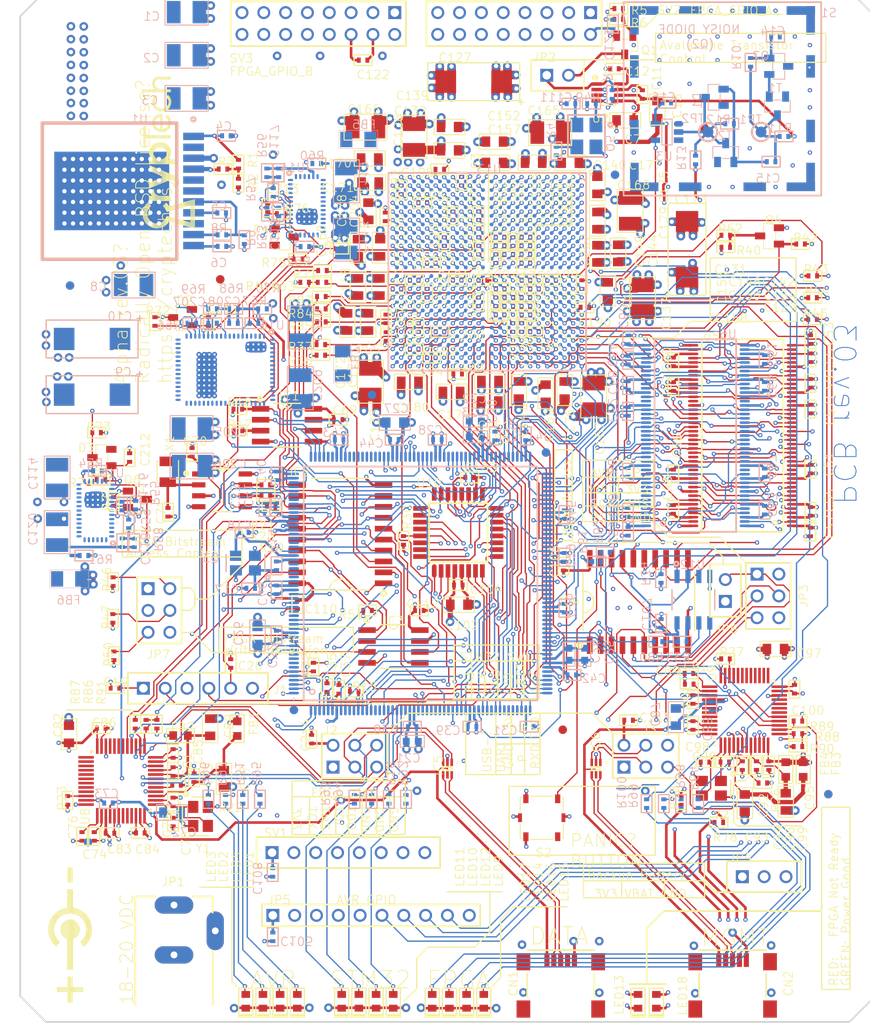
<source format=kicad_pcb>
(kicad_pcb (version 20171130) (host pcbnew 5.0.0-rc2-dev-unknown-d35a6f1~64~ubuntu18.04.1)

  (general
    (thickness 1.6)
    (drawings 6691)
    (tracks 9160)
    (zones 0)
    (modules 386)
    (nets 304)
  )

  (page A4)
  (layers
    (0 F.Cu signal)
    (1 In1.Cu power hide)
    (2 In2.Cu mixed hide)
    (3 In3.Cu power hide)
    (4 In4.Cu power hide)
    (5 In5.Cu mixed hide)
    (6 In6.Cu power hide)
    (31 B.Cu signal hide)
    (32 B.Adhes user hide)
    (33 F.Adhes user hide)
    (34 B.Paste user hide)
    (35 F.Paste user hide)
    (36 B.SilkS user hide)
    (37 F.SilkS user hide)
    (38 B.Mask user hide)
    (39 F.Mask user hide)
    (40 Dwgs.User user hide)
    (41 Cmts.User user hide)
    (42 Eco1.User user hide)
    (43 Eco2.User user hide)
    (44 Edge.Cuts user hide)
    (45 Margin user hide)
    (46 B.CrtYd user hide)
    (47 F.CrtYd user hide)
    (48 B.Fab user hide)
    (49 F.Fab user hide)
  )

  (setup
    (last_trace_width 0.254)
    (trace_clearance 0.125)
    (zone_clearance 0.0144)
    (zone_45_only no)
    (trace_min 0.15)
    (segment_width 0.2)
    (edge_width 0.1)
    (via_size 0.889)
    (via_drill 0.25)
    (via_min_size 0.5)
    (via_min_drill 0.25)
    (uvia_size 0.508)
    (uvia_drill 0.127)
    (uvias_allowed no)
    (uvia_min_size 0.508)
    (uvia_min_drill 0.127)
    (pcb_text_width 0.3)
    (pcb_text_size 1.5 1.5)
    (mod_edge_width 0.15)
    (mod_text_size 1 1)
    (mod_text_width 0.15)
    (pad_size 1.5 1.5)
    (pad_drill 0.6)
    (pad_to_mask_clearance 0)
    (aux_axis_origin 0 0)
    (visible_elements 7FFED33F)
    (pcbplotparams
      (layerselection 0x00030_ffffffff)
      (usegerberextensions false)
      (usegerberattributes false)
      (usegerberadvancedattributes false)
      (creategerberjobfile false)
      (excludeedgelayer true)
      (linewidth 0.100000)
      (plotframeref false)
      (viasonmask false)
      (mode 1)
      (useauxorigin false)
      (hpglpennumber 1)
      (hpglpenspeed 20)
      (hpglpendiameter 15)
      (psnegative false)
      (psa4output false)
      (plotreference true)
      (plotvalue true)
      (plotinvisibletext false)
      (padsonsilk false)
      (subtractmaskfromsilk false)
      (outputformat 1)
      (mirror false)
      (drillshape 0)
      (scaleselection 1)
      (outputdirectory GerberOutput/))
  )

  (net 0 "")
  (net 1 Net1)
  (net 2 DM_P)
  (net 3 DM_N)
  (net 4 3V3_BATT)
  (net 5 15V_LDO_ENABLE)
  (net 6 15V_STABLE)
  (net 7 GND)
  (net 8 NetC15_2)
  (net 9 AMPLIFIED)
  (net 10 ARM_FPGA_CFG_CS_N)
  (net 11 ARM_FPGA_CFG_MISO)
  (net 12 ARM_FPGA_CFG_MOSI)
  (net 13 ARM_FPGA_CFG_SCLK)
  (net 14 ARM_LED1)
  (net 15 ARM_LED2)
  (net 16 ARM_LED3)
  (net 17 ARM_LED4)
  (net 18 AVR_GPIO_0)
  (net 19 AVR_GPIO_1)
  (net 20 AVR_GPIO_2)
  (net 21 AVR_GPIO_3)
  (net 22 AVR_GPIO_4)
  (net 23 AVR_GPIO_5)
  (net 24 AVR_GPIO_6)
  (net 25 AVR_GPIO_7)
  (net 26 AVR_GPIO_ARM_0)
  (net 27 AVR_GPIO_ARM_1)
  (net 28 AVR_GPIO_ARM_2)
  (net 29 AVR_GPIO_ARM_3)
  (net 30 AVR_GPIO_FPGA_0)
  (net 31 AVR_GPIO_FPGA_1)
  (net 32 AVR_GPIO_FPGA_2)
  (net 33 AVR_GPIO_FPGA_3)
  (net 34 AVR_LED1)
  (net 35 AVR_LED2)
  (net 36 AVR_LED3)
  (net 37 AVR_LED4)
  (net 38 AVR_PANIC)
  (net 39 AVR_RESET)
  (net 40 BOOT0)
  (net 41 D1_N)
  (net 42 D1_P)
  (net 43 DIGITIZED_NOISE)
  (net 44 FMC_A0)
  (net 45 FMC_A1)
  (net 46 FMC_A2)
  (net 47 FMC_A3)
  (net 48 FMC_A4)
  (net 49 FMC_A5)
  (net 50 FMC_A6)
  (net 51 FMC_A7)
  (net 52 FMC_A8)
  (net 53 FMC_A9)
  (net 54 FMC_A10)
  (net 55 FMC_A11)
  (net 56 FMC_A12)
  (net 57 FMC_A13)
  (net 58 FMC_A14)
  (net 59 FMC_A15)
  (net 60 FMC_A16)
  (net 61 FMC_A17)
  (net 62 FMC_A18)
  (net 63 FMC_A19)
  (net 64 FMC_A20)
  (net 65 FMC_A21)
  (net 66 FMC_A22)
  (net 67 FMC_A23)
  (net 68 FMC_A24)
  (net 69 FMC_A25)
  (net 70 FMC_CLK)
  (net 71 FMC_D0)
  (net 72 FMC_D1)
  (net 73 FMC_D2)
  (net 74 FMC_D3)
  (net 75 FMC_D4)
  (net 76 FMC_D5)
  (net 77 FMC_D6)
  (net 78 FMC_D7)
  (net 79 FMC_D8)
  (net 80 FMC_D9)
  (net 81 FMC_D10)
  (net 82 FMC_D11)
  (net 83 FMC_D12)
  (net 84 FMC_D13)
  (net 85 FMC_D14)
  (net 86 FMC_D15)
  (net 87 FMC_D16)
  (net 88 FMC_D17)
  (net 89 FMC_D18)
  (net 90 FMC_D19)
  (net 91 FMC_D20)
  (net 92 FMC_D21)
  (net 93 FMC_D22)
  (net 94 FMC_D23)
  (net 95 FMC_D24)
  (net 96 FMC_D25)
  (net 97 FMC_D26)
  (net 98 FMC_D27)
  (net 99 FMC_D28)
  (net 100 FMC_D29)
  (net 101 FMC_D30)
  (net 102 FMC_D31)
  (net 103 FMC_NBL0)
  (net 104 FMC_NBL1)
  (net 105 FMC_NBL2)
  (net 106 FMC_NBL3)
  (net 107 FMC_NE1)
  (net 108 FMC_NL)
  (net 109 FMC_NOE)
  (net 110 FMC_NWAIT)
  (net 111 FMC_NWE)
  (net 112 FMC_SDCKE0)
  (net 113 FMC_SDCKE1)
  (net 114 FMC_SDCLK)
  (net 115 FMC_SDNCAS)
  (net 116 FMC_SDNE0)
  (net 117 FMC_SDNE1)
  (net 118 FMC_SDNRAS)
  (net 119 FMC_SDNWE)
  (net 120 FPGA_CFG_CS_N1)
  (net 121 FPGA_CFG_CS_N)
  (net 122 FPGA_CFG_CTRL_ARM_ENA)
  (net 123 FPGA_CFG_CTRL_FPGA_DIS)
  (net 124 FPGA_CFG_MISO1)
  (net 125 FPGA_CFG_MISO)
  (net 126 FPGA_CFG_MOSI1)
  (net 127 FPGA_CFG_MOSI)
  (net 128 FPGA_CFG_SCLK1)
  (net 129 FPGA_CFG_SCLK)
  (net 130 FPGA_DONE_INT)
  (net 131 FPGA_DONE)
  (net 132 FPGA_ENTROPY_DISABLE)
  (net 133 FPGA_GCLK)
  (net 134 FPGA_GPIO_A_0)
  (net 135 FPGA_GPIO_A_1)
  (net 136 FPGA_GPIO_A_2)
  (net 137 FPGA_GPIO_A_3)
  (net 138 FPGA_GPIO_A_4)
  (net 139 FPGA_GPIO_A_5)
  (net 140 FPGA_GPIO_A_6)
  (net 141 FPGA_GPIO_A_7)
  (net 142 FPGA_GPIO_B_0)
  (net 143 FPGA_GPIO_B_1)
  (net 144 FPGA_GPIO_B_2)
  (net 145 FPGA_GPIO_B_3)
  (net 146 FPGA_GPIO_B_4)
  (net 147 FPGA_GPIO_B_5)
  (net 148 FPGA_GPIO_B_6)
  (net 149 FPGA_GPIO_B_7)
  (net 150 FPGA_GPIO_LED_0)
  (net 151 FPGA_GPIO_LED_1)
  (net 152 FPGA_GPIO_LED_2)
  (net 153 FPGA_GPIO_LED_3)
  (net 154 FPGA_INIT_B_INT1)
  (net 155 FPGA_INIT_B_INT)
  (net 156 FPGA_INIT_B)
  (net 157 FPGA_IRQ_N_0)
  (net 158 FPGA_IRQ_N_1)
  (net 159 FPGA_IRQ_N_2)
  (net 160 FPGA_IRQ_N_3)
  (net 161 FPGA_JTAG_TCK)
  (net 162 FPGA_JTAG_TDI)
  (net 163 FPGA_JTAG_TDO)
  (net 164 FPGA_JTAG_TMS)
  (net 165 FPGA_M0)
  (net 166 FPGA_M1)
  (net 167 FPGA_M2)
  (net 168 FPGA_PROGRAM_B1)
  (net 169 FPGA_PROGRAM_B)
  (net 170 FPGA_PROM_CS_N)
  (net 171 FPGA_PROM_MISO)
  (net 172 FPGA_PROM_MOSI)
  (net 173 FPGA_PROM_SCLK)
  (net 174 FPGA_PROM_W_N)
  (net 175 FPGA_VCCAUX_1V8)
  (net 176 FPGA_VCCINT_1V0)
  (net 177 FT_CTS)
  (net 178 FT_DTR)
  (net 179 FT_MGMT_CTS)
  (net 180 FT_MGMT_DTR)
  (net 181 FT_MGMT_RTS)
  (net 182 FT_MGMT_RXD1)
  (net 183 FT_MGMT_RXD)
  (net 184 FT_MGMT_TXD1)
  (net 185 FT_MGMT_TXD)
  (net 186 FT_MGMT_VCC3V3)
  (net 187 FT_MGMT_VPHY)
  (net 188 FT_MGMT_VPLL)
  (net 189 FT_MGMT_VREGIN)
  (net 190 FT_REF1)
  (net 191 FT_REF)
  (net 192 FT_RESET1)
  (net 193 FT_RESET)
  (net 194 FT_RTS)
  (net 195 FT_RXD1)
  (net 196 FT_RXD)
  (net 197 FT_TXD1)
  (net 198 FT_TXD)
  (net 199 FT_VCC3V3)
  (net 200 FT_VCCA1)
  (net 201 FT_VCCA)
  (net 202 FT_VCCORE1)
  (net 203 FT_VCCORE)
  (net 204 FT_VPHY)
  (net 205 FT_VPLL)
  (net 206 FT_VREGIN)
  (net 207 KSM_PROM_CS_N)
  (net 208 KSM_PROM_MISO)
  (net 209 KSM_PROM_MOSI)
  (net 210 KSM_PROM_SCLK)
  (net 211 MKM_AVR_CS_N)
  (net 212 MKM_AVR_MISO)
  (net 213 MKM_AVR_MOSI)
  (net 214 MKM_AVR_SCK)
  (net 215 MKM_CONTROL_AVR_ENA)
  (net 216 MKM_CONTROL_FPGA_DIS)
  (net 217 MKM_CS_N)
  (net 218 MKM_FPGA_CS_N)
  (net 219 MKM_FPGA_MISO)
  (net 220 MKM_FPGA_MOSI)
  (net 221 MKM_FPGA_SCK)
  (net 222 MKM_MISO)
  (net 223 MKM_MOSI)
  (net 224 MKM_SCK)
  (net 225 NetC5_1)
  (net 226 NetC11_1)
  (net 227 NetC12_2)
  (net 228 NetC17_2)
  (net 229 NetC70_2)
  (net 230 NetC71_2)
  (net 231 NetC75_2)
  (net 232 NetC78_2)
  (net 233 NetC90_2)
  (net 234 NetC93_2)
  (net 235 NetC115_1)
  (net 236 NetC116_1)
  (net 237 NetC117_1)
  (net 238 NetC117_2)
  (net 239 NetC118_1)
  (net 240 NetC118_2)
  (net 241 NetC207_1)
  (net 242 NetC208_1)
  (net 243 NetC208_2)
  (net 244 NetIC1_3)
  (net 245 NetJP2_2)
  (net 246 NetLED1_1)
  (net 247 NetLED2_1)
  (net 248 NetLED3_1)
  (net 249 NetLED4_1)
  (net 250 NetLED9_1)
  (net 251 NetLED10_1)
  (net 252 NetLED11_1)
  (net 253 NetLED12_1)
  (net 254 NetLED13_1)
  (net 255 NetLED14_1)
  (net 256 NetLED15_1)
  (net 257 NetLED16_1)
  (net 258 NetLED17_1)
  (net 259 NetLED18_1)
  (net 260 NetLED18_2)
  (net 261 NetQ1_1)
  (net 262 NetQ5_1)
  (net 263 NetQ5_3)
  (net 264 NetR1_1)
  (net 265 NetR3_2)
  (net 266 NetR8_1)
  (net 267 NetR32_2)
  (net 268 NetR33_2)
  (net 269 NetR52_1)
  (net 270 NetR53_2)
  (net 271 NetR54_1)
  (net 272 NetR55_2)
  (net 273 NetR65_1)
  (net 274 NetR66_1)
  (net 275 NetR67_1)
  (net 276 NOISE_IN)
  (net 277 NOISE_OUT)
  (net 278 NRST)
  (net 279 OSC_IN)
  (net 280 OSC_OUT)
  (net 281 POK_VCCAUX)
  (net 282 POK_VCCINT)
  (net 283 POK_VCCO)
  (net 284 PWR_18V)
  (net 285 PWR_ENA_VCCAUX)
  (net 286 PWR_ENA_VCCINT)
  (net 287 PWR_ENA_VCCO)
  (net 288 RAW_NOISE)
  (net 289 RTC_MFP)
  (net 290 RTC_SCL)
  (net 291 RTC_SDA)
  (net 292 SPI_A_TRISTATE)
  (net 293 SPI_B_TRISTATE)
  (net 294 SWDCLK)
  (net 295 SWDIO)
  (net 296 USB_MGMT_N)
  (net 297 USB_MGMT_P)
  (net 298 USB_N)
  (net 299 USB_P)
  (net 300 VCAP1)
  (net 301 VCAP2)
  (net 302 VCC_5V0)
  (net 303 VCCO_3V3)

  (net_class Default "This is the default net class."
    (clearance 0.125)
    (trace_width 0.254)
    (via_dia 0.889)
    (via_drill 0.25)
    (uvia_dia 0.508)
    (uvia_drill 0.127)
    (add_net 15V_LDO_ENABLE)
    (add_net 15V_STABLE)
    (add_net 3V3_BATT)
    (add_net AMPLIFIED)
    (add_net ARM_FPGA_CFG_CS_N)
    (add_net ARM_FPGA_CFG_MISO)
    (add_net ARM_FPGA_CFG_MOSI)
    (add_net ARM_FPGA_CFG_SCLK)
    (add_net ARM_LED1)
    (add_net ARM_LED2)
    (add_net ARM_LED3)
    (add_net ARM_LED4)
    (add_net AVR_GPIO_0)
    (add_net AVR_GPIO_1)
    (add_net AVR_GPIO_2)
    (add_net AVR_GPIO_3)
    (add_net AVR_GPIO_4)
    (add_net AVR_GPIO_5)
    (add_net AVR_GPIO_6)
    (add_net AVR_GPIO_7)
    (add_net AVR_GPIO_ARM_0)
    (add_net AVR_GPIO_ARM_1)
    (add_net AVR_GPIO_ARM_2)
    (add_net AVR_GPIO_ARM_3)
    (add_net AVR_GPIO_FPGA_0)
    (add_net AVR_GPIO_FPGA_1)
    (add_net AVR_GPIO_FPGA_2)
    (add_net AVR_GPIO_FPGA_3)
    (add_net AVR_LED1)
    (add_net AVR_LED2)
    (add_net AVR_LED3)
    (add_net AVR_LED4)
    (add_net AVR_PANIC)
    (add_net AVR_RESET)
    (add_net BOOT0)
    (add_net DIGITIZED_NOISE)
    (add_net FPGA_CFG_CS_N)
    (add_net FPGA_CFG_CS_N1)
    (add_net FPGA_CFG_CTRL_ARM_ENA)
    (add_net FPGA_CFG_CTRL_FPGA_DIS)
    (add_net FPGA_CFG_MISO)
    (add_net FPGA_CFG_MISO1)
    (add_net FPGA_CFG_MOSI)
    (add_net FPGA_CFG_MOSI1)
    (add_net FPGA_CFG_SCLK)
    (add_net FPGA_CFG_SCLK1)
    (add_net FPGA_DONE)
    (add_net FPGA_DONE_INT)
    (add_net FPGA_ENTROPY_DISABLE)
    (add_net FPGA_GCLK)
    (add_net FPGA_GPIO_LED_0)
    (add_net FPGA_GPIO_LED_1)
    (add_net FPGA_GPIO_LED_2)
    (add_net FPGA_GPIO_LED_3)
    (add_net FPGA_INIT_B)
    (add_net FPGA_INIT_B_INT)
    (add_net FPGA_INIT_B_INT1)
    (add_net FPGA_IRQ_N_0)
    (add_net FPGA_IRQ_N_1)
    (add_net FPGA_IRQ_N_2)
    (add_net FPGA_IRQ_N_3)
    (add_net FPGA_JTAG_TCK)
    (add_net FPGA_JTAG_TDI)
    (add_net FPGA_JTAG_TDO)
    (add_net FPGA_JTAG_TMS)
    (add_net FPGA_M0)
    (add_net FPGA_M1)
    (add_net FPGA_M2)
    (add_net FPGA_PROGRAM_B)
    (add_net FPGA_PROGRAM_B1)
    (add_net FPGA_PROM_CS_N)
    (add_net FPGA_PROM_MISO)
    (add_net FPGA_PROM_MOSI)
    (add_net FPGA_PROM_SCLK)
    (add_net FPGA_PROM_W_N)
    (add_net FPGA_VCCAUX_1V8)
    (add_net FPGA_VCCINT_1V0)
    (add_net FT_CTS)
    (add_net FT_DTR)
    (add_net FT_MGMT_CTS)
    (add_net FT_MGMT_DTR)
    (add_net FT_MGMT_RTS)
    (add_net FT_MGMT_RXD)
    (add_net FT_MGMT_RXD1)
    (add_net FT_MGMT_TXD)
    (add_net FT_MGMT_TXD1)
    (add_net FT_MGMT_VCC3V3)
    (add_net FT_MGMT_VPHY)
    (add_net FT_MGMT_VPLL)
    (add_net FT_MGMT_VREGIN)
    (add_net FT_REF)
    (add_net FT_REF1)
    (add_net FT_RESET)
    (add_net FT_RESET1)
    (add_net FT_RTS)
    (add_net FT_RXD)
    (add_net FT_RXD1)
    (add_net FT_TXD)
    (add_net FT_TXD1)
    (add_net FT_VCC3V3)
    (add_net FT_VCCA)
    (add_net FT_VCCA1)
    (add_net FT_VCCORE)
    (add_net FT_VCCORE1)
    (add_net FT_VPHY)
    (add_net FT_VPLL)
    (add_net FT_VREGIN)
    (add_net GND)
    (add_net KSM_PROM_CS_N)
    (add_net KSM_PROM_MISO)
    (add_net KSM_PROM_MOSI)
    (add_net KSM_PROM_SCLK)
    (add_net MKM_AVR_CS_N)
    (add_net MKM_AVR_MISO)
    (add_net MKM_AVR_MOSI)
    (add_net MKM_AVR_SCK)
    (add_net MKM_CONTROL_AVR_ENA)
    (add_net MKM_CONTROL_FPGA_DIS)
    (add_net MKM_CS_N)
    (add_net MKM_FPGA_CS_N)
    (add_net MKM_FPGA_MISO)
    (add_net MKM_FPGA_MOSI)
    (add_net MKM_FPGA_SCK)
    (add_net MKM_MISO)
    (add_net MKM_MOSI)
    (add_net MKM_SCK)
    (add_net NOISE_IN)
    (add_net NOISE_OUT)
    (add_net NRST)
    (add_net Net1)
    (add_net NetC115_1)
    (add_net NetC116_1)
    (add_net NetC117_1)
    (add_net NetC117_2)
    (add_net NetC118_1)
    (add_net NetC118_2)
    (add_net NetC11_1)
    (add_net NetC12_2)
    (add_net NetC15_2)
    (add_net NetC17_2)
    (add_net NetC207_1)
    (add_net NetC208_1)
    (add_net NetC208_2)
    (add_net NetC5_1)
    (add_net NetC70_2)
    (add_net NetC71_2)
    (add_net NetC75_2)
    (add_net NetC78_2)
    (add_net NetC90_2)
    (add_net NetC93_2)
    (add_net NetIC1_3)
    (add_net NetJP2_2)
    (add_net NetLED10_1)
    (add_net NetLED11_1)
    (add_net NetLED12_1)
    (add_net NetLED13_1)
    (add_net NetLED14_1)
    (add_net NetLED15_1)
    (add_net NetLED16_1)
    (add_net NetLED17_1)
    (add_net NetLED18_1)
    (add_net NetLED18_2)
    (add_net NetLED1_1)
    (add_net NetLED2_1)
    (add_net NetLED3_1)
    (add_net NetLED4_1)
    (add_net NetLED9_1)
    (add_net NetQ1_1)
    (add_net NetQ5_1)
    (add_net NetQ5_3)
    (add_net NetR1_1)
    (add_net NetR32_2)
    (add_net NetR33_2)
    (add_net NetR3_2)
    (add_net NetR52_1)
    (add_net NetR53_2)
    (add_net NetR54_1)
    (add_net NetR55_2)
    (add_net NetR65_1)
    (add_net NetR66_1)
    (add_net NetR67_1)
    (add_net NetR8_1)
    (add_net OSC_IN)
    (add_net OSC_OUT)
    (add_net POK_VCCAUX)
    (add_net POK_VCCINT)
    (add_net POK_VCCO)
    (add_net PWR_18V)
    (add_net PWR_ENA_VCCAUX)
    (add_net PWR_ENA_VCCINT)
    (add_net PWR_ENA_VCCO)
    (add_net RAW_NOISE)
    (add_net RTC_MFP)
    (add_net RTC_SCL)
    (add_net RTC_SDA)
    (add_net SPI_A_TRISTATE)
    (add_net SPI_B_TRISTATE)
    (add_net SWDCLK)
    (add_net SWDIO)
    (add_net VCAP1)
    (add_net VCAP2)
    (add_net VCCO_3V3)
    (add_net VCC_5V0)
  )

  (net_class Default "This is the default net class."
    (clearance 0.125)
    (trace_width 0.254)
    (via_dia 0.889)
    (via_drill 0.25)
    (uvia_dia 0.508)
    (uvia_drill 0.127)
    (add_net 15V_LDO_ENABLE)
    (add_net 15V_STABLE)
    (add_net 3V3_BATT)
    (add_net AMPLIFIED)
    (add_net ARM_FPGA_CFG_CS_N)
    (add_net ARM_FPGA_CFG_MISO)
    (add_net ARM_FPGA_CFG_MOSI)
    (add_net ARM_FPGA_CFG_SCLK)
    (add_net ARM_LED1)
    (add_net ARM_LED2)
    (add_net ARM_LED3)
    (add_net ARM_LED4)
    (add_net AVR_GPIO_0)
    (add_net AVR_GPIO_1)
    (add_net AVR_GPIO_2)
    (add_net AVR_GPIO_3)
    (add_net AVR_GPIO_4)
    (add_net AVR_GPIO_5)
    (add_net AVR_GPIO_6)
    (add_net AVR_GPIO_7)
    (add_net AVR_GPIO_ARM_0)
    (add_net AVR_GPIO_ARM_1)
    (add_net AVR_GPIO_ARM_2)
    (add_net AVR_GPIO_ARM_3)
    (add_net AVR_GPIO_FPGA_0)
    (add_net AVR_GPIO_FPGA_1)
    (add_net AVR_GPIO_FPGA_2)
    (add_net AVR_GPIO_FPGA_3)
    (add_net AVR_LED1)
    (add_net AVR_LED2)
    (add_net AVR_LED3)
    (add_net AVR_LED4)
    (add_net AVR_PANIC)
    (add_net AVR_RESET)
    (add_net BOOT0)
    (add_net DIGITIZED_NOISE)
    (add_net FPGA_CFG_CS_N)
    (add_net FPGA_CFG_CS_N1)
    (add_net FPGA_CFG_CTRL_ARM_ENA)
    (add_net FPGA_CFG_CTRL_FPGA_DIS)
    (add_net FPGA_CFG_MISO)
    (add_net FPGA_CFG_MISO1)
    (add_net FPGA_CFG_MOSI)
    (add_net FPGA_CFG_MOSI1)
    (add_net FPGA_CFG_SCLK)
    (add_net FPGA_CFG_SCLK1)
    (add_net FPGA_DONE)
    (add_net FPGA_DONE_INT)
    (add_net FPGA_ENTROPY_DISABLE)
    (add_net FPGA_GCLK)
    (add_net FPGA_GPIO_LED_0)
    (add_net FPGA_GPIO_LED_1)
    (add_net FPGA_GPIO_LED_2)
    (add_net FPGA_GPIO_LED_3)
    (add_net FPGA_INIT_B)
    (add_net FPGA_INIT_B_INT)
    (add_net FPGA_INIT_B_INT1)
    (add_net FPGA_IRQ_N_0)
    (add_net FPGA_IRQ_N_1)
    (add_net FPGA_IRQ_N_2)
    (add_net FPGA_IRQ_N_3)
    (add_net FPGA_JTAG_TCK)
    (add_net FPGA_JTAG_TDI)
    (add_net FPGA_JTAG_TDO)
    (add_net FPGA_JTAG_TMS)
    (add_net FPGA_M0)
    (add_net FPGA_M1)
    (add_net FPGA_M2)
    (add_net FPGA_PROGRAM_B)
    (add_net FPGA_PROGRAM_B1)
    (add_net FPGA_PROM_CS_N)
    (add_net FPGA_PROM_MISO)
    (add_net FPGA_PROM_MOSI)
    (add_net FPGA_PROM_SCLK)
    (add_net FPGA_PROM_W_N)
    (add_net FPGA_VCCAUX_1V8)
    (add_net FPGA_VCCINT_1V0)
    (add_net FT_CTS)
    (add_net FT_DTR)
    (add_net FT_MGMT_CTS)
    (add_net FT_MGMT_DTR)
    (add_net FT_MGMT_RTS)
    (add_net FT_MGMT_RXD)
    (add_net FT_MGMT_RXD1)
    (add_net FT_MGMT_TXD)
    (add_net FT_MGMT_TXD1)
    (add_net FT_MGMT_VCC3V3)
    (add_net FT_MGMT_VPHY)
    (add_net FT_MGMT_VPLL)
    (add_net FT_MGMT_VREGIN)
    (add_net FT_REF)
    (add_net FT_REF1)
    (add_net FT_RESET)
    (add_net FT_RESET1)
    (add_net FT_RTS)
    (add_net FT_RXD)
    (add_net FT_RXD1)
    (add_net FT_TXD)
    (add_net FT_TXD1)
    (add_net FT_VCC3V3)
    (add_net FT_VCCA)
    (add_net FT_VCCA1)
    (add_net FT_VCCORE)
    (add_net FT_VCCORE1)
    (add_net FT_VPHY)
    (add_net FT_VPLL)
    (add_net FT_VREGIN)
    (add_net GND)
    (add_net KSM_PROM_CS_N)
    (add_net KSM_PROM_MISO)
    (add_net KSM_PROM_MOSI)
    (add_net KSM_PROM_SCLK)
    (add_net MKM_AVR_CS_N)
    (add_net MKM_AVR_MISO)
    (add_net MKM_AVR_MOSI)
    (add_net MKM_AVR_SCK)
    (add_net MKM_CONTROL_AVR_ENA)
    (add_net MKM_CONTROL_FPGA_DIS)
    (add_net MKM_CS_N)
    (add_net MKM_FPGA_CS_N)
    (add_net MKM_FPGA_MISO)
    (add_net MKM_FPGA_MOSI)
    (add_net MKM_FPGA_SCK)
    (add_net MKM_MISO)
    (add_net MKM_MOSI)
    (add_net MKM_SCK)
    (add_net NOISE_IN)
    (add_net NOISE_OUT)
    (add_net NRST)
    (add_net Net1)
    (add_net NetC115_1)
    (add_net NetC116_1)
    (add_net NetC117_1)
    (add_net NetC117_2)
    (add_net NetC118_1)
    (add_net NetC118_2)
    (add_net NetC11_1)
    (add_net NetC12_2)
    (add_net NetC15_2)
    (add_net NetC17_2)
    (add_net NetC207_1)
    (add_net NetC208_1)
    (add_net NetC208_2)
    (add_net NetC5_1)
    (add_net NetC70_2)
    (add_net NetC71_2)
    (add_net NetC75_2)
    (add_net NetC78_2)
    (add_net NetC90_2)
    (add_net NetC93_2)
    (add_net NetIC1_3)
    (add_net NetJP2_2)
    (add_net NetLED10_1)
    (add_net NetLED11_1)
    (add_net NetLED12_1)
    (add_net NetLED13_1)
    (add_net NetLED14_1)
    (add_net NetLED15_1)
    (add_net NetLED16_1)
    (add_net NetLED17_1)
    (add_net NetLED18_1)
    (add_net NetLED18_2)
    (add_net NetLED1_1)
    (add_net NetLED2_1)
    (add_net NetLED3_1)
    (add_net NetLED4_1)
    (add_net NetLED9_1)
    (add_net NetQ1_1)
    (add_net NetQ5_1)
    (add_net NetQ5_3)
    (add_net NetR1_1)
    (add_net NetR32_2)
    (add_net NetR33_2)
    (add_net NetR3_2)
    (add_net NetR52_1)
    (add_net NetR53_2)
    (add_net NetR54_1)
    (add_net NetR55_2)
    (add_net NetR65_1)
    (add_net NetR66_1)
    (add_net NetR67_1)
    (add_net NetR8_1)
    (add_net OSC_IN)
    (add_net OSC_OUT)
    (add_net POK_VCCAUX)
    (add_net POK_VCCINT)
    (add_net POK_VCCO)
    (add_net PWR_18V)
    (add_net PWR_ENA_VCCAUX)
    (add_net PWR_ENA_VCCINT)
    (add_net PWR_ENA_VCCO)
    (add_net RAW_NOISE)
    (add_net RTC_MFP)
    (add_net RTC_SCL)
    (add_net RTC_SDA)
    (add_net SPI_A_TRISTATE)
    (add_net SPI_B_TRISTATE)
    (add_net SWDCLK)
    (add_net SWDIO)
    (add_net VCAP1)
    (add_net VCAP2)
    (add_net VCCO_3V3)
    (add_net VCC_5V0)
  )

  (net_class FMC FMC
    (clearance 0.125)
    (trace_width 0.254)
    (via_dia 0.889)
    (via_drill 0.25)
    (uvia_dia 0.508)
    (uvia_drill 0.127)
    (add_net FMC_A0)
    (add_net FMC_A1)
    (add_net FMC_A10)
    (add_net FMC_A11)
    (add_net FMC_A12)
    (add_net FMC_A13)
    (add_net FMC_A14)
    (add_net FMC_A15)
    (add_net FMC_A16)
    (add_net FMC_A17)
    (add_net FMC_A18)
    (add_net FMC_A19)
    (add_net FMC_A2)
    (add_net FMC_A20)
    (add_net FMC_A21)
    (add_net FMC_A22)
    (add_net FMC_A23)
    (add_net FMC_A24)
    (add_net FMC_A25)
    (add_net FMC_A3)
    (add_net FMC_A4)
    (add_net FMC_A5)
    (add_net FMC_A6)
    (add_net FMC_A7)
    (add_net FMC_A8)
    (add_net FMC_A9)
    (add_net FMC_CLK)
    (add_net FMC_D0)
    (add_net FMC_D1)
    (add_net FMC_D10)
    (add_net FMC_D11)
    (add_net FMC_D12)
    (add_net FMC_D13)
    (add_net FMC_D14)
    (add_net FMC_D15)
    (add_net FMC_D16)
    (add_net FMC_D17)
    (add_net FMC_D18)
    (add_net FMC_D19)
    (add_net FMC_D2)
    (add_net FMC_D20)
    (add_net FMC_D21)
    (add_net FMC_D22)
    (add_net FMC_D23)
    (add_net FMC_D24)
    (add_net FMC_D25)
    (add_net FMC_D26)
    (add_net FMC_D27)
    (add_net FMC_D28)
    (add_net FMC_D29)
    (add_net FMC_D3)
    (add_net FMC_D30)
    (add_net FMC_D31)
    (add_net FMC_D4)
    (add_net FMC_D5)
    (add_net FMC_D6)
    (add_net FMC_D7)
    (add_net FMC_D8)
    (add_net FMC_D9)
    (add_net FMC_NBL0)
    (add_net FMC_NBL1)
    (add_net FMC_NBL2)
    (add_net FMC_NBL3)
    (add_net FMC_NE1)
    (add_net FMC_NL)
    (add_net FMC_NOE)
    (add_net FMC_NWAIT)
    (add_net FMC_NWE)
    (add_net FMC_SDCKE0)
    (add_net FMC_SDCKE1)
    (add_net FMC_SDCLK)
    (add_net FMC_SDNCAS)
    (add_net FMC_SDNE0)
    (add_net FMC_SDNE1)
    (add_net FMC_SDNRAS)
    (add_net FMC_SDNWE)
  )

  (net_class FPGA_GPIO FPGA_GPIO
    (clearance 0.125)
    (trace_width 0.254)
    (via_dia 0.889)
    (via_drill 0.25)
    (uvia_dia 0.508)
    (uvia_drill 0.127)
    (add_net FPGA_GPIO_A_0)
    (add_net FPGA_GPIO_A_1)
    (add_net FPGA_GPIO_A_2)
    (add_net FPGA_GPIO_A_3)
    (add_net FPGA_GPIO_A_4)
    (add_net FPGA_GPIO_A_5)
    (add_net FPGA_GPIO_A_6)
    (add_net FPGA_GPIO_A_7)
    (add_net FPGA_GPIO_B_0)
    (add_net FPGA_GPIO_B_1)
    (add_net FPGA_GPIO_B_2)
    (add_net FPGA_GPIO_B_3)
    (add_net FPGA_GPIO_B_4)
    (add_net FPGA_GPIO_B_5)
    (add_net FPGA_GPIO_B_6)
    (add_net FPGA_GPIO_B_7)
  )

  (net_class USB USB
    (clearance 0.125)
    (trace_width 0.254)
    (via_dia 0.889)
    (via_drill 0.25)
    (uvia_dia 0.508)
    (uvia_drill 0.127)
    (add_net D1_N)
    (add_net D1_P)
    (add_net DM_N)
    (add_net DM_P)
    (add_net USB_MGMT_N)
    (add_net USB_MGMT_P)
    (add_net USB_N)
    (add_net USB_P)
  )

  (module Cryptech_Alpha_Footprints:HDR1X10 (layer F.Cu) (tedit 4289BEAB) (tstamp 539EEDBF)
    (at 31.5 6)
    (path /539EEC0F)
    (attr smd)
    (fp_text reference JP5 (at 0 0) (layer F.SilkS) hide
      (effects (font (size 1.524 1.524) (thickness 0.05)))
    )
    (fp_text value "Standard 10-pin 0.1\" header. Use with straight break away headers (SKU : PRT-00116), right angle break away headers (PRT-00553), swiss pins (PRT-00743), machine pins (PRT-00117), and female headers (PRT-00115)." (at 0 0) (layer Cmts.User)
      (effects (font (size 1.524 1.524) (thickness 0.05)))
    )
    (pad 3 thru_hole circle (at 5.08 0) (size 1.5 1.5) (drill 1) (layers *.Cu *.Paste *.Mask)
      (net 19 AVR_GPIO_1))
    (pad 10 thru_hole circle (at 22.86 0) (size 1.5 1.5) (drill 1) (layers *.Cu *.Paste *.Mask)
      (net 7 GND))
    (pad 9 thru_hole circle (at 20.32 0) (size 1.5 1.5) (drill 1) (layers *.Cu *.Paste *.Mask)
      (net 25 AVR_GPIO_7))
    (pad 8 thru_hole circle (at 17.78 0) (size 1.5 1.5) (drill 1) (layers *.Cu *.Paste *.Mask)
      (net 24 AVR_GPIO_6))
    (pad 7 thru_hole circle (at 15.24 0) (size 1.5 1.5) (drill 1) (layers *.Cu *.Paste *.Mask)
      (net 23 AVR_GPIO_5))
    (pad 6 thru_hole circle (at 12.7 0) (size 1.5 1.5) (drill 1) (layers *.Cu *.Paste *.Mask)
      (net 22 AVR_GPIO_4))
    (pad 5 thru_hole circle (at 10.16 0) (size 1.5 1.5) (drill 1) (layers *.Cu *.Paste *.Mask)
      (net 21 AVR_GPIO_3))
    (pad 4 thru_hole circle (at 7.62 0) (size 1.5 1.5) (drill 1) (layers *.Cu *.Paste *.Mask)
      (net 20 AVR_GPIO_2))
    (pad 2 thru_hole circle (at 2.54 0) (size 1.5 1.5) (drill 1) (layers *.Cu *.Paste *.Mask)
      (net 18 AVR_GPIO_0))
    (pad 1 thru_hole rect (at 0 0) (size 1.5 1.5) (drill 1) (layers *.Cu *.Paste *.Mask)
      (net 303 VCCO_3V3))
  )

  (module Cryptech_Alpha_Footprints:PLS-2 (layer F.Cu) (tedit 4289BEAB) (tstamp 539EEDBF)
    (at 84.16075 -31.8)
    (path /539EEC0F)
    (attr smd)
    (fp_text reference JP6 (at 0 0) (layer F.SilkS) hide
      (effects (font (size 1.524 1.524) (thickness 0.05)))
    )
    (fp_text value "Wurth 2pins connector (for jumper)" (at 0 0) (layer Cmts.User)
      (effects (font (size 1.524 1.524) (thickness 0.05)))
    )
    (pad 1 thru_hole rect (at -0.00001 1.27 90) (size 1.5 1.5) (drill 1) (layers *.Cu *.Paste *.Mask)
      (net 7 GND))
    (pad 2 thru_hole circle (at -0.00001 -1.27 90) (size 1.5 1.5) (drill 1) (layers *.Cu *.Paste *.Mask)
      (net 212 MKM_AVR_MISO))
    (model "wrlshp/User Library-Header1x2.wrl"
      (offset (xyz -11.80693582267761 5.675121914768218 -6.799998997874261))
      (scale (xyz 0.39370078740158 0.39370078740158 0.39370078740158))
      (rotate (xyz 270 360 90))
    )
    (model wrlshp/3416A7AC-A52A.wrl
      (at (xyz 0 0 0))
      (scale (xyz 1 1 1))
      (rotate (xyz 0 0 180))
    )
  )

  (module Cryptech_Alpha_Footprints:C_1210 (layer B.Cu) (tedit 4289BEAB) (tstamp 539EEDBF)
    (at 21.463 -99.0854)
    (path /539EEC0F)
    (attr smd)
    (fp_text reference C1 (at 0 0) (layer F.SilkS) hide
      (effects (font (size 1.524 1.524) (thickness 0.05)))
    )
    (fp_text value "1210 CAPACITOR" (at 0 0) (layer Cmts.User)
      (effects (font (size 1.524 1.524) (thickness 0.05)))
    )
    (pad 2 smd rect (at 1.5 0) (size 1.6 2.6) (layers B.Cu B.Paste B.Mask)
      (net 7 GND))
    (pad 1 smd rect (at -1.5 0) (size 1.6 2.6) (layers B.Cu B.Paste B.Mask)
      (net 284 PWR_18V))
    (model wrlshp/SW3dPS-CAPC3225.wrl
      (offset (xyz 0 1.249933981227875 1.250000021226883))
      (scale (xyz 0.39370078740158 0.39370078740158 0.39370078740158))
      (rotate (xyz 270 360 360))
    )
    (model wrlshp/F26EE9BE-B6B0.wrl
      (at (xyz 0 0 0))
      (scale (xyz 1 1 1))
      (rotate (xyz 0 0 360))
    )
  )

  (module Cryptech_Alpha_Footprints:C_1210 (layer B.Cu) (tedit 4289BEAB) (tstamp 539EEDBF)
    (at 21.463 -94.0689)
    (path /539EEC0F)
    (attr smd)
    (fp_text reference C2 (at 0 0) (layer F.SilkS) hide
      (effects (font (size 1.524 1.524) (thickness 0.05)))
    )
    (fp_text value "1210 CAPACITOR" (at 0 0) (layer Cmts.User)
      (effects (font (size 1.524 1.524) (thickness 0.05)))
    )
    (pad 1 smd rect (at -1.5 0) (size 1.6 2.6) (layers B.Cu B.Paste B.Mask)
      (net 284 PWR_18V))
    (pad 2 smd rect (at 1.5 0) (size 1.6 2.6) (layers B.Cu B.Paste B.Mask)
      (net 7 GND))
    (model wrlshp/SW3dPS-CAPC3225.wrl
      (offset (xyz 0 1.249933981227875 1.250000021226883))
      (scale (xyz 0.39370078740158 0.39370078740158 0.39370078740158))
      (rotate (xyz 270 360 360))
    )
    (model wrlshp/F26EE9BE-B6B0.wrl
      (at (xyz 0 0 0))
      (scale (xyz 1 1 1))
      (rotate (xyz 0 0 360))
    )
  )

  (module Cryptech_Alpha_Footprints:C_1210 (layer B.Cu) (tedit 4289BEAB) (tstamp 539EEDBF)
    (at 21.463 -89.0524)
    (path /539EEC0F)
    (attr smd)
    (fp_text reference C3 (at 0 0) (layer F.SilkS) hide
      (effects (font (size 1.524 1.524) (thickness 0.05)))
    )
    (fp_text value "1210 CAPACITOR" (at 0 0) (layer Cmts.User)
      (effects (font (size 1.524 1.524) (thickness 0.05)))
    )
    (pad 2 smd rect (at 1.5 0) (size 1.6 2.6) (layers B.Cu B.Paste B.Mask)
      (net 7 GND))
    (pad 1 smd rect (at -1.5 0) (size 1.6 2.6) (layers B.Cu B.Paste B.Mask)
      (net 284 PWR_18V))
    (model wrlshp/SW3dPS-CAPC3225.wrl
      (offset (xyz 0 1.249933981227875 1.250000021226883))
      (scale (xyz 0.39370078740158 0.39370078740158 0.39370078740158))
      (rotate (xyz 270 360 360))
    )
    (model wrlshp/F26EE9BE-B6B0.wrl
      (at (xyz 0 0 0))
      (scale (xyz 1 1 1))
      (rotate (xyz 0 0 360))
    )
  )

  (module Cryptech_Alpha_Footprints:C_0402 (layer B.Cu) (tedit 4289BEAB) (tstamp 539EEDBF)
    (at 26.1 -84.7)
    (path /539EEC0F)
    (attr smd)
    (fp_text reference C4 (at 0 0) (layer F.SilkS) hide
      (effects (font (size 1.524 1.524) (thickness 0.05)))
    )
    (fp_text value "0402 CAPACITOR" (at 0 0) (layer Cmts.User)
      (effects (font (size 1.524 1.524) (thickness 0.05)))
    )
    (pad 1 smd rect (at -0.5 0) (size 0.45 0.6) (layers B.Cu B.Paste B.Mask)
      (net 284 PWR_18V))
    (pad 2 smd rect (at 0.5 0) (size 0.45 0.6) (layers B.Cu B.Paste B.Mask)
      (net 7 GND))
    (model "wrlshp/SW3dPS-0402 SMD Capacitor.wrl"
      (at (xyz 0 0 0))
      (scale (xyz 0.39370078740158 0.39370078740158 0.39370078740158))
      (rotate (xyz 270 360 360))
    )
    (model wrlshp/ECAF1ED8-FCC0.wrl
      (at (xyz 0 0 0))
      (scale (xyz 1 1 1))
      (rotate (xyz 0 0 360))
    )
  )

  (module Cryptech_Alpha_Footprints:C_0402 (layer B.Cu) (tedit 4289BEAB) (tstamp 539EEDBF)
    (at 25.55 -75.725)
    (path /539EEC0F)
    (attr smd)
    (fp_text reference C5 (at 0 0) (layer F.SilkS) hide
      (effects (font (size 1.524 1.524) (thickness 0.05)))
    )
    (fp_text value "0402 CAPACITOR" (at 0 0) (layer Cmts.User)
      (effects (font (size 1.524 1.524) (thickness 0.05)))
    )
    (pad 2 smd rect (at 0.5 0) (size 0.45 0.6) (layers B.Cu B.Paste B.Mask)
      (net 7 GND))
    (pad 1 smd rect (at -0.5 0) (size 0.45 0.6) (layers B.Cu B.Paste B.Mask)
      (net 225 NetC5_1))
    (model "wrlshp/SW3dPS-0402 SMD Capacitor.wrl"
      (at (xyz 0 0 0))
      (scale (xyz 0.39370078740158 0.39370078740158 0.39370078740158))
      (rotate (xyz 270 360 360))
    )
    (model wrlshp/ECAF1ED8-FCC0.wrl
      (at (xyz 0 0 0))
      (scale (xyz 1 1 1))
      (rotate (xyz 0 0 360))
    )
  )

  (module Cryptech_Alpha_Footprints:C_0402 (layer B.Cu) (tedit 4289BEAB) (tstamp 539EEDBF)
    (at 25.5778 -71.8312)
    (path /539EEC0F)
    (attr smd)
    (fp_text reference C6 (at 0 0) (layer F.SilkS) hide
      (effects (font (size 1.524 1.524) (thickness 0.05)))
    )
    (fp_text value "0402 CAPACITOR" (at 0 0) (layer Cmts.User)
      (effects (font (size 1.524 1.524) (thickness 0.05)))
    )
    (pad 1 smd rect (at -0.5 0) (size 0.45 0.6) (layers B.Cu B.Paste B.Mask)
      (net 302 VCC_5V0))
    (pad 2 smd rect (at 0.5 0) (size 0.45 0.6) (layers B.Cu B.Paste B.Mask)
      (net 7 GND))
    (model "wrlshp/SW3dPS-0402 SMD Capacitor.wrl"
      (at (xyz 0 0 0))
      (scale (xyz 0.39370078740158 0.39370078740158 0.39370078740158))
      (rotate (xyz 270 360 360))
    )
    (model wrlshp/ECAF1ED8-FCC0.wrl
      (at (xyz 0 0 0))
      (scale (xyz 1 1 1))
      (rotate (xyz 0 0 360))
    )
  )

  (module Cryptech_Alpha_Footprints:C_0805 (layer F.Cu) (tedit 4289BEAB) (tstamp 539EEDBF)
    (at 72.5 -86.5)
    (path /539EEC0F)
    (attr smd)
    (fp_text reference C7 (at 0 0) (layer F.SilkS) hide
      (effects (font (size 1.524 1.524) (thickness 0.05)))
    )
    (fp_text value "0805 CAPACITOR X7R 25V" (at 0 0) (layer Cmts.User)
      (effects (font (size 1.524 1.524) (thickness 0.05)))
    )
    (pad 2 smd rect (at -1 0 180) (size 1 1.2) (layers F.Cu F.Paste F.Mask)
      (net 7 GND))
    (pad 1 smd rect (at 1 0 180) (size 1 1.2) (layers F.Cu F.Paste F.Mask)
      (net 284 PWR_18V))
    (model "wrlshp/SW3dPS-0805 SMD Capacitor.wrl"
      (offset (xyz 0 0.02489199962615967 0))
      (scale (xyz 0.39370078740158 0.39370078740158 0.39370078740158))
      (rotate (xyz 270 360 180))
    )
    (model wrlshp/68E8DA21-73BF.wrl
      (at (xyz 0 0 0))
      (scale (xyz 1 1 1))
      (rotate (xyz 0 0 0))
    )
  )

  (module Cryptech_Alpha_Footprints:C_1210 (layer B.Cu) (tedit 4289BEAB) (tstamp 539EEDBF)
    (at 15.2908 -67.3354)
    (path /539EEC0F)
    (attr smd)
    (fp_text reference C8 (at 0 0) (layer F.SilkS) hide
      (effects (font (size 1.524 1.524) (thickness 0.05)))
    )
    (fp_text value "1210 CAPACITOR X5R 6.3V" (at 0 0) (layer Cmts.User)
      (effects (font (size 1.524 1.524) (thickness 0.05)))
    )
    (pad 1 smd rect (at 1.5 0 180) (size 1.6 2.6) (layers B.Cu B.Paste B.Mask)
      (net 302 VCC_5V0))
    (pad 2 smd rect (at -1.5 0 180) (size 1.6 2.6) (layers B.Cu B.Paste B.Mask)
      (net 7 GND))
    (model wrlshp/SW3dPS-CAPC3225.wrl
      (offset (xyz 0 -1.249933981227875 1.250000021226883))
      (scale (xyz 0.39370078740158 0.39370078740158 0.39370078740158))
      (rotate (xyz 270 360 180))
    )
    (model wrlshp/F26EE9BE-B6B0.wrl
      (at (xyz 0 0 0))
      (scale (xyz 1 1 1))
      (rotate (xyz 0 0 0))
    )
  )

  (module Cryptech_Alpha_Footprints:C_D (layer B.Cu) (tedit 4289BEAB) (tstamp 539EEDBF)
    (at 10.4648 -54.5846)
    (path /539EEC0F)
    (attr smd)
    (fp_text reference C9 (at 0 0) (layer F.SilkS) hide
      (effects (font (size 1.524 1.524) (thickness 0.05)))
    )
    (fp_text value "Kemet Tantalum Capacitor" (at 0 0) (layer Cmts.User)
      (effects (font (size 1.524 1.524) (thickness 0.05)))
    )
    (pad 1 smd rect (at 3.25 0 180) (size 2.4 2.6) (layers B.Cu B.Paste B.Mask)
      (net 302 VCC_5V0))
    (pad 2 smd rect (at -3.25 0 180) (size 2.4 2.6) (layers B.Cu B.Paste B.Mask)
      (net 7 GND))
    (model wrlshp/SW3dPS-cap_d.wrl
      (offset (xyz -0.05003799924850464 0 0))
      (scale (xyz 0.39370078740158 0.39370078740158 0.39370078740158))
      (rotate (xyz 270 360 180))
    )
    (model wrlshp/5917D381-109F.wrl
      (at (xyz 0 0 0))
      (scale (xyz 1 1 1))
      (rotate (xyz 0 0 0))
    )
  )

  (module Cryptech_Alpha_Footprints:C_D (layer B.Cu) (tedit 4289BEAB) (tstamp 539EEDBF)
    (at 10.4648 -61.0616)
    (path /539EEC0F)
    (attr smd)
    (fp_text reference C10 (at 0 0) (layer F.SilkS) hide
      (effects (font (size 1.524 1.524) (thickness 0.05)))
    )
    (fp_text value "Kemet Tantalum Capacitor" (at 0 0) (layer Cmts.User)
      (effects (font (size 1.524 1.524) (thickness 0.05)))
    )
    (pad 2 smd rect (at -3.25 0 180) (size 2.4 2.6) (layers B.Cu B.Paste B.Mask)
      (net 7 GND))
    (pad 1 smd rect (at 3.25 0 180) (size 2.4 2.6) (layers B.Cu B.Paste B.Mask)
      (net 302 VCC_5V0))
    (model wrlshp/SW3dPS-cap_d.wrl
      (offset (xyz -0.05003799924850464 0 0))
      (scale (xyz 0.39370078740158 0.39370078740158 0.39370078740158))
      (rotate (xyz 270 360 180))
    )
    (model wrlshp/5917D381-109F.wrl
      (at (xyz 0 0 0))
      (scale (xyz 1 1 1))
      (rotate (xyz 0 0 0))
    )
  )

  (module Cryptech_Alpha_Footprints:C_0402 (layer F.Cu) (tedit 4289BEAB) (tstamp 539EEDBF)
    (at 74.5 -89.5)
    (path /539EEC0F)
    (attr smd)
    (fp_text reference C11 (at 0 0) (layer F.SilkS) hide
      (effects (font (size 1.524 1.524) (thickness 0.05)))
    )
    (fp_text value "0402 CAPACITOR" (at 0 0) (layer Cmts.User)
      (effects (font (size 1.524 1.524) (thickness 0.05)))
    )
    (pad 2 smd rect (at 0 0.5 270) (size 0.45 0.6) (layers F.Cu F.Paste F.Mask)
      (net 6 15V_STABLE))
    (pad 1 smd rect (at 0 -0.5 270) (size 0.45 0.6) (layers F.Cu F.Paste F.Mask)
      (net 226 NetC11_1))
    (model "wrlshp/SW3dPS-0402 SMD Capacitor.wrl"
      (at (xyz 0 -0 0))
      (scale (xyz 0.39370078740158 0.39370078740158 0.39370078740158))
      (rotate (xyz 270 360 90))
    )
    (model wrlshp/ECAF1ED8-FCC0.wrl
      (at (xyz 0 0 0))
      (scale (xyz 1 1 1))
      (rotate (xyz 0 0 180))
    )
  )

  (module Cryptech_Alpha_Footprints:C_0402 (layer F.Cu) (tedit 4289BEAB) (tstamp 539EEDBF)
    (at 71.25 -92.5)
    (path /539EEC0F)
    (attr smd)
    (fp_text reference C12 (at 0 0) (layer F.SilkS) hide
      (effects (font (size 1.524 1.524) (thickness 0.05)))
    )
    (fp_text value "0402 CAPACITOR" (at 0 0) (layer Cmts.User)
      (effects (font (size 1.524 1.524) (thickness 0.05)))
    )
    (pad 1 smd rect (at -0.5 0) (size 0.45 0.6) (layers F.Cu F.Paste F.Mask)
      (net 7 GND))
    (pad 2 smd rect (at 0.5 0) (size 0.45 0.6) (layers F.Cu F.Paste F.Mask)
      (net 227 NetC12_2))
    (model "wrlshp/SW3dPS-0402 SMD Capacitor.wrl"
      (at (xyz 0 -0 0))
      (scale (xyz 0.39370078740158 0.39370078740158 0.39370078740158))
      (rotate (xyz 270 360 0))
    )
    (model wrlshp/ECAF1ED8-FCC0.wrl
      (at (xyz 0 0 0))
      (scale (xyz 1 1 1))
      (rotate (xyz 0 0 360))
    )
  )

  (module Cryptech_Alpha_Footprints:C_0805 (layer F.Cu) (tedit 4289BEAB) (tstamp 539EEDBF)
    (at 76.25 -87.75)
    (path /539EEC0F)
    (attr smd)
    (fp_text reference C13 (at 0 0) (layer F.SilkS) hide
      (effects (font (size 1.524 1.524) (thickness 0.05)))
    )
    (fp_text value "0805 CAPACITOR X7R 25V" (at 0 0) (layer Cmts.User)
      (effects (font (size 1.524 1.524) (thickness 0.05)))
    )
    (pad 1 smd rect (at 0 -1 270) (size 1 1.2) (layers F.Cu F.Paste F.Mask)
      (net 6 15V_STABLE))
    (pad 2 smd rect (at 0 1 270) (size 1 1.2) (layers F.Cu F.Paste F.Mask)
      (net 7 GND))
    (model "wrlshp/SW3dPS-0805 SMD Capacitor.wrl"
      (offset (xyz -0.02489199962615967 -0 0))
      (scale (xyz 0.39370078740158 0.39370078740158 0.39370078740158))
      (rotate (xyz 270 360 90))
    )
    (model wrlshp/68E8DA21-73BF.wrl
      (at (xyz 0 0 0))
      (scale (xyz 1 1 1))
      (rotate (xyz 0 0 180))
    )
  )

  (module Cryptech_Alpha_Footprints:C_0402 (layer B.Cu) (tedit 4289BEAB) (tstamp 539EEDBF)
    (at 89.9922 -96.2152)
    (path /539EEC0F)
    (attr smd)
    (fp_text reference C14 (at 0 0) (layer F.SilkS) hide
      (effects (font (size 1.524 1.524) (thickness 0.05)))
    )
    (fp_text value "0402 CAPACITOR" (at 0 0) (layer Cmts.User)
      (effects (font (size 1.524 1.524) (thickness 0.05)))
    )
    (pad 2 smd rect (at -0.5 0 180) (size 0.45 0.6) (layers B.Cu B.Paste B.Mask)
      (net 276 NOISE_IN))
    (pad 1 smd rect (at 0.5 0 180) (size 0.45 0.6) (layers B.Cu B.Paste B.Mask)
      (net 7 GND))
    (model "wrlshp/SW3dPS-0402 SMD Capacitor.wrl"
      (at (xyz 0 0 0))
      (scale (xyz 0.39370078740158 0.39370078740158 0.39370078740158))
      (rotate (xyz 270 360 180))
    )
    (model wrlshp/ECAF1ED8-FCC0.wrl
      (at (xyz 0 0 0))
      (scale (xyz 1 1 1))
      (rotate (xyz 0 0 0))
    )
  )

  (module Cryptech_Alpha_Footprints:C_0402 (layer B.Cu) (tedit 4289BEAB) (tstamp 539EEDBF)
    (at 89.4842 -81.6864)
    (path /539EEC0F)
    (attr smd)
    (fp_text reference C15 (at 0 0) (layer F.SilkS) hide
      (effects (font (size 1.524 1.524) (thickness 0.05)))
    )
    (fp_text value "0402 CAPACITOR" (at 0 0) (layer Cmts.User)
      (effects (font (size 1.524 1.524) (thickness 0.05)))
    )
    (pad 1 smd rect (at 0.5 0 180) (size 0.45 0.6) (layers B.Cu B.Paste B.Mask)
      (net 288 RAW_NOISE))
    (pad 2 smd rect (at -0.5 0 180) (size 0.45 0.6) (layers B.Cu B.Paste B.Mask)
      (net 8 NetC15_2))
    (model "wrlshp/SW3dPS-0402 SMD Capacitor.wrl"
      (at (xyz 0 0 0))
      (scale (xyz 0.39370078740158 0.39370078740158 0.39370078740158))
      (rotate (xyz 270 360 180))
    )
    (model wrlshp/ECAF1ED8-FCC0.wrl
      (at (xyz 0 0 0))
      (scale (xyz 1 1 1))
      (rotate (xyz 0 0 0))
    )
  )

  (module Cryptech_Alpha_Footprints:C_0402 (layer B.Cu) (tedit 4289BEAB) (tstamp 539EEDBF)
    (at 77.343 -88.5444)
    (path /539EEC0F)
    (attr smd)
    (fp_text reference C16 (at 0 0) (layer F.SilkS) hide
      (effects (font (size 1.524 1.524) (thickness 0.05)))
    )
    (fp_text value "0402 CAPACITOR" (at 0 0) (layer Cmts.User)
      (effects (font (size 1.524 1.524) (thickness 0.05)))
    )
    (pad 2 smd rect (at -0.5 0 180) (size 0.45 0.6) (layers B.Cu B.Paste B.Mask)
      (net 303 VCCO_3V3))
    (pad 1 smd rect (at 0.5 0 180) (size 0.45 0.6) (layers B.Cu B.Paste B.Mask)
      (net 7 GND))
    (model "wrlshp/SW3dPS-0402 SMD Capacitor.wrl"
      (at (xyz 0 0 0))
      (scale (xyz 0.39370078740158 0.39370078740158 0.39370078740158))
      (rotate (xyz 270 360 180))
    )
    (model wrlshp/ECAF1ED8-FCC0.wrl
      (at (xyz 0 0 0))
      (scale (xyz 1 1 1))
      (rotate (xyz 0 0 0))
    )
  )

  (module Cryptech_Alpha_Footprints:C_0402 (layer B.Cu) (tedit 4289BEAB) (tstamp 539EEDBF)
    (at 28.925 -32.05)
    (path /539EEC0F)
    (attr smd)
    (fp_text reference C17 (at 0 0) (layer F.SilkS) hide
      (effects (font (size 1.524 1.524) (thickness 0.05)))
    )
    (fp_text value "0402 CAPACITOR" (at 0 0) (layer Cmts.User)
      (effects (font (size 1.524 1.524) (thickness 0.05)))
    )
    (pad 1 smd rect (at -0.5 0) (size 0.45 0.6) (layers B.Cu B.Paste B.Mask)
      (net 7 GND))
    (pad 2 smd rect (at 0.5 0) (size 0.45 0.6) (layers B.Cu B.Paste B.Mask)
      (net 228 NetC17_2))
    (model "wrlshp/SW3dPS-0402 SMD Capacitor.wrl"
      (at (xyz 0 0 0))
      (scale (xyz 0.39370078740158 0.39370078740158 0.39370078740158))
      (rotate (xyz 270 360 360))
    )
    (model wrlshp/ECAF1ED8-FCC0.wrl
      (at (xyz 0 0 0))
      (scale (xyz 1 1 1))
      (rotate (xyz 0 0 360))
    )
  )

  (module Cryptech_Alpha_Footprints:C_0402 (layer B.Cu) (tedit 4289BEAB) (tstamp 539EEDBF)
    (at 28.175 -38.55)
    (path /539EEC0F)
    (attr smd)
    (fp_text reference C18 (at 0 0) (layer F.SilkS) hide
      (effects (font (size 1.524 1.524) (thickness 0.05)))
    )
    (fp_text value "0402 CAPACITOR" (at 0 0) (layer Cmts.User)
      (effects (font (size 1.524 1.524) (thickness 0.05)))
    )
    (pad 2 smd rect (at -0.5 0 180) (size 0.45 0.6) (layers B.Cu B.Paste B.Mask)
      (net 280 OSC_OUT))
    (pad 1 smd rect (at 0.5 0 180) (size 0.45 0.6) (layers B.Cu B.Paste B.Mask)
      (net 7 GND))
    (model "wrlshp/SW3dPS-0402 SMD Capacitor.wrl"
      (at (xyz 0 0 0))
      (scale (xyz 0.39370078740158 0.39370078740158 0.39370078740158))
      (rotate (xyz 270 360 180))
    )
    (model wrlshp/ECAF1ED8-FCC0.wrl
      (at (xyz 0 0 0))
      (scale (xyz 1 1 1))
      (rotate (xyz 0 0 0))
    )
  )

  (module Cryptech_Alpha_Footprints:C_0402 (layer F.Cu) (tedit 4289BEAB) (tstamp 539EEDBF)
    (at 13.125 -20.45)
    (path /539EEC0F)
    (attr smd)
    (fp_text reference C19 (at 0 0) (layer F.SilkS) hide
      (effects (font (size 1.524 1.524) (thickness 0.05)))
    )
    (fp_text value "0402 CAPACITOR" (at 0 0) (layer Cmts.User)
      (effects (font (size 1.524 1.524) (thickness 0.05)))
    )
    (pad 1 smd rect (at 0.5 0 180) (size 0.45 0.6) (layers F.Cu F.Paste F.Mask)
      (net 303 VCCO_3V3))
    (pad 2 smd rect (at -0.5 0 180) (size 0.45 0.6) (layers F.Cu F.Paste F.Mask)
      (net 7 GND))
    (model "wrlshp/SW3dPS-0402 SMD Capacitor.wrl"
      (at (xyz 0 -0 0))
      (scale (xyz 0.39370078740158 0.39370078740158 0.39370078740158))
      (rotate (xyz 270 360 180))
    )
    (model wrlshp/ECAF1ED8-FCC0.wrl
      (at (xyz 0 0 0))
      (scale (xyz 1 1 1))
      (rotate (xyz 0 0 0))
    )
  )

  (module Cryptech_Alpha_Footprints:C_0402 (layer F.Cu) (tedit 4289BEAB) (tstamp 539EEDBF)
    (at 26.6 -23.3)
    (path /539EEC0F)
    (attr smd)
    (fp_text reference C20 (at 0 0) (layer F.SilkS) hide
      (effects (font (size 1.524 1.524) (thickness 0.05)))
    )
    (fp_text value "0402 CAPACITOR" (at 0 0) (layer Cmts.User)
      (effects (font (size 1.524 1.524) (thickness 0.05)))
    )
    (pad 2 smd rect (at 0 -0.5 90) (size 0.45 0.6) (layers F.Cu F.Paste F.Mask)
      (net 7 GND))
    (pad 1 smd rect (at 0 0.5 90) (size 0.45 0.6) (layers F.Cu F.Paste F.Mask)
      (net 278 NRST))
    (model "wrlshp/SW3dPS-0402 SMD Capacitor.wrl"
      (at (xyz 0 -0 0))
      (scale (xyz 0.39370078740158 0.39370078740158 0.39370078740158))
      (rotate (xyz 270 360 270))
    )
    (model wrlshp/ECAF1ED8-FCC0.wrl
      (at (xyz 0 0 0))
      (scale (xyz 1 1 1))
      (rotate (xyz 0 0 180))
    )
  )

  (module Cryptech_Alpha_Footprints:C_0603 (layer B.Cu) (tedit 4289BEAB) (tstamp 539EEDBF)
    (at 47.7266 -14.2494)
    (path /539EEC0F)
    (attr smd)
    (fp_text reference C21 (at 0 0) (layer F.SilkS) hide
      (effects (font (size 1.524 1.524) (thickness 0.05)))
    )
    (fp_text value "0603 CAPACITOR" (at 0 0) (layer Cmts.User)
      (effects (font (size 1.524 1.524) (thickness 0.05)))
    )
    (pad 2 smd rect (at 0.7 0) (size 0.8 0.8) (layers B.Cu B.Paste B.Mask)
      (net 7 GND))
    (pad 1 smd rect (at -0.7 0) (size 0.8 0.8) (layers B.Cu B.Paste B.Mask)
      (net 303 VCCO_3V3))
    (model "wrlshp/SW3dPS-0603 SMD Capacitor.wrl"
      (at (xyz 0 0 0))
      (scale (xyz 0.39370078740158 0.39370078740158 0.39370078740158))
      (rotate (xyz 270 360 360))
    )
    (model wrlshp/175C1D2E-5B2D.wrl
      (at (xyz 0 0 0))
      (scale (xyz 1 1 1))
      (rotate (xyz 0 0 360))
    )
  )

  (module Cryptech_Alpha_Footprints:C_0603 (layer B.Cu) (tedit 4289BEAB) (tstamp 539EEDBF)
    (at 55.0672 -51.5112)
    (path /539EEC0F)
    (attr smd)
    (fp_text reference C22 (at 0 0) (layer F.SilkS) hide
      (effects (font (size 1.524 1.524) (thickness 0.05)))
    )
    (fp_text value "0603 CAPACITOR" (at 0 0) (layer Cmts.User)
      (effects (font (size 1.524 1.524) (thickness 0.05)))
    )
    (pad 1 smd rect (at 0.7 0 180) (size 0.8 0.8) (layers B.Cu B.Paste B.Mask)
      (net 7 GND))
    (pad 2 smd rect (at -0.7 0 180) (size 0.8 0.8) (layers B.Cu B.Paste B.Mask)
      (net 300 VCAP1))
    (model "wrlshp/SW3dPS-0603 SMD Capacitor.wrl"
      (at (xyz 0 0 0))
      (scale (xyz 0.39370078740158 0.39370078740158 0.39370078740158))
      (rotate (xyz 270 360 180))
    )
    (model wrlshp/175C1D2E-5B2D.wrl
      (at (xyz 0 0 0))
      (scale (xyz 1 1 1))
      (rotate (xyz 0 0 0))
    )
  )

  (module Cryptech_Alpha_Footprints:C_0603 (layer B.Cu) (tedit 4289BEAB) (tstamp 539EEDBF)
    (at 55.0672 -49.6824)
    (path /539EEC0F)
    (attr smd)
    (fp_text reference C23 (at 0 0) (layer F.SilkS) hide
      (effects (font (size 1.524 1.524) (thickness 0.05)))
    )
    (fp_text value "0603 CAPACITOR" (at 0 0) (layer Cmts.User)
      (effects (font (size 1.524 1.524) (thickness 0.05)))
    )
    (pad 2 smd rect (at -0.7 0 180) (size 0.8 0.8) (layers B.Cu B.Paste B.Mask)
      (net 300 VCAP1))
    (pad 1 smd rect (at 0.7 0 180) (size 0.8 0.8) (layers B.Cu B.Paste B.Mask)
      (net 7 GND))
    (model "wrlshp/SW3dPS-0603 SMD Capacitor.wrl"
      (at (xyz 0 0 0))
      (scale (xyz 0.39370078740158 0.39370078740158 0.39370078740158))
      (rotate (xyz 270 360 180))
    )
    (model wrlshp/175C1D2E-5B2D.wrl
      (at (xyz 0 0 0))
      (scale (xyz 1 1 1))
      (rotate (xyz 0 0 0))
    )
  )

  (module Cryptech_Alpha_Footprints:C_0603 (layer B.Cu) (tedit 4289BEAB) (tstamp 539EEDBF)
    (at 65.9638 -24.384)
    (path /539EEC0F)
    (attr smd)
    (fp_text reference C24 (at 0 0) (layer F.SilkS) hide
      (effects (font (size 1.524 1.524) (thickness 0.05)))
    )
    (fp_text value "0603 CAPACITOR" (at 0 0) (layer Cmts.User)
      (effects (font (size 1.524 1.524) (thickness 0.05)))
    )
    (pad 1 smd rect (at 0 0.7 90) (size 0.8 0.8) (layers B.Cu B.Paste B.Mask)
      (net 7 GND))
    (pad 2 smd rect (at 0 -0.7 90) (size 0.8 0.8) (layers B.Cu B.Paste B.Mask)
      (net 301 VCAP2))
    (model "wrlshp/SW3dPS-0603 SMD Capacitor.wrl"
      (at (xyz 0 0 0))
      (scale (xyz 0.39370078740158 0.39370078740158 0.39370078740158))
      (rotate (xyz 270 360 90))
    )
    (model wrlshp/175C1D2E-5B2D.wrl
      (at (xyz 0 0 0))
      (scale (xyz 1 1 1))
      (rotate (xyz 0 0 180))
    )
  )

  (module Cryptech_Alpha_Footprints:C_0603 (layer B.Cu) (tedit 4289BEAB) (tstamp 539EEDBF)
    (at 67.7926 -24.384)
    (path /539EEC0F)
    (attr smd)
    (fp_text reference C25 (at 0 0) (layer F.SilkS) hide
      (effects (font (size 1.524 1.524) (thickness 0.05)))
    )
    (fp_text value "0603 CAPACITOR" (at 0 0) (layer Cmts.User)
      (effects (font (size 1.524 1.524) (thickness 0.05)))
    )
    (pad 2 smd rect (at 0 -0.7 90) (size 0.8 0.8) (layers B.Cu B.Paste B.Mask)
      (net 301 VCAP2))
    (pad 1 smd rect (at 0 0.7 90) (size 0.8 0.8) (layers B.Cu B.Paste B.Mask)
      (net 7 GND))
    (model "wrlshp/SW3dPS-0603 SMD Capacitor.wrl"
      (at (xyz 0 0 0))
      (scale (xyz 0.39370078740158 0.39370078740158 0.39370078740158))
      (rotate (xyz 270 360 90))
    )
    (model wrlshp/175C1D2E-5B2D.wrl
      (at (xyz 0 0 0))
      (scale (xyz 1 1 1))
      (rotate (xyz 0 0 180))
    )
  )

  (module Cryptech_Alpha_Footprints:C_0805 (layer B.Cu) (tedit 4289BEAB) (tstamp 539EEDBF)
    (at 29.718 -26.5684)
    (path /539EEC0F)
    (attr smd)
    (fp_text reference C26 (at 0 0) (layer F.SilkS) hide
      (effects (font (size 1.524 1.524) (thickness 0.05)))
    )
    (fp_text value "0805 CAPACITOR" (at 0 0) (layer Cmts.User)
      (effects (font (size 1.524 1.524) (thickness 0.05)))
    )
    (pad 2 smd rect (at 0 1 270) (size 1 1.2) (layers B.Cu B.Paste B.Mask)
      (net 7 GND))
    (pad 1 smd rect (at 0 -1 270) (size 1 1.2) (layers B.Cu B.Paste B.Mask)
      (net 303 VCCO_3V3))
    (model "wrlshp/SW3dPS-0805 SMD Capacitor.wrl"
      (offset (xyz 0.02489199962615967 0 0))
      (scale (xyz 0.39370078740158 0.39370078740158 0.39370078740158))
      (rotate (xyz 270 360 270))
    )
    (model wrlshp/68E8DA21-73BF.wrl
      (at (xyz 0 0 0))
      (scale (xyz 1 1 1))
      (rotate (xyz 0 0 180))
    )
  )

  (module Cryptech_Alpha_Footprints:C_0805 (layer B.Cu) (tedit 4289BEAB) (tstamp 539EEDBF)
    (at 45.6946 -51.3334)
    (path /539EEC0F)
    (attr smd)
    (fp_text reference C27 (at 0 0) (layer F.SilkS) hide
      (effects (font (size 1.524 1.524) (thickness 0.05)))
    )
    (fp_text value "0805 CAPACITOR" (at 0 0) (layer Cmts.User)
      (effects (font (size 1.524 1.524) (thickness 0.05)))
    )
    (pad 1 smd rect (at 1 0 180) (size 1 1.2) (layers B.Cu B.Paste B.Mask)
      (net 303 VCCO_3V3))
    (pad 2 smd rect (at -1 0 180) (size 1 1.2) (layers B.Cu B.Paste B.Mask)
      (net 7 GND))
    (model "wrlshp/SW3dPS-0805 SMD Capacitor.wrl"
      (offset (xyz 0 0.02489199962615967 0))
      (scale (xyz 0.39370078740158 0.39370078740158 0.39370078740158))
      (rotate (xyz 270 360 180))
    )
    (model wrlshp/68E8DA21-73BF.wrl
      (at (xyz 0 0 0))
      (scale (xyz 1 1 1))
      (rotate (xyz 0 0 0))
    )
  )

  (module Cryptech_Alpha_Footprints:C_0402 (layer B.Cu) (tedit 4289BEAB) (tstamp 539EEDBF)
    (at 50.6476 -49.3522)
    (path /539EEC0F)
    (attr smd)
    (fp_text reference C28 (at 0 0) (layer F.SilkS) hide
      (effects (font (size 1.524 1.524) (thickness 0.05)))
    )
    (fp_text value "0402 CAPACITOR" (at 0 0) (layer Cmts.User)
      (effects (font (size 1.524 1.524) (thickness 0.05)))
    )
    (pad 1 smd rect (at 0.5 0 180) (size 0.45 0.6) (layers B.Cu B.Paste B.Mask)
      (net 303 VCCO_3V3))
    (pad 2 smd rect (at -0.5 0 180) (size 0.45 0.6) (layers B.Cu B.Paste B.Mask)
      (net 7 GND))
    (model "wrlshp/SW3dPS-0402 SMD Capacitor.wrl"
      (at (xyz 0 0 0))
      (scale (xyz 0.39370078740158 0.39370078740158 0.39370078740158))
      (rotate (xyz 270 360 180))
    )
    (model wrlshp/ECAF1ED8-FCC0.wrl
      (at (xyz 0 0 0))
      (scale (xyz 1 1 1))
      (rotate (xyz 0 0 0))
    )
  )

  (module Cryptech_Alpha_Footprints:C_0402 (layer B.Cu) (tedit 4289BEAB) (tstamp 539EEDBF)
    (at 65.4304 -35.6616)
    (path /539EEC0F)
    (attr smd)
    (fp_text reference C29 (at 0 0) (layer F.SilkS) hide
      (effects (font (size 1.524 1.524) (thickness 0.05)))
    )
    (fp_text value "0402 CAPACITOR" (at 0 0) (layer Cmts.User)
      (effects (font (size 1.524 1.524) (thickness 0.05)))
    )
    (pad 2 smd rect (at 0 0.5 270) (size 0.45 0.6) (layers B.Cu B.Paste B.Mask)
      (net 7 GND))
    (pad 1 smd rect (at 0 -0.5 270) (size 0.45 0.6) (layers B.Cu B.Paste B.Mask)
      (net 303 VCCO_3V3))
    (model "wrlshp/SW3dPS-0402 SMD Capacitor.wrl"
      (at (xyz 0 0 0))
      (scale (xyz 0.39370078740158 0.39370078740158 0.39370078740158))
      (rotate (xyz 270 360 270))
    )
    (model wrlshp/ECAF1ED8-FCC0.wrl
      (at (xyz 0 0 0))
      (scale (xyz 1 1 1))
      (rotate (xyz 0 0 180))
    )
  )

  (module Cryptech_Alpha_Footprints:C_0402 (layer B.Cu) (tedit 4289BEAB) (tstamp 539EEDBF)
    (at 57.3532 -49.784)
    (path /539EEC0F)
    (attr smd)
    (fp_text reference C30 (at 0 0) (layer F.SilkS) hide
      (effects (font (size 1.524 1.524) (thickness 0.05)))
    )
    (fp_text value "0402 CAPACITOR" (at 0 0) (layer Cmts.User)
      (effects (font (size 1.524 1.524) (thickness 0.05)))
    )
    (pad 1 smd rect (at 0 0.5 90) (size 0.45 0.6) (layers B.Cu B.Paste B.Mask)
      (net 303 VCCO_3V3))
    (pad 2 smd rect (at 0 -0.5 90) (size 0.45 0.6) (layers B.Cu B.Paste B.Mask)
      (net 7 GND))
    (model "wrlshp/SW3dPS-0402 SMD Capacitor.wrl"
      (at (xyz 0 0 0))
      (scale (xyz 0.39370078740158 0.39370078740158 0.39370078740158))
      (rotate (xyz 270 360 90))
    )
    (model wrlshp/ECAF1ED8-FCC0.wrl
      (at (xyz 0 0 0))
      (scale (xyz 1 1 1))
      (rotate (xyz 0 0 180))
    )
  )

  (module Cryptech_Alpha_Footprints:C_0402 (layer B.Cu) (tedit 4289BEAB) (tstamp 539EEDBF)
    (at 61.341 -15.9512)
    (path /539EEC0F)
    (attr smd)
    (fp_text reference C31 (at 0 0) (layer F.SilkS) hide
      (effects (font (size 1.524 1.524) (thickness 0.05)))
    )
    (fp_text value "0402 CAPACITOR" (at 0 0) (layer Cmts.User)
      (effects (font (size 1.524 1.524) (thickness 0.05)))
    )
    (pad 2 smd rect (at 0.5 0) (size 0.45 0.6) (layers B.Cu B.Paste B.Mask)
      (net 7 GND))
    (pad 1 smd rect (at -0.5 0) (size 0.45 0.6) (layers B.Cu B.Paste B.Mask)
      (net 303 VCCO_3V3))
    (model "wrlshp/SW3dPS-0402 SMD Capacitor.wrl"
      (at (xyz 0 0 0))
      (scale (xyz 0.39370078740158 0.39370078740158 0.39370078740158))
      (rotate (xyz 270 360 360))
    )
    (model wrlshp/ECAF1ED8-FCC0.wrl
      (at (xyz 0 0 0))
      (scale (xyz 1 1 1))
      (rotate (xyz 0 0 360))
    )
  )

  (module Cryptech_Alpha_Footprints:C_0402 (layer B.Cu) (tedit 4289BEAB) (tstamp 539EEDBF)
    (at 31.9278 -26.6192)
    (path /539EEC0F)
    (attr smd)
    (fp_text reference C32 (at 0 0) (layer F.SilkS) hide
      (effects (font (size 1.524 1.524) (thickness 0.05)))
    )
    (fp_text value "0402 CAPACITOR" (at 0 0) (layer Cmts.User)
      (effects (font (size 1.524 1.524) (thickness 0.05)))
    )
    (pad 1 smd rect (at 0 -0.5 270) (size 0.45 0.6) (layers B.Cu B.Paste B.Mask)
      (net 303 VCCO_3V3))
    (pad 2 smd rect (at 0 0.5 270) (size 0.45 0.6) (layers B.Cu B.Paste B.Mask)
      (net 7 GND))
    (model "wrlshp/SW3dPS-0402 SMD Capacitor.wrl"
      (at (xyz 0 0 0))
      (scale (xyz 0.39370078740158 0.39370078740158 0.39370078740158))
      (rotate (xyz 270 360 270))
    )
    (model wrlshp/ECAF1ED8-FCC0.wrl
      (at (xyz 0 0 0))
      (scale (xyz 1 1 1))
      (rotate (xyz 0 0 180))
    )
  )

  (module Cryptech_Alpha_Footprints:C_0402 (layer B.Cu) (tedit 4289BEAB) (tstamp 539EEDBF)
    (at 30.5308 -41.4782)
    (path /539EEC0F)
    (attr smd)
    (fp_text reference C33 (at 0 0) (layer F.SilkS) hide
      (effects (font (size 1.524 1.524) (thickness 0.05)))
    )
    (fp_text value "0402 CAPACITOR" (at 0 0) (layer Cmts.User)
      (effects (font (size 1.524 1.524) (thickness 0.05)))
    )
    (pad 2 smd rect (at 0 -0.5 90) (size 0.45 0.6) (layers B.Cu B.Paste B.Mask)
      (net 7 GND))
    (pad 1 smd rect (at 0 0.5 90) (size 0.45 0.6) (layers B.Cu B.Paste B.Mask)
      (net 303 VCCO_3V3))
    (model "wrlshp/SW3dPS-0402 SMD Capacitor.wrl"
      (at (xyz 0 0 0))
      (scale (xyz 0.39370078740158 0.39370078740158 0.39370078740158))
      (rotate (xyz 270 360 90))
    )
    (model wrlshp/ECAF1ED8-FCC0.wrl
      (at (xyz 0 0 0))
      (scale (xyz 1 1 1))
      (rotate (xyz 0 0 180))
    )
  )

  (module Cryptech_Alpha_Footprints:C_0402 (layer B.Cu) (tedit 4289BEAB) (tstamp 539EEDBF)
    (at 60.9346 -49.784)
    (path /539EEC0F)
    (attr smd)
    (fp_text reference C34 (at 0 0) (layer F.SilkS) hide
      (effects (font (size 1.524 1.524) (thickness 0.05)))
    )
    (fp_text value "0402 CAPACITOR" (at 0 0) (layer Cmts.User)
      (effects (font (size 1.524 1.524) (thickness 0.05)))
    )
    (pad 1 smd rect (at 0 0.5 90) (size 0.45 0.6) (layers B.Cu B.Paste B.Mask)
      (net 303 VCCO_3V3))
    (pad 2 smd rect (at 0 -0.5 90) (size 0.45 0.6) (layers B.Cu B.Paste B.Mask)
      (net 7 GND))
    (model "wrlshp/SW3dPS-0402 SMD Capacitor.wrl"
      (at (xyz 0 0 0))
      (scale (xyz 0.39370078740158 0.39370078740158 0.39370078740158))
      (rotate (xyz 270 360 90))
    )
    (model wrlshp/ECAF1ED8-FCC0.wrl
      (at (xyz 0 0 0))
      (scale (xyz 1 1 1))
      (rotate (xyz 0 0 180))
    )
  )

  (module Cryptech_Alpha_Footprints:C_0402 (layer F.Cu) (tedit 4289BEAB) (tstamp 539EEDBF)
    (at 37.8 -20.5)
    (path /539EEC0F)
    (attr smd)
    (fp_text reference C35 (at 0 0) (layer F.SilkS) hide
      (effects (font (size 1.524 1.524) (thickness 0.05)))
    )
    (fp_text value "0402 CAPACITOR" (at 0 0) (layer Cmts.User)
      (effects (font (size 1.524 1.524) (thickness 0.05)))
    )
    (pad 2 smd rect (at 0 -0.5 90) (size 0.45 0.6) (layers F.Cu F.Paste F.Mask)
      (net 7 GND))
    (pad 1 smd rect (at 0 0.5 90) (size 0.45 0.6) (layers F.Cu F.Paste F.Mask)
      (net 303 VCCO_3V3))
    (model "wrlshp/SW3dPS-0402 SMD Capacitor.wrl"
      (at (xyz 0 -0 0))
      (scale (xyz 0.39370078740158 0.39370078740158 0.39370078740158))
      (rotate (xyz 270 360 270))
    )
    (model wrlshp/ECAF1ED8-FCC0.wrl
      (at (xyz 0 0 0))
      (scale (xyz 1 1 1))
      (rotate (xyz 0 0 180))
    )
  )

  (module Cryptech_Alpha_Footprints:C_0402 (layer B.Cu) (tedit 4289BEAB) (tstamp 539EEDBF)
    (at 65.4304 -29.7434)
    (path /539EEC0F)
    (attr smd)
    (fp_text reference C36 (at 0 0) (layer F.SilkS) hide
      (effects (font (size 1.524 1.524) (thickness 0.05)))
    )
    (fp_text value "0402 CAPACITOR" (at 0 0) (layer Cmts.User)
      (effects (font (size 1.524 1.524) (thickness 0.05)))
    )
    (pad 1 smd rect (at 0 0.5 90) (size 0.45 0.6) (layers B.Cu B.Paste B.Mask)
      (net 303 VCCO_3V3))
    (pad 2 smd rect (at 0 -0.5 90) (size 0.45 0.6) (layers B.Cu B.Paste B.Mask)
      (net 7 GND))
    (model "wrlshp/SW3dPS-0402 SMD Capacitor.wrl"
      (at (xyz 0 0 0))
      (scale (xyz 0.39370078740158 0.39370078740158 0.39370078740158))
      (rotate (xyz 270 360 90))
    )
    (model wrlshp/ECAF1ED8-FCC0.wrl
      (at (xyz 0 0 0))
      (scale (xyz 1 1 1))
      (rotate (xyz 0 0 180))
    )
  )

  (module Cryptech_Alpha_Footprints:C_0402 (layer F.Cu) (tedit 4289BEAB) (tstamp 539EEDBF)
    (at 39.2 -20.3)
    (path /539EEC0F)
    (attr smd)
    (fp_text reference C37 (at 0 0) (layer F.SilkS) hide
      (effects (font (size 1.524 1.524) (thickness 0.05)))
    )
    (fp_text value "0402 CAPACITOR" (at 0 0) (layer Cmts.User)
      (effects (font (size 1.524 1.524) (thickness 0.05)))
    )
    (pad 2 smd rect (at 0 -0.5 90) (size 0.45 0.6) (layers F.Cu F.Paste F.Mask)
      (net 7 GND))
    (pad 1 smd rect (at 0 0.5 90) (size 0.45 0.6) (layers F.Cu F.Paste F.Mask)
      (net 303 VCCO_3V3))
    (model "wrlshp/SW3dPS-0402 SMD Capacitor.wrl"
      (at (xyz 0 -0 0))
      (scale (xyz 0.39370078740158 0.39370078740158 0.39370078740158))
      (rotate (xyz 270 360 270))
    )
    (model wrlshp/ECAF1ED8-FCC0.wrl
      (at (xyz 0 0 0))
      (scale (xyz 1 1 1))
      (rotate (xyz 0 0 180))
    )
  )

  (module Cryptech_Alpha_Footprints:C_0402 (layer B.Cu) (tedit 4289BEAB) (tstamp 539EEDBF)
    (at 47.7266 -15.9512)
    (path /539EEC0F)
    (attr smd)
    (fp_text reference C38 (at 0 0) (layer F.SilkS) hide
      (effects (font (size 1.524 1.524) (thickness 0.05)))
    )
    (fp_text value "0402 CAPACITOR" (at 0 0) (layer Cmts.User)
      (effects (font (size 1.524 1.524) (thickness 0.05)))
    )
    (pad 1 smd rect (at -0.5 0) (size 0.45 0.6) (layers B.Cu B.Paste B.Mask)
      (net 303 VCCO_3V3))
    (pad 2 smd rect (at 0.5 0) (size 0.45 0.6) (layers B.Cu B.Paste B.Mask)
      (net 7 GND))
    (model "wrlshp/SW3dPS-0402 SMD Capacitor.wrl"
      (at (xyz 0 0 0))
      (scale (xyz 0.39370078740158 0.39370078740158 0.39370078740158))
      (rotate (xyz 270 360 360))
    )
    (model wrlshp/ECAF1ED8-FCC0.wrl
      (at (xyz 0 0 0))
      (scale (xyz 1 1 1))
      (rotate (xyz 0 0 360))
    )
  )

  (module Cryptech_Alpha_Footprints:C_0402 (layer B.Cu) (tedit 4289BEAB) (tstamp 539EEDBF)
    (at 54.6862 -15.9512)
    (path /539EEC0F)
    (attr smd)
    (fp_text reference C39 (at 0 0) (layer F.SilkS) hide
      (effects (font (size 1.524 1.524) (thickness 0.05)))
    )
    (fp_text value "0402 CAPACITOR" (at 0 0) (layer Cmts.User)
      (effects (font (size 1.524 1.524) (thickness 0.05)))
    )
    (pad 2 smd rect (at 0.5 0) (size 0.45 0.6) (layers B.Cu B.Paste B.Mask)
      (net 7 GND))
    (pad 1 smd rect (at -0.5 0) (size 0.45 0.6) (layers B.Cu B.Paste B.Mask)
      (net 303 VCCO_3V3))
    (model "wrlshp/SW3dPS-0402 SMD Capacitor.wrl"
      (at (xyz 0 0 0))
      (scale (xyz 0.39370078740158 0.39370078740158 0.39370078740158))
      (rotate (xyz 270 360 360))
    )
    (model wrlshp/ECAF1ED8-FCC0.wrl
      (at (xyz 0 0 0))
      (scale (xyz 1 1 1))
      (rotate (xyz 0 0 360))
    )
  )

  (module Cryptech_Alpha_Footprints:C_0402 (layer B.Cu) (tedit 4289BEAB) (tstamp 539EEDBF)
    (at 31.9278 -45.1358)
    (path /539EEC0F)
    (attr smd)
    (fp_text reference C40 (at 0 0) (layer F.SilkS) hide
      (effects (font (size 1.524 1.524) (thickness 0.05)))
    )
    (fp_text value "0402 CAPACITOR" (at 0 0) (layer Cmts.User)
      (effects (font (size 1.524 1.524) (thickness 0.05)))
    )
    (pad 1 smd rect (at 0 -0.5 270) (size 0.45 0.6) (layers B.Cu B.Paste B.Mask)
      (net 303 VCCO_3V3))
    (pad 2 smd rect (at 0 0.5 270) (size 0.45 0.6) (layers B.Cu B.Paste B.Mask)
      (net 7 GND))
    (model "wrlshp/SW3dPS-0402 SMD Capacitor.wrl"
      (at (xyz 0 0 0))
      (scale (xyz 0.39370078740158 0.39370078740158 0.39370078740158))
      (rotate (xyz 270 360 270))
    )
    (model wrlshp/ECAF1ED8-FCC0.wrl
      (at (xyz 0 0 0))
      (scale (xyz 1 1 1))
      (rotate (xyz 0 0 180))
    )
  )

  (module Cryptech_Alpha_Footprints:C_0402 (layer B.Cu) (tedit 4289BEAB) (tstamp 539EEDBF)
    (at 31.9278 -41.4782)
    (path /539EEC0F)
    (attr smd)
    (fp_text reference C41 (at 0 0) (layer F.SilkS) hide
      (effects (font (size 1.524 1.524) (thickness 0.05)))
    )
    (fp_text value "0402 CAPACITOR" (at 0 0) (layer Cmts.User)
      (effects (font (size 1.524 1.524) (thickness 0.05)))
    )
    (pad 2 smd rect (at 0 -0.5 90) (size 0.45 0.6) (layers B.Cu B.Paste B.Mask)
      (net 7 GND))
    (pad 1 smd rect (at 0 0.5 90) (size 0.45 0.6) (layers B.Cu B.Paste B.Mask)
      (net 303 VCCO_3V3))
    (model "wrlshp/SW3dPS-0402 SMD Capacitor.wrl"
      (at (xyz 0 0 0))
      (scale (xyz 0.39370078740158 0.39370078740158 0.39370078740158))
      (rotate (xyz 270 360 90))
    )
    (model wrlshp/ECAF1ED8-FCC0.wrl
      (at (xyz 0 0 0))
      (scale (xyz 1 1 1))
      (rotate (xyz 0 0 180))
    )
  )

  (module Cryptech_Alpha_Footprints:C_0402 (layer B.Cu) (tedit 4289BEAB) (tstamp 539EEDBF)
    (at 66.294 -21.971)
    (path /539EEC0F)
    (attr smd)
    (fp_text reference C42 (at 0 0) (layer F.SilkS) hide
      (effects (font (size 1.524 1.524) (thickness 0.05)))
    )
    (fp_text value "0402 CAPACITOR" (at 0 0) (layer Cmts.User)
      (effects (font (size 1.524 1.524) (thickness 0.05)))
    )
    (pad 1 smd rect (at -0.5 0) (size 0.45 0.6) (layers B.Cu B.Paste B.Mask)
      (net 303 VCCO_3V3))
    (pad 2 smd rect (at 0.5 0) (size 0.45 0.6) (layers B.Cu B.Paste B.Mask)
      (net 7 GND))
    (model "wrlshp/SW3dPS-0402 SMD Capacitor.wrl"
      (at (xyz 0 0 0))
      (scale (xyz 0.39370078740158 0.39370078740158 0.39370078740158))
      (rotate (xyz 270 360 360))
    )
    (model wrlshp/ECAF1ED8-FCC0.wrl
      (at (xyz 0 0 0))
      (scale (xyz 1 1 1))
      (rotate (xyz 0 0 360))
    )
  )

  (module Cryptech_Alpha_Footprints:C_0402 (layer B.Cu) (tedit 4289BEAB) (tstamp 539EEDBF)
    (at 39.2176 -49.3522)
    (path /539EEC0F)
    (attr smd)
    (fp_text reference C43 (at 0 0) (layer F.SilkS) hide
      (effects (font (size 1.524 1.524) (thickness 0.05)))
    )
    (fp_text value "0402 CAPACITOR" (at 0 0) (layer Cmts.User)
      (effects (font (size 1.524 1.524) (thickness 0.05)))
    )
    (pad 2 smd rect (at 0.5 0) (size 0.45 0.6) (layers B.Cu B.Paste B.Mask)
      (net 7 GND))
    (pad 1 smd rect (at -0.5 0) (size 0.45 0.6) (layers B.Cu B.Paste B.Mask)
      (net 303 VCCO_3V3))
    (model "wrlshp/SW3dPS-0402 SMD Capacitor.wrl"
      (at (xyz 0 0 0))
      (scale (xyz 0.39370078740158 0.39370078740158 0.39370078740158))
      (rotate (xyz 270 360 360))
    )
    (model wrlshp/ECAF1ED8-FCC0.wrl
      (at (xyz 0 0 0))
      (scale (xyz 1 1 1))
      (rotate (xyz 0 0 360))
    )
  )

  (module Cryptech_Alpha_Footprints:C_0402 (layer B.Cu) (tedit 4289BEAB) (tstamp 539EEDBF)
    (at 45.6438 -49.3522)
    (path /539EEC0F)
    (attr smd)
    (fp_text reference C44 (at 0 0) (layer F.SilkS) hide
      (effects (font (size 1.524 1.524) (thickness 0.05)))
    )
    (fp_text value "0402 CAPACITOR" (at 0 0) (layer Cmts.User)
      (effects (font (size 1.524 1.524) (thickness 0.05)))
    )
    (pad 1 smd rect (at 0.5 0 180) (size 0.45 0.6) (layers B.Cu B.Paste B.Mask)
      (net 303 VCCO_3V3))
    (pad 2 smd rect (at -0.5 0 180) (size 0.45 0.6) (layers B.Cu B.Paste B.Mask)
      (net 7 GND))
    (model "wrlshp/SW3dPS-0402 SMD Capacitor.wrl"
      (at (xyz 0 0 0))
      (scale (xyz 0.39370078740158 0.39370078740158 0.39370078740158))
      (rotate (xyz 270 360 180))
    )
    (model wrlshp/ECAF1ED8-FCC0.wrl
      (at (xyz 0 0 0))
      (scale (xyz 1 1 1))
      (rotate (xyz 0 0 0))
    )
  )

  (module Cryptech_Alpha_Footprints:C_0402 (layer B.Cu) (tedit 4289BEAB) (tstamp 539EEDBF)
    (at 65.4304 -40.6146)
    (path /539EEC0F)
    (attr smd)
    (fp_text reference C45 (at 0 0) (layer F.SilkS) hide
      (effects (font (size 1.524 1.524) (thickness 0.05)))
    )
    (fp_text value "0402 CAPACITOR" (at 0 0) (layer Cmts.User)
      (effects (font (size 1.524 1.524) (thickness 0.05)))
    )
    (pad 2 smd rect (at 0 -0.5 90) (size 0.45 0.6) (layers B.Cu B.Paste B.Mask)
      (net 7 GND))
    (pad 1 smd rect (at 0 0.5 90) (size 0.45 0.6) (layers B.Cu B.Paste B.Mask)
      (net 303 VCCO_3V3))
    (model "wrlshp/SW3dPS-0402 SMD Capacitor.wrl"
      (at (xyz 0 0 0))
      (scale (xyz 0.39370078740158 0.39370078740158 0.39370078740158))
      (rotate (xyz 270 360 90))
    )
    (model wrlshp/ECAF1ED8-FCC0.wrl
      (at (xyz 0 0 0))
      (scale (xyz 1 1 1))
      (rotate (xyz 0 0 180))
    )
  )

  (module Cryptech_Alpha_Footprints:C_0402 (layer B.Cu) (tedit 4289BEAB) (tstamp 539EEDBF)
    (at 31.9278 -31.877)
    (path /539EEC0F)
    (attr smd)
    (fp_text reference C46 (at 0 0) (layer F.SilkS) hide
      (effects (font (size 1.524 1.524) (thickness 0.05)))
    )
    (fp_text value "0402 CAPACITOR" (at 0 0) (layer Cmts.User)
      (effects (font (size 1.524 1.524) (thickness 0.05)))
    )
    (pad 1 smd rect (at 0 -0.5 270) (size 0.45 0.6) (layers B.Cu B.Paste B.Mask)
      (net 303 VCCO_3V3))
    (pad 2 smd rect (at 0 0.5 270) (size 0.45 0.6) (layers B.Cu B.Paste B.Mask)
      (net 7 GND))
    (model "wrlshp/SW3dPS-0402 SMD Capacitor.wrl"
      (at (xyz 0 0 0))
      (scale (xyz 0.39370078740158 0.39370078740158 0.39370078740158))
      (rotate (xyz 270 360 270))
    )
    (model wrlshp/ECAF1ED8-FCC0.wrl
      (at (xyz 0 0 0))
      (scale (xyz 1 1 1))
      (rotate (xyz 0 0 180))
    )
  )

  (module Cryptech_Alpha_Footprints:C_0402 (layer F.Cu) (tedit 4289BEAB) (tstamp 539EEDBF)
    (at 94.0562 -38.608)
    (path /539EEC0F)
    (attr smd)
    (fp_text reference C47 (at 0 0) (layer F.SilkS) hide
      (effects (font (size 1.524 1.524) (thickness 0.05)))
    )
    (fp_text value "0402 CAPACITOR" (at 0 0) (layer Cmts.User)
      (effects (font (size 1.524 1.524) (thickness 0.05)))
    )
    (pad 2 smd rect (at 0 0.5 270) (size 0.45 0.6) (layers F.Cu F.Paste F.Mask)
      (net 7 GND))
    (pad 1 smd rect (at 0 -0.5 270) (size 0.45 0.6) (layers F.Cu F.Paste F.Mask)
      (net 303 VCCO_3V3))
    (model "wrlshp/SW3dPS-0402 SMD Capacitor.wrl"
      (at (xyz 0 -0 0))
      (scale (xyz 0.39370078740158 0.39370078740158 0.39370078740158))
      (rotate (xyz 270 360 90))
    )
    (model wrlshp/ECAF1ED8-FCC0.wrl
      (at (xyz 0 0 0))
      (scale (xyz 1 1 1))
      (rotate (xyz 0 0 180))
    )
  )

  (module Cryptech_Alpha_Footprints:C_0402 (layer F.Cu) (tedit 4289BEAB) (tstamp 539EEDBF)
    (at 78.105 -41.2274)
    (path /539EEC0F)
    (attr smd)
    (fp_text reference C48 (at 0 0) (layer F.SilkS) hide
      (effects (font (size 1.524 1.524) (thickness 0.05)))
    )
    (fp_text value "0402 CAPACITOR" (at 0 0) (layer Cmts.User)
      (effects (font (size 1.524 1.524) (thickness 0.05)))
    )
    (pad 1 smd rect (at 0 -0.5 270) (size 0.45 0.6) (layers F.Cu F.Paste F.Mask)
      (net 303 VCCO_3V3))
    (pad 2 smd rect (at 0 0.5 270) (size 0.45 0.6) (layers F.Cu F.Paste F.Mask)
      (net 7 GND))
    (model "wrlshp/SW3dPS-0402 SMD Capacitor.wrl"
      (at (xyz 0 -0 0))
      (scale (xyz 0.39370078740158 0.39370078740158 0.39370078740158))
      (rotate (xyz 270 360 90))
    )
    (model wrlshp/ECAF1ED8-FCC0.wrl
      (at (xyz 0 0 0))
      (scale (xyz 1 1 1))
      (rotate (xyz 0 0 180))
    )
  )

  (module Cryptech_Alpha_Footprints:C_0402 (layer F.Cu) (tedit 4289BEAB) (tstamp 539EEDBF)
    (at 94.0562 -55.9054)
    (path /539EEC0F)
    (attr smd)
    (fp_text reference C49 (at 0 0) (layer F.SilkS) hide
      (effects (font (size 1.524 1.524) (thickness 0.05)))
    )
    (fp_text value "0402 CAPACITOR" (at 0 0) (layer Cmts.User)
      (effects (font (size 1.524 1.524) (thickness 0.05)))
    )
    (pad 2 smd rect (at 0 0.5 270) (size 0.45 0.6) (layers F.Cu F.Paste F.Mask)
      (net 7 GND))
    (pad 1 smd rect (at 0 -0.5 270) (size 0.45 0.6) (layers F.Cu F.Paste F.Mask)
      (net 303 VCCO_3V3))
    (model "wrlshp/SW3dPS-0402 SMD Capacitor.wrl"
      (at (xyz 0 -0 0))
      (scale (xyz 0.39370078740158 0.39370078740158 0.39370078740158))
      (rotate (xyz 270 360 90))
    )
    (model wrlshp/ECAF1ED8-FCC0.wrl
      (at (xyz 0 0 0))
      (scale (xyz 1 1 1))
      (rotate (xyz 0 0 180))
    )
  )

  (module Cryptech_Alpha_Footprints:C_0402 (layer F.Cu) (tedit 4289BEAB) (tstamp 539EEDBF)
    (at 78.105 -58.3946)
    (path /539EEC0F)
    (attr smd)
    (fp_text reference C50 (at 0 0) (layer F.SilkS) hide
      (effects (font (size 1.524 1.524) (thickness 0.05)))
    )
    (fp_text value "0402 CAPACITOR" (at 0 0) (layer Cmts.User)
      (effects (font (size 1.524 1.524) (thickness 0.05)))
    )
    (pad 1 smd rect (at 0 0.5 90) (size 0.45 0.6) (layers F.Cu F.Paste F.Mask)
      (net 303 VCCO_3V3))
    (pad 2 smd rect (at 0 -0.5 90) (size 0.45 0.6) (layers F.Cu F.Paste F.Mask)
      (net 7 GND))
    (model "wrlshp/SW3dPS-0402 SMD Capacitor.wrl"
      (at (xyz 0 -0 0))
      (scale (xyz 0.39370078740158 0.39370078740158 0.39370078740158))
      (rotate (xyz 270 360 270))
    )
    (model wrlshp/ECAF1ED8-FCC0.wrl
      (at (xyz 0 0 0))
      (scale (xyz 1 1 1))
      (rotate (xyz 0 0 180))
    )
  )

  (module Cryptech_Alpha_Footprints:C_0402 (layer F.Cu) (tedit 4289BEAB) (tstamp 539EEDBF)
    (at 94.0562 -45.9232)
    (path /539EEC0F)
    (attr smd)
    (fp_text reference C51 (at 0 0) (layer F.SilkS) hide
      (effects (font (size 1.524 1.524) (thickness 0.05)))
    )
    (fp_text value "0402 CAPACITOR" (at 0 0) (layer Cmts.User)
      (effects (font (size 1.524 1.524) (thickness 0.05)))
    )
    (pad 2 smd rect (at 0 0.5 270) (size 0.45 0.6) (layers F.Cu F.Paste F.Mask)
      (net 7 GND))
    (pad 1 smd rect (at 0 -0.5 270) (size 0.45 0.6) (layers F.Cu F.Paste F.Mask)
      (net 303 VCCO_3V3))
    (model "wrlshp/SW3dPS-0402 SMD Capacitor.wrl"
      (at (xyz 0 -0 0))
      (scale (xyz 0.39370078740158 0.39370078740158 0.39370078740158))
      (rotate (xyz 270 360 90))
    )
    (model wrlshp/ECAF1ED8-FCC0.wrl
      (at (xyz 0 0 0))
      (scale (xyz 1 1 1))
      (rotate (xyz 0 0 180))
    )
  )

  (module Cryptech_Alpha_Footprints:C_0402 (layer F.Cu) (tedit 4289BEAB) (tstamp 539EEDBF)
    (at 78.105 -55.5244)
    (path /539EEC0F)
    (attr smd)
    (fp_text reference C52 (at 0 0) (layer F.SilkS) hide
      (effects (font (size 1.524 1.524) (thickness 0.05)))
    )
    (fp_text value "0402 CAPACITOR" (at 0 0) (layer Cmts.User)
      (effects (font (size 1.524 1.524) (thickness 0.05)))
    )
    (pad 1 smd rect (at 0 0.5 90) (size 0.45 0.6) (layers F.Cu F.Paste F.Mask)
      (net 303 VCCO_3V3))
    (pad 2 smd rect (at 0 -0.5 90) (size 0.45 0.6) (layers F.Cu F.Paste F.Mask)
      (net 7 GND))
    (model "wrlshp/SW3dPS-0402 SMD Capacitor.wrl"
      (at (xyz 0 -0 0))
      (scale (xyz 0.39370078740158 0.39370078740158 0.39370078740158))
      (rotate (xyz 270 360 270))
    )
    (model wrlshp/ECAF1ED8-FCC0.wrl
      (at (xyz 0 0 0))
      (scale (xyz 1 1 1))
      (rotate (xyz 0 0 180))
    )
  )

  (module Cryptech_Alpha_Footprints:C_0402 (layer F.Cu) (tedit 4289BEAB) (tstamp 539EEDBF)
    (at 94.0562 -60.9934)
    (path /539EEC0F)
    (attr smd)
    (fp_text reference C53 (at 0 0) (layer F.SilkS) hide
      (effects (font (size 1.524 1.524) (thickness 0.05)))
    )
    (fp_text value "0402 CAPACITOR" (at 0 0) (layer Cmts.User)
      (effects (font (size 1.524 1.524) (thickness 0.05)))
    )
    (pad 2 smd rect (at 0 -0.5 90) (size 0.45 0.6) (layers F.Cu F.Paste F.Mask)
      (net 7 GND))
    (pad 1 smd rect (at 0 0.5 90) (size 0.45 0.6) (layers F.Cu F.Paste F.Mask)
      (net 303 VCCO_3V3))
    (model "wrlshp/SW3dPS-0402 SMD Capacitor.wrl"
      (at (xyz 0 -0 0))
      (scale (xyz 0.39370078740158 0.39370078740158 0.39370078740158))
      (rotate (xyz 270 360 270))
    )
    (model wrlshp/ECAF1ED8-FCC0.wrl
      (at (xyz 0 0 0))
      (scale (xyz 1 1 1))
      (rotate (xyz 0 0 180))
    )
  )

  (module Cryptech_Alpha_Footprints:C_0402 (layer F.Cu) (tedit 4289BEAB) (tstamp 539EEDBF)
    (at 94.0562 -40.9956)
    (path /539EEC0F)
    (attr smd)
    (fp_text reference C54 (at 0 0) (layer F.SilkS) hide
      (effects (font (size 1.524 1.524) (thickness 0.05)))
    )
    (fp_text value "0402 CAPACITOR" (at 0 0) (layer Cmts.User)
      (effects (font (size 1.524 1.524) (thickness 0.05)))
    )
    (pad 1 smd rect (at 0 0.5 90) (size 0.45 0.6) (layers F.Cu F.Paste F.Mask)
      (net 303 VCCO_3V3))
    (pad 2 smd rect (at 0 -0.5 90) (size 0.45 0.6) (layers F.Cu F.Paste F.Mask)
      (net 7 GND))
    (model "wrlshp/SW3dPS-0402 SMD Capacitor.wrl"
      (at (xyz 0 -0 0))
      (scale (xyz 0.39370078740158 0.39370078740158 0.39370078740158))
      (rotate (xyz 270 360 270))
    )
    (model wrlshp/ECAF1ED8-FCC0.wrl
      (at (xyz 0 0 0))
      (scale (xyz 1 1 1))
      (rotate (xyz 0 0 180))
    )
  )

  (module Cryptech_Alpha_Footprints:C_0402 (layer F.Cu) (tedit 4289BEAB) (tstamp 539EEDBF)
    (at 94.0562 -58.8772)
    (path /539EEC0F)
    (attr smd)
    (fp_text reference C55 (at 0 0) (layer F.SilkS) hide
      (effects (font (size 1.524 1.524) (thickness 0.05)))
    )
    (fp_text value "0402 CAPACITOR" (at 0 0) (layer Cmts.User)
      (effects (font (size 1.524 1.524) (thickness 0.05)))
    )
    (pad 2 smd rect (at 0 0.5 270) (size 0.45 0.6) (layers F.Cu F.Paste F.Mask)
      (net 7 GND))
    (pad 1 smd rect (at 0 -0.5 270) (size 0.45 0.6) (layers F.Cu F.Paste F.Mask)
      (net 303 VCCO_3V3))
    (model "wrlshp/SW3dPS-0402 SMD Capacitor.wrl"
      (at (xyz 0 -0 0))
      (scale (xyz 0.39370078740158 0.39370078740158 0.39370078740158))
      (rotate (xyz 270 360 90))
    )
    (model wrlshp/ECAF1ED8-FCC0.wrl
      (at (xyz 0 0 0))
      (scale (xyz 1 1 1))
      (rotate (xyz 0 0 180))
    )
  )

  (module Cryptech_Alpha_Footprints:C_0402 (layer F.Cu) (tedit 4289BEAB) (tstamp 539EEDBF)
    (at 78.105 -45.3644)
    (path /539EEC0F)
    (attr smd)
    (fp_text reference C56 (at 0 0) (layer F.SilkS) hide
      (effects (font (size 1.524 1.524) (thickness 0.05)))
    )
    (fp_text value "0402 CAPACITOR" (at 0 0) (layer Cmts.User)
      (effects (font (size 1.524 1.524) (thickness 0.05)))
    )
    (pad 1 smd rect (at 0 0.5 90) (size 0.45 0.6) (layers F.Cu F.Paste F.Mask)
      (net 303 VCCO_3V3))
    (pad 2 smd rect (at 0 -0.5 90) (size 0.45 0.6) (layers F.Cu F.Paste F.Mask)
      (net 7 GND))
    (model "wrlshp/SW3dPS-0402 SMD Capacitor.wrl"
      (at (xyz 0 -0 0))
      (scale (xyz 0.39370078740158 0.39370078740158 0.39370078740158))
      (rotate (xyz 270 360 270))
    )
    (model wrlshp/ECAF1ED8-FCC0.wrl
      (at (xyz 0 0 0))
      (scale (xyz 1 1 1))
      (rotate (xyz 0 0 180))
    )
  )

  (module Cryptech_Alpha_Footprints:C_0402 (layer F.Cu) (tedit 4289BEAB) (tstamp 539EEDBF)
    (at 94.0562 -52.9082)
    (path /539EEC0F)
    (attr smd)
    (fp_text reference C57 (at 0 0) (layer F.SilkS) hide
      (effects (font (size 1.524 1.524) (thickness 0.05)))
    )
    (fp_text value "0402 CAPACITOR" (at 0 0) (layer Cmts.User)
      (effects (font (size 1.524 1.524) (thickness 0.05)))
    )
    (pad 2 smd rect (at 0 0.5 270) (size 0.45 0.6) (layers F.Cu F.Paste F.Mask)
      (net 7 GND))
    (pad 1 smd rect (at 0 -0.5 270) (size 0.45 0.6) (layers F.Cu F.Paste F.Mask)
      (net 303 VCCO_3V3))
    (model "wrlshp/SW3dPS-0402 SMD Capacitor.wrl"
      (at (xyz 0 -0 0))
      (scale (xyz 0.39370078740158 0.39370078740158 0.39370078740158))
      (rotate (xyz 270 360 90))
    )
    (model wrlshp/ECAF1ED8-FCC0.wrl
      (at (xyz 0 0 0))
      (scale (xyz 1 1 1))
      (rotate (xyz 0 0 180))
    )
  )

  (module Cryptech_Alpha_Footprints:C_0402 (layer B.Cu) (tedit 4289BEAB) (tstamp 539EEDBF)
    (at 72.8222 -40.8924)
    (path /539EEC0F)
    (attr smd)
    (fp_text reference C58 (at 0 0) (layer F.SilkS) hide
      (effects (font (size 1.524 1.524) (thickness 0.05)))
    )
    (fp_text value "0402 CAPACITOR" (at 0 0) (layer Cmts.User)
      (effects (font (size 1.524 1.524) (thickness 0.05)))
    )
    (pad 1 smd rect (at 0 0.5 90) (size 0.45 0.6) (layers B.Cu B.Paste B.Mask)
      (net 303 VCCO_3V3))
    (pad 2 smd rect (at 0 -0.5 90) (size 0.45 0.6) (layers B.Cu B.Paste B.Mask)
      (net 7 GND))
    (model "wrlshp/SW3dPS-0402 SMD Capacitor.wrl"
      (at (xyz 0 0 0))
      (scale (xyz 0.39370078740158 0.39370078740158 0.39370078740158))
      (rotate (xyz 270 360 90))
    )
    (model wrlshp/ECAF1ED8-FCC0.wrl
      (at (xyz 0 0 0))
      (scale (xyz 1 1 1))
      (rotate (xyz 0 0 180))
    )
  )

  (module Cryptech_Alpha_Footprints:C_0402 (layer B.Cu) (tedit 4289BEAB) (tstamp 539EEDBF)
    (at 72.8472 -38.6826)
    (path /539EEC0F)
    (attr smd)
    (fp_text reference C59 (at 0 0) (layer F.SilkS) hide
      (effects (font (size 1.524 1.524) (thickness 0.05)))
    )
    (fp_text value "0402 CAPACITOR" (at 0 0) (layer Cmts.User)
      (effects (font (size 1.524 1.524) (thickness 0.05)))
    )
    (pad 2 smd rect (at 0 0.5 270) (size 0.45 0.6) (layers B.Cu B.Paste B.Mask)
      (net 7 GND))
    (pad 1 smd rect (at 0 -0.5 270) (size 0.45 0.6) (layers B.Cu B.Paste B.Mask)
      (net 303 VCCO_3V3))
    (model "wrlshp/SW3dPS-0402 SMD Capacitor.wrl"
      (at (xyz 0 0 0))
      (scale (xyz 0.39370078740158 0.39370078740158 0.39370078740158))
      (rotate (xyz 270 360 270))
    )
    (model wrlshp/ECAF1ED8-FCC0.wrl
      (at (xyz 0 0 0))
      (scale (xyz 1 1 1))
      (rotate (xyz 0 0 180))
    )
  )

  (module Cryptech_Alpha_Footprints:C_0402 (layer B.Cu) (tedit 4289BEAB) (tstamp 539EEDBF)
    (at 72.8472 -60.9568)
    (path /539EEC0F)
    (attr smd)
    (fp_text reference C60 (at 0 0) (layer F.SilkS) hide
      (effects (font (size 1.524 1.524) (thickness 0.05)))
    )
    (fp_text value "0402 CAPACITOR" (at 0 0) (layer Cmts.User)
      (effects (font (size 1.524 1.524) (thickness 0.05)))
    )
    (pad 1 smd rect (at 0 0.5 90) (size 0.45 0.6) (layers B.Cu B.Paste B.Mask)
      (net 303 VCCO_3V3))
    (pad 2 smd rect (at 0 -0.5 90) (size 0.45 0.6) (layers B.Cu B.Paste B.Mask)
      (net 7 GND))
    (model "wrlshp/SW3dPS-0402 SMD Capacitor.wrl"
      (at (xyz 0 0 0))
      (scale (xyz 0.39370078740158 0.39370078740158 0.39370078740158))
      (rotate (xyz 270 360 90))
    )
    (model wrlshp/ECAF1ED8-FCC0.wrl
      (at (xyz 0 0 0))
      (scale (xyz 1 1 1))
      (rotate (xyz 0 0 180))
    )
  )

  (module Cryptech_Alpha_Footprints:C_0402 (layer B.Cu) (tedit 4289BEAB) (tstamp 539EEDBF)
    (at 88.7222 -58.666)
    (path /539EEC0F)
    (attr smd)
    (fp_text reference C61 (at 0 0) (layer F.SilkS) hide
      (effects (font (size 1.524 1.524) (thickness 0.05)))
    )
    (fp_text value "0402 CAPACITOR" (at 0 0) (layer Cmts.User)
      (effects (font (size 1.524 1.524) (thickness 0.05)))
    )
    (pad 2 smd rect (at 0 -0.5 90) (size 0.45 0.6) (layers B.Cu B.Paste B.Mask)
      (net 7 GND))
    (pad 1 smd rect (at 0 0.5 90) (size 0.45 0.6) (layers B.Cu B.Paste B.Mask)
      (net 303 VCCO_3V3))
    (model "wrlshp/SW3dPS-0402 SMD Capacitor.wrl"
      (at (xyz 0 0 0))
      (scale (xyz 0.39370078740158 0.39370078740158 0.39370078740158))
      (rotate (xyz 270 360 90))
    )
    (model wrlshp/ECAF1ED8-FCC0.wrl
      (at (xyz 0 0 0))
      (scale (xyz 1 1 1))
      (rotate (xyz 0 0 180))
    )
  )

  (module Cryptech_Alpha_Footprints:C_0402 (layer B.Cu) (tedit 4289BEAB) (tstamp 539EEDBF)
    (at 72.8472 -52.6288)
    (path /539EEC0F)
    (attr smd)
    (fp_text reference C62 (at 0 0) (layer F.SilkS) hide
      (effects (font (size 1.524 1.524) (thickness 0.05)))
    )
    (fp_text value "0402 CAPACITOR" (at 0 0) (layer Cmts.User)
      (effects (font (size 1.524 1.524) (thickness 0.05)))
    )
    (pad 1 smd rect (at 0 -0.5 270) (size 0.45 0.6) (layers B.Cu B.Paste B.Mask)
      (net 303 VCCO_3V3))
    (pad 2 smd rect (at 0 0.5 270) (size 0.45 0.6) (layers B.Cu B.Paste B.Mask)
      (net 7 GND))
    (model "wrlshp/SW3dPS-0402 SMD Capacitor.wrl"
      (at (xyz 0 0 0))
      (scale (xyz 0.39370078740158 0.39370078740158 0.39370078740158))
      (rotate (xyz 270 360 270))
    )
    (model wrlshp/ECAF1ED8-FCC0.wrl
      (at (xyz 0 0 0))
      (scale (xyz 1 1 1))
      (rotate (xyz 0 0 180))
    )
  )

  (module Cryptech_Alpha_Footprints:C_0402 (layer B.Cu) (tedit 4289BEAB) (tstamp 539EEDBF)
    (at 88.7222 -41.148)
    (path /539EEC0F)
    (attr smd)
    (fp_text reference C63 (at 0 0) (layer F.SilkS) hide
      (effects (font (size 1.524 1.524) (thickness 0.05)))
    )
    (fp_text value "0402 CAPACITOR" (at 0 0) (layer Cmts.User)
      (effects (font (size 1.524 1.524) (thickness 0.05)))
    )
    (pad 2 smd rect (at 0 0.5 270) (size 0.45 0.6) (layers B.Cu B.Paste B.Mask)
      (net 7 GND))
    (pad 1 smd rect (at 0 -0.5 270) (size 0.45 0.6) (layers B.Cu B.Paste B.Mask)
      (net 303 VCCO_3V3))
    (model "wrlshp/SW3dPS-0402 SMD Capacitor.wrl"
      (at (xyz 0 0 0))
      (scale (xyz 0.39370078740158 0.39370078740158 0.39370078740158))
      (rotate (xyz 270 360 270))
    )
    (model wrlshp/ECAF1ED8-FCC0.wrl
      (at (xyz 0 0 0))
      (scale (xyz 1 1 1))
      (rotate (xyz 0 0 180))
    )
  )

  (module Cryptech_Alpha_Footprints:C_0402 (layer B.Cu) (tedit 4289BEAB) (tstamp 539EEDBF)
    (at 72.8472 -58.5978)
    (path /539EEC0F)
    (attr smd)
    (fp_text reference C64 (at 0 0) (layer F.SilkS) hide
      (effects (font (size 1.524 1.524) (thickness 0.05)))
    )
    (fp_text value "0402 CAPACITOR" (at 0 0) (layer Cmts.User)
      (effects (font (size 1.524 1.524) (thickness 0.05)))
    )
    (pad 1 smd rect (at 0 -0.5 270) (size 0.45 0.6) (layers B.Cu B.Paste B.Mask)
      (net 303 VCCO_3V3))
    (pad 2 smd rect (at 0 0.5 270) (size 0.45 0.6) (layers B.Cu B.Paste B.Mask)
      (net 7 GND))
    (model "wrlshp/SW3dPS-0402 SMD Capacitor.wrl"
      (at (xyz 0 0 0))
      (scale (xyz 0.39370078740158 0.39370078740158 0.39370078740158))
      (rotate (xyz 270 360 270))
    )
    (model wrlshp/ECAF1ED8-FCC0.wrl
      (at (xyz 0 0 0))
      (scale (xyz 1 1 1))
      (rotate (xyz 0 0 180))
    )
  )

  (module Cryptech_Alpha_Footprints:C_0402 (layer B.Cu) (tedit 4289BEAB) (tstamp 539EEDBF)
    (at 88.7222 -55.5458)
    (path /539EEC0F)
    (attr smd)
    (fp_text reference C65 (at 0 0) (layer F.SilkS) hide
      (effects (font (size 1.524 1.524) (thickness 0.05)))
    )
    (fp_text value "0402 CAPACITOR" (at 0 0) (layer Cmts.User)
      (effects (font (size 1.524 1.524) (thickness 0.05)))
    )
    (pad 2 smd rect (at 0 -0.5 90) (size 0.45 0.6) (layers B.Cu B.Paste B.Mask)
      (net 7 GND))
    (pad 1 smd rect (at 0 0.5 90) (size 0.45 0.6) (layers B.Cu B.Paste B.Mask)
      (net 303 VCCO_3V3))
    (model "wrlshp/SW3dPS-0402 SMD Capacitor.wrl"
      (at (xyz 0 0 0))
      (scale (xyz 0.39370078740158 0.39370078740158 0.39370078740158))
      (rotate (xyz 270 360 90))
    )
    (model wrlshp/ECAF1ED8-FCC0.wrl
      (at (xyz 0 0 0))
      (scale (xyz 1 1 1))
      (rotate (xyz 0 0 180))
    )
  )

  (module Cryptech_Alpha_Footprints:C_0402 (layer B.Cu) (tedit 4289BEAB) (tstamp 539EEDBF)
    (at 72.8472 -45.5422)
    (path /539EEC0F)
    (attr smd)
    (fp_text reference C66 (at 0 0) (layer F.SilkS) hide
      (effects (font (size 1.524 1.524) (thickness 0.05)))
    )
    (fp_text value "0402 CAPACITOR" (at 0 0) (layer Cmts.User)
      (effects (font (size 1.524 1.524) (thickness 0.05)))
    )
    (pad 1 smd rect (at 0 -0.5 270) (size 0.45 0.6) (layers B.Cu B.Paste B.Mask)
      (net 303 VCCO_3V3))
    (pad 2 smd rect (at 0 0.5 270) (size 0.45 0.6) (layers B.Cu B.Paste B.Mask)
      (net 7 GND))
    (model "wrlshp/SW3dPS-0402 SMD Capacitor.wrl"
      (at (xyz 0 0 0))
      (scale (xyz 0.39370078740158 0.39370078740158 0.39370078740158))
      (rotate (xyz 270 360 270))
    )
    (model wrlshp/ECAF1ED8-FCC0.wrl
      (at (xyz 0 0 0))
      (scale (xyz 1 1 1))
      (rotate (xyz 0 0 180))
    )
  )

  (module Cryptech_Alpha_Footprints:C_0402 (layer B.Cu) (tedit 4289BEAB) (tstamp 539EEDBF)
    (at 88.7222 -45.4874)
    (path /539EEC0F)
    (attr smd)
    (fp_text reference C67 (at 0 0) (layer F.SilkS) hide
      (effects (font (size 1.524 1.524) (thickness 0.05)))
    )
    (fp_text value "0402 CAPACITOR" (at 0 0) (layer Cmts.User)
      (effects (font (size 1.524 1.524) (thickness 0.05)))
    )
    (pad 2 smd rect (at 0 -0.5 90) (size 0.45 0.6) (layers B.Cu B.Paste B.Mask)
      (net 7 GND))
    (pad 1 smd rect (at 0 0.5 90) (size 0.45 0.6) (layers B.Cu B.Paste B.Mask)
      (net 303 VCCO_3V3))
    (model "wrlshp/SW3dPS-0402 SMD Capacitor.wrl"
      (at (xyz 0 0 0))
      (scale (xyz 0.39370078740158 0.39370078740158 0.39370078740158))
      (rotate (xyz 270 360 90))
    )
    (model wrlshp/ECAF1ED8-FCC0.wrl
      (at (xyz 0 0 0))
      (scale (xyz 1 1 1))
      (rotate (xyz 0 0 180))
    )
  )

  (module Cryptech_Alpha_Footprints:C_0402 (layer B.Cu) (tedit 4289BEAB) (tstamp 539EEDBF)
    (at 72.8472 -55.6514)
    (path /539EEC0F)
    (attr smd)
    (fp_text reference C68 (at 0 0) (layer F.SilkS) hide
      (effects (font (size 1.524 1.524) (thickness 0.05)))
    )
    (fp_text value "0402 CAPACITOR" (at 0 0) (layer Cmts.User)
      (effects (font (size 1.524 1.524) (thickness 0.05)))
    )
    (pad 1 smd rect (at 0 -0.5 270) (size 0.45 0.6) (layers B.Cu B.Paste B.Mask)
      (net 303 VCCO_3V3))
    (pad 2 smd rect (at 0 0.5 270) (size 0.45 0.6) (layers B.Cu B.Paste B.Mask)
      (net 7 GND))
    (model "wrlshp/SW3dPS-0402 SMD Capacitor.wrl"
      (at (xyz 0 0 0))
      (scale (xyz 0.39370078740158 0.39370078740158 0.39370078740158))
      (rotate (xyz 270 360 270))
    )
    (model wrlshp/ECAF1ED8-FCC0.wrl
      (at (xyz 0 0 0))
      (scale (xyz 1 1 1))
      (rotate (xyz 0 0 180))
    )
  )

  (module Cryptech_Alpha_Footprints:C_0402 (layer F.Cu) (tedit 4289BEAB) (tstamp 539EEDBF)
    (at 39.1 -51.675)
    (path /539EEC0F)
    (attr smd)
    (fp_text reference C69 (at 0 0) (layer F.SilkS) hide
      (effects (font (size 1.524 1.524) (thickness 0.05)))
    )
    (fp_text value "0402 CAPACITOR" (at 0 0) (layer Cmts.User)
      (effects (font (size 1.524 1.524) (thickness 0.05)))
    )
    (pad 2 smd rect (at 0.5 0) (size 0.45 0.6) (layers F.Cu F.Paste F.Mask)
      (net 7 GND))
    (pad 1 smd rect (at -0.5 0) (size 0.45 0.6) (layers F.Cu F.Paste F.Mask)
      (net 303 VCCO_3V3))
    (model "wrlshp/SW3dPS-0402 SMD Capacitor.wrl"
      (at (xyz 0 -0 0))
      (scale (xyz 0.39370078740158 0.39370078740158 0.39370078740158))
      (rotate (xyz 270 360 0))
    )
    (model wrlshp/ECAF1ED8-FCC0.wrl
      (at (xyz 0 0 0))
      (scale (xyz 1 1 1))
      (rotate (xyz 0 0 360))
    )
  )

  (module Cryptech_Alpha_Footprints:C_0402 (layer F.Cu) (tedit 4289BEAB) (tstamp 539EEDBF)
    (at 22.1 -47.875)
    (path /539EEC0F)
    (attr smd)
    (fp_text reference C70 (at 0 0) (layer F.SilkS) hide
      (effects (font (size 1.524 1.524) (thickness 0.05)))
    )
    (fp_text value "0402 CAPACITOR" (at 0 0) (layer Cmts.User)
      (effects (font (size 1.524 1.524) (thickness 0.05)))
    )
    (pad 1 smd rect (at 0 -0.5 270) (size 0.45 0.6) (layers F.Cu F.Paste F.Mask)
      (net 7 GND))
    (pad 2 smd rect (at 0 0.5 270) (size 0.45 0.6) (layers F.Cu F.Paste F.Mask)
      (net 229 NetC70_2))
    (model "wrlshp/SW3dPS-0402 SMD Capacitor.wrl"
      (at (xyz 0 -0 0))
      (scale (xyz 0.39370078740158 0.39370078740158 0.39370078740158))
      (rotate (xyz 270 360 90))
    )
    (model wrlshp/ECAF1ED8-FCC0.wrl
      (at (xyz 0 0 0))
      (scale (xyz 1 1 1))
      (rotate (xyz 0 0 180))
    )
  )

  (module Cryptech_Alpha_Footprints:C_0402 (layer F.Cu) (tedit 4289BEAB) (tstamp 539EEDBF)
    (at 19.3 -40.9)
    (path /539EEC0F)
    (attr smd)
    (fp_text reference C71 (at 0 0) (layer F.SilkS) hide
      (effects (font (size 1.524 1.524) (thickness 0.05)))
    )
    (fp_text value "0402 CAPACITOR" (at 0 0) (layer Cmts.User)
      (effects (font (size 1.524 1.524) (thickness 0.05)))
    )
    (pad 2 smd rect (at 0 -0.5 90) (size 0.45 0.6) (layers F.Cu F.Paste F.Mask)
      (net 230 NetC71_2))
    (pad 1 smd rect (at 0 0.5 90) (size 0.45 0.6) (layers F.Cu F.Paste F.Mask)
      (net 7 GND))
    (model "wrlshp/SW3dPS-0402 SMD Capacitor.wrl"
      (at (xyz 0 -0 0))
      (scale (xyz 0.39370078740158 0.39370078740158 0.39370078740158))
      (rotate (xyz 270 360 270))
    )
    (model wrlshp/ECAF1ED8-FCC0.wrl
      (at (xyz 0 0 0))
      (scale (xyz 1 1 1))
      (rotate (xyz 0 0 180))
    )
  )

  (module Cryptech_Alpha_Footprints:C_0805 (layer B.Cu) (tedit 4289BEAB) (tstamp 539EEDBF)
    (at 19.77586 -5.96143)
    (path /539EEC0F)
    (attr smd)
    (fp_text reference C72 (at 0 0) (layer F.SilkS) hide
      (effects (font (size 1.524 1.524) (thickness 0.05)))
    )
    (fp_text value "0805 CAPACITOR" (at 0 0) (layer Cmts.User)
      (effects (font (size 1.524 1.524) (thickness 0.05)))
    )
    (pad 2 smd rect (at 1 0) (size 1 1.2) (layers B.Cu B.Paste B.Mask)
      (net 7 GND))
    (pad 1 smd rect (at -1 0) (size 1 1.2) (layers B.Cu B.Paste B.Mask)
      (net 206 FT_VREGIN))
    (model "wrlshp/SW3dPS-0805 SMD Capacitor.wrl"
      (offset (xyz 0 -0.02489199962615967 0))
      (scale (xyz 0.39370078740158 0.39370078740158 0.39370078740158))
      (rotate (xyz 270 360 360))
    )
    (model wrlshp/68E8DA21-73BF.wrl
      (at (xyz 0 0 0))
      (scale (xyz 1 1 1))
      (rotate (xyz 0 0 0))
    )
  )

  (module Cryptech_Alpha_Footprints:C_0402 (layer B.Cu) (tedit 4289BEAB) (tstamp 539EEDBF)
    (at 12.37202 -7.06602)
    (path /539EEC0F)
    (attr smd)
    (fp_text reference C73 (at 0 0) (layer F.SilkS) hide
      (effects (font (size 1.524 1.524) (thickness 0.05)))
    )
    (fp_text value "0402 CAPACITOR" (at 0 0) (layer Cmts.User)
      (effects (font (size 1.524 1.524) (thickness 0.05)))
    )
    (pad 1 smd rect (at 0.5 0 180) (size 0.45 0.6) (layers B.Cu B.Paste B.Mask)
      (net 206 FT_VREGIN))
    (pad 2 smd rect (at -0.5 0 180) (size 0.45 0.6) (layers B.Cu B.Paste B.Mask)
      (net 7 GND))
    (model "wrlshp/SW3dPS-0402 SMD Capacitor.wrl"
      (at (xyz 0 0 0))
      (scale (xyz 0.39370078740158 0.39370078740158 0.39370078740158))
      (rotate (xyz 270 360 180))
    )
    (model wrlshp/ECAF1ED8-FCC0.wrl
      (at (xyz 0 0 0))
      (scale (xyz 1 1 1))
      (rotate (xyz 0 0 0))
    )
  )

  (module Cryptech_Alpha_Footprints:C_0402 (layer F.Cu) (tedit 4289BEAB) (tstamp 539EEDBF)
    (at 10.7198 -3.1844)
    (path /539EEC0F)
    (attr smd)
    (fp_text reference C74 (at 0 0) (layer F.SilkS) hide
      (effects (font (size 1.524 1.524) (thickness 0.05)))
    )
    (fp_text value "0402 CAPACITOR" (at 0 0) (layer Cmts.User)
      (effects (font (size 1.524 1.524) (thickness 0.05)))
    )
    (pad 2 smd rect (at 0 0.5 270) (size 0.45 0.6) (layers F.Cu F.Paste F.Mask)
      (net 7 GND))
    (pad 1 smd rect (at 0 -0.5 270) (size 0.45 0.6) (layers F.Cu F.Paste F.Mask)
      (net 203 FT_VCCORE))
    (model "wrlshp/SW3dPS-0402 SMD Capacitor.wrl"
      (at (xyz 0 -0 0))
      (scale (xyz 0.39370078740158 0.39370078740158 0.39370078740158))
      (rotate (xyz 270 360 90))
    )
    (model wrlshp/ECAF1ED8-FCC0.wrl
      (at (xyz 0 0 0))
      (scale (xyz 1 1 1))
      (rotate (xyz 0 0 180))
    )
  )

  (module Cryptech_Alpha_Footprints:C_0402 (layer F.Cu) (tedit 4289BEAB) (tstamp 539EEDBF)
    (at 19.8892 -4.8608)
    (path /539EEC0F)
    (attr smd)
    (fp_text reference C75 (at 0 0) (layer F.SilkS) hide
      (effects (font (size 1.524 1.524) (thickness 0.05)))
    )
    (fp_text value "0402 CAPACITOR" (at 0 0) (layer Cmts.User)
      (effects (font (size 1.524 1.524) (thickness 0.05)))
    )
    (pad 1 smd rect (at 0 0.5 90) (size 0.45 0.6) (layers F.Cu F.Paste F.Mask)
      (net 7 GND))
    (pad 2 smd rect (at 0 -0.5 90) (size 0.45 0.6) (layers F.Cu F.Paste F.Mask)
      (net 231 NetC75_2))
    (model "wrlshp/SW3dPS-0402 SMD Capacitor.wrl"
      (at (xyz 0 -0 0))
      (scale (xyz 0.39370078740158 0.39370078740158 0.39370078740158))
      (rotate (xyz 270 360 270))
    )
    (model wrlshp/ECAF1ED8-FCC0.wrl
      (at (xyz 0 0 0))
      (scale (xyz 1 1 1))
      (rotate (xyz 0 0 180))
    )
  )

  (module Cryptech_Alpha_Footprints:C_0402 (layer F.Cu) (tedit 4289BEAB) (tstamp 539EEDBF)
    (at 9.2974 -3.1844)
    (path /539EEC0F)
    (attr smd)
    (fp_text reference C76 (at 0 0) (layer F.SilkS) hide
      (effects (font (size 1.524 1.524) (thickness 0.05)))
    )
    (fp_text value "0402 CAPACITOR" (at 0 0) (layer Cmts.User)
      (effects (font (size 1.524 1.524) (thickness 0.05)))
    )
    (pad 2 smd rect (at 0 0.5 270) (size 0.45 0.6) (layers F.Cu F.Paste F.Mask)
      (net 7 GND))
    (pad 1 smd rect (at 0 -0.5 270) (size 0.45 0.6) (layers F.Cu F.Paste F.Mask)
      (net 201 FT_VCCA))
    (model "wrlshp/SW3dPS-0402 SMD Capacitor.wrl"
      (at (xyz 0 -0 0))
      (scale (xyz 0.39370078740158 0.39370078740158 0.39370078740158))
      (rotate (xyz 270 360 90))
    )
    (model wrlshp/ECAF1ED8-FCC0.wrl
      (at (xyz 0 0 0))
      (scale (xyz 1 1 1))
      (rotate (xyz 0 0 180))
    )
  )

  (module Cryptech_Alpha_Footprints:C_0805 (layer F.Cu) (tedit 4289BEAB) (tstamp 539EEDBF)
    (at 25.8074 -9.89)
    (path /539EEC0F)
    (attr smd)
    (fp_text reference C77 (at 0 0) (layer F.SilkS) hide
      (effects (font (size 1.524 1.524) (thickness 0.05)))
    )
    (fp_text value "0805 CAPACITOR" (at 0 0) (layer Cmts.User)
      (effects (font (size 1.524 1.524) (thickness 0.05)))
    )
    (pad 1 smd rect (at 0 -1 270) (size 1 1.2) (layers F.Cu F.Paste F.Mask)
      (net 204 FT_VPHY))
    (pad 2 smd rect (at 0 1 270) (size 1 1.2) (layers F.Cu F.Paste F.Mask)
      (net 7 GND))
    (model "wrlshp/SW3dPS-0805 SMD Capacitor.wrl"
      (offset (xyz -0.02489199962615967 -0 0))
      (scale (xyz 0.39370078740158 0.39370078740158 0.39370078740158))
      (rotate (xyz 270 360 90))
    )
    (model wrlshp/68E8DA21-73BF.wrl
      (at (xyz 0 0 0))
      (scale (xyz 1 1 1))
      (rotate (xyz 0 0 180))
    )
  )

  (module Cryptech_Alpha_Footprints:C_0402 (layer F.Cu) (tedit 4289BEAB) (tstamp 539EEDBF)
    (at 19.8892 -7.1976)
    (path /539EEC0F)
    (attr smd)
    (fp_text reference C78 (at 0 0) (layer F.SilkS) hide
      (effects (font (size 1.524 1.524) (thickness 0.05)))
    )
    (fp_text value "0402 CAPACITOR" (at 0 0) (layer Cmts.User)
      (effects (font (size 1.524 1.524) (thickness 0.05)))
    )
    (pad 1 smd rect (at 0 -0.5 270) (size 0.45 0.6) (layers F.Cu F.Paste F.Mask)
      (net 7 GND))
    (pad 2 smd rect (at 0 0.5 270) (size 0.45 0.6) (layers F.Cu F.Paste F.Mask)
      (net 232 NetC78_2))
    (model "wrlshp/SW3dPS-0402 SMD Capacitor.wrl"
      (at (xyz 0 -0 0))
      (scale (xyz 0.39370078740158 0.39370078740158 0.39370078740158))
      (rotate (xyz 270 360 90))
    )
    (model wrlshp/ECAF1ED8-FCC0.wrl
      (at (xyz 0 0 0))
      (scale (xyz 1 1 1))
      (rotate (xyz 0 0 180))
    )
  )

  (module Cryptech_Alpha_Footprints:C_0402 (layer F.Cu) (tedit 4289BEAB) (tstamp 539EEDBF)
    (at 22.325 -10.025)
    (path /539EEC0F)
    (attr smd)
    (fp_text reference C79 (at 0 0) (layer F.SilkS) hide
      (effects (font (size 1.524 1.524) (thickness 0.05)))
    )
    (fp_text value "0402 CAPACITOR" (at 0 0) (layer Cmts.User)
      (effects (font (size 1.524 1.524) (thickness 0.05)))
    )
    (pad 2 smd rect (at 0 -0.5 90) (size 0.45 0.6) (layers F.Cu F.Paste F.Mask)
      (net 7 GND))
    (pad 1 smd rect (at 0 0.5 90) (size 0.45 0.6) (layers F.Cu F.Paste F.Mask)
      (net 204 FT_VPHY))
    (model "wrlshp/SW3dPS-0402 SMD Capacitor.wrl"
      (at (xyz 0 -0 0))
      (scale (xyz 0.39370078740158 0.39370078740158 0.39370078740158))
      (rotate (xyz 270 360 270))
    )
    (model wrlshp/ECAF1ED8-FCC0.wrl
      (at (xyz 0 0 0))
      (scale (xyz 1 1 1))
      (rotate (xyz 0 0 180))
    )
  )

  (module Cryptech_Alpha_Footprints:C_0805 (layer F.Cu) (tedit 4289BEAB) (tstamp 539EEDBF)
    (at 24.2072 -15.8844)
    (path /539EEC0F)
    (attr smd)
    (fp_text reference C80 (at 0 0) (layer F.SilkS) hide
      (effects (font (size 1.524 1.524) (thickness 0.05)))
    )
    (fp_text value "0805 CAPACITOR" (at 0 0) (layer Cmts.User)
      (effects (font (size 1.524 1.524) (thickness 0.05)))
    )
    (pad 2 smd rect (at 0 -1 90) (size 1 1.2) (layers F.Cu F.Paste F.Mask)
      (net 7 GND))
    (pad 1 smd rect (at 0 1 90) (size 1 1.2) (layers F.Cu F.Paste F.Mask)
      (net 205 FT_VPLL))
    (model "wrlshp/SW3dPS-0805 SMD Capacitor.wrl"
      (offset (xyz 0.02489199962615967 -0 0))
      (scale (xyz 0.39370078740158 0.39370078740158 0.39370078740158))
      (rotate (xyz 270 360 270))
    )
    (model wrlshp/68E8DA21-73BF.wrl
      (at (xyz 0 0 0))
      (scale (xyz 1 1 1))
      (rotate (xyz 0 0 180))
    )
  )

  (module Cryptech_Alpha_Footprints:C_0402 (layer F.Cu) (tedit 4289BEAB) (tstamp 539EEDBF)
    (at 19.8892 -10.7282)
    (path /539EEC0F)
    (attr smd)
    (fp_text reference C81 (at 0 0) (layer F.SilkS) hide
      (effects (font (size 1.524 1.524) (thickness 0.05)))
    )
    (fp_text value "0402 CAPACITOR" (at 0 0) (layer Cmts.User)
      (effects (font (size 1.524 1.524) (thickness 0.05)))
    )
    (pad 1 smd rect (at 0 0.5 90) (size 0.45 0.6) (layers F.Cu F.Paste F.Mask)
      (net 205 FT_VPLL))
    (pad 2 smd rect (at 0 -0.5 90) (size 0.45 0.6) (layers F.Cu F.Paste F.Mask)
      (net 7 GND))
    (model "wrlshp/SW3dPS-0402 SMD Capacitor.wrl"
      (at (xyz 0 -0 0))
      (scale (xyz 0.39370078740158 0.39370078740158 0.39370078740158))
      (rotate (xyz 270 360 270))
    )
    (model wrlshp/ECAF1ED8-FCC0.wrl
      (at (xyz 0 0 0))
      (scale (xyz 1 1 1))
      (rotate (xyz 0 0 180))
    )
  )

  (module Cryptech_Alpha_Footprints:C_0805 (layer F.Cu) (tedit 4289BEAB) (tstamp 539EEDBF)
    (at 7.7734 -15.0716)
    (path /539EEC0F)
    (attr smd)
    (fp_text reference C82 (at 0 0) (layer F.SilkS) hide
      (effects (font (size 1.524 1.524) (thickness 0.05)))
    )
    (fp_text value "0805 CAPACITOR" (at 0 0) (layer Cmts.User)
      (effects (font (size 1.524 1.524) (thickness 0.05)))
    )
    (pad 1 smd rect (at 0 1 90) (size 1 1.2) (layers F.Cu F.Paste F.Mask)
      (net 199 FT_VCC3V3))
    (pad 2 smd rect (at 0 -1 90) (size 1 1.2) (layers F.Cu F.Paste F.Mask)
      (net 7 GND))
    (model "wrlshp/SW3dPS-0805 SMD Capacitor.wrl"
      (offset (xyz 0.02489199962615967 -0 0))
      (scale (xyz 0.39370078740158 0.39370078740158 0.39370078740158))
      (rotate (xyz 270 360 270))
    )
    (model wrlshp/68E8DA21-73BF.wrl
      (at (xyz 0 0 0))
      (scale (xyz 1 1 1))
      (rotate (xyz 0 0 180))
    )
  )

  (module Cryptech_Alpha_Footprints:C_0402 (layer F.Cu) (tedit 4289BEAB) (tstamp 539EEDBF)
    (at 12.5486 -3.5654)
    (path /539EEC0F)
    (attr smd)
    (fp_text reference C83 (at 0 0) (layer F.SilkS) hide
      (effects (font (size 1.524 1.524) (thickness 0.05)))
    )
    (fp_text value "0402 CAPACITOR" (at 0 0) (layer Cmts.User)
      (effects (font (size 1.524 1.524) (thickness 0.05)))
    )
    (pad 2 smd rect (at 0.5 0) (size 0.45 0.6) (layers F.Cu F.Paste F.Mask)
      (net 7 GND))
    (pad 1 smd rect (at -0.5 0) (size 0.45 0.6) (layers F.Cu F.Paste F.Mask)
      (net 199 FT_VCC3V3))
    (model "wrlshp/SW3dPS-0402 SMD Capacitor.wrl"
      (at (xyz 0 -0 0))
      (scale (xyz 0.39370078740158 0.39370078740158 0.39370078740158))
      (rotate (xyz 270 360 0))
    )
    (model wrlshp/ECAF1ED8-FCC0.wrl
      (at (xyz 0 0 0))
      (scale (xyz 1 1 1))
      (rotate (xyz 0 0 360))
    )
  )

  (module Cryptech_Alpha_Footprints:C_0402 (layer F.Cu) (tedit 4289BEAB) (tstamp 539EEDBF)
    (at 16.0792 -3.5908)
    (path /539EEC0F)
    (attr smd)
    (fp_text reference C84 (at 0 0) (layer F.SilkS) hide
      (effects (font (size 1.524 1.524) (thickness 0.05)))
    )
    (fp_text value "0402 CAPACITOR" (at 0 0) (layer Cmts.User)
      (effects (font (size 1.524 1.524) (thickness 0.05)))
    )
    (pad 1 smd rect (at -0.5 0) (size 0.45 0.6) (layers F.Cu F.Paste F.Mask)
      (net 199 FT_VCC3V3))
    (pad 2 smd rect (at 0.5 0) (size 0.45 0.6) (layers F.Cu F.Paste F.Mask)
      (net 7 GND))
    (model "wrlshp/SW3dPS-0402 SMD Capacitor.wrl"
      (at (xyz 0 -0 0))
      (scale (xyz 0.39370078740158 0.39370078740158 0.39370078740158))
      (rotate (xyz 270 360 0))
    )
    (model wrlshp/ECAF1ED8-FCC0.wrl
      (at (xyz 0 0 0))
      (scale (xyz 1 1 1))
      (rotate (xyz 0 0 360))
    )
  )

  (module Cryptech_Alpha_Footprints:C_0402 (layer F.Cu) (tedit 4289BEAB) (tstamp 539EEDBF)
    (at 19.8892 -12.8364)
    (path /539EEC0F)
    (attr smd)
    (fp_text reference C85 (at 0 0) (layer F.SilkS) hide
      (effects (font (size 1.524 1.524) (thickness 0.05)))
    )
    (fp_text value "0402 CAPACITOR" (at 0 0) (layer Cmts.User)
      (effects (font (size 1.524 1.524) (thickness 0.05)))
    )
    (pad 2 smd rect (at 0 0.5 270) (size 0.45 0.6) (layers F.Cu F.Paste F.Mask)
      (net 7 GND))
    (pad 1 smd rect (at 0 -0.5 270) (size 0.45 0.6) (layers F.Cu F.Paste F.Mask)
      (net 199 FT_VCC3V3))
    (model "wrlshp/SW3dPS-0402 SMD Capacitor.wrl"
      (at (xyz 0 -0 0))
      (scale (xyz 0.39370078740158 0.39370078740158 0.39370078740158))
      (rotate (xyz 270 360 90))
    )
    (model wrlshp/ECAF1ED8-FCC0.wrl
      (at (xyz 0 0 0))
      (scale (xyz 1 1 1))
      (rotate (xyz 0 0 180))
    )
  )

  (module Cryptech_Alpha_Footprints:C_0402 (layer F.Cu) (tedit 4289BEAB) (tstamp 539EEDBF)
    (at 11.5326 -15.7828)
    (path /539EEC0F)
    (attr smd)
    (fp_text reference C86 (at 0 0) (layer F.SilkS) hide
      (effects (font (size 1.524 1.524) (thickness 0.05)))
    )
    (fp_text value "0402 CAPACITOR" (at 0 0) (layer Cmts.User)
      (effects (font (size 1.524 1.524) (thickness 0.05)))
    )
    (pad 1 smd rect (at -0.5 0) (size 0.45 0.6) (layers F.Cu F.Paste F.Mask)
      (net 199 FT_VCC3V3))
    (pad 2 smd rect (at 0.5 0) (size 0.45 0.6) (layers F.Cu F.Paste F.Mask)
      (net 7 GND))
    (model "wrlshp/SW3dPS-0402 SMD Capacitor.wrl"
      (at (xyz 0 -0 0))
      (scale (xyz 0.39370078740158 0.39370078740158 0.39370078740158))
      (rotate (xyz 270 360 0))
    )
    (model wrlshp/ECAF1ED8-FCC0.wrl
      (at (xyz 0 0 0))
      (scale (xyz 1 1 1))
      (rotate (xyz 0 0 360))
    )
  )

  (module Cryptech_Alpha_Footprints:C_0805 (layer B.Cu) (tedit 4289BEAB) (tstamp 539EEDBF)
    (at 78.40381 -17.07095)
    (path /539EEC0F)
    (attr smd)
    (fp_text reference C87 (at 0 0) (layer F.SilkS) hide
      (effects (font (size 1.524 1.524) (thickness 0.05)))
    )
    (fp_text value "0805 CAPACITOR" (at 0 0) (layer Cmts.User)
      (effects (font (size 1.524 1.524) (thickness 0.05)))
    )
    (pad 2 smd rect (at 0 -1 90) (size 1 1.2) (layers B.Cu B.Paste B.Mask)
      (net 7 GND))
    (pad 1 smd rect (at 0 1 90) (size 1 1.2) (layers B.Cu B.Paste B.Mask)
      (net 189 FT_MGMT_VREGIN))
    (model "wrlshp/SW3dPS-0805 SMD Capacitor.wrl"
      (offset (xyz -0.02489199962615967 0 0))
      (scale (xyz 0.39370078740158 0.39370078740158 0.39370078740158))
      (rotate (xyz 270 360 90))
    )
    (model wrlshp/68E8DA21-73BF.wrl
      (at (xyz 0 0 0))
      (scale (xyz 1 1 1))
      (rotate (xyz 0 0 180))
    )
  )

  (module Cryptech_Alpha_Footprints:C_0402 (layer B.Cu) (tedit 4289BEAB) (tstamp 539EEDBF)
    (at 82.50838 -18.33486)
    (path /539EEC0F)
    (attr smd)
    (fp_text reference C88 (at 0 0) (layer F.SilkS) hide
      (effects (font (size 1.524 1.524) (thickness 0.05)))
    )
    (fp_text value "0402 CAPACITOR" (at 0 0) (layer Cmts.User)
      (effects (font (size 1.524 1.524) (thickness 0.05)))
    )
    (pad 2 smd rect (at 0 0.5 270) (size 0.45 0.6) (layers B.Cu B.Paste B.Mask)
      (net 7 GND))
    (pad 1 smd rect (at 0 -0.5 270) (size 0.45 0.6) (layers B.Cu B.Paste B.Mask)
      (net 189 FT_MGMT_VREGIN))
    (model "wrlshp/SW3dPS-0402 SMD Capacitor.wrl"
      (at (xyz 0 0 0))
      (scale (xyz 0.39370078740158 0.39370078740158 0.39370078740158))
      (rotate (xyz 270 360 270))
    )
    (model wrlshp/ECAF1ED8-FCC0.wrl
      (at (xyz 0 0 0))
      (scale (xyz 1 1 1))
      (rotate (xyz 0 0 180))
    )
  )

  (module Cryptech_Alpha_Footprints:C_0402 (layer F.Cu) (tedit 4289BEAB) (tstamp 539EEDBF)
    (at 79.9592 -20.8976)
    (path /539EEC0F)
    (attr smd)
    (fp_text reference C89 (at 0 0) (layer F.SilkS) hide
      (effects (font (size 1.524 1.524) (thickness 0.05)))
    )
    (fp_text value "0402 CAPACITOR" (at 0 0) (layer Cmts.User)
      (effects (font (size 1.524 1.524) (thickness 0.05)))
    )
    (pad 1 smd rect (at 0.5 0 180) (size 0.45 0.6) (layers F.Cu F.Paste F.Mask)
      (net 202 FT_VCCORE1))
    (pad 2 smd rect (at -0.5 0 180) (size 0.45 0.6) (layers F.Cu F.Paste F.Mask)
      (net 7 GND))
    (model "wrlshp/SW3dPS-0402 SMD Capacitor.wrl"
      (at (xyz 0 -0 0))
      (scale (xyz 0.39370078740158 0.39370078740158 0.39370078740158))
      (rotate (xyz 270 360 180))
    )
    (model wrlshp/ECAF1ED8-FCC0.wrl
      (at (xyz 0 0 0))
      (scale (xyz 1 1 1))
      (rotate (xyz 0 0 0))
    )
  )

  (module Cryptech_Alpha_Footprints:C_0402 (layer F.Cu) (tedit 4289BEAB) (tstamp 539EEDBF)
    (at 81.8 -11.825)
    (path /539EEC0F)
    (attr smd)
    (fp_text reference C90 (at 0 0) (layer F.SilkS) hide
      (effects (font (size 1.524 1.524) (thickness 0.05)))
    )
    (fp_text value "0402 CAPACITOR" (at 0 0) (layer Cmts.User)
      (effects (font (size 1.524 1.524) (thickness 0.05)))
    )
    (pad 2 smd rect (at 0.5 0) (size 0.45 0.6) (layers F.Cu F.Paste F.Mask)
      (net 233 NetC90_2))
    (pad 1 smd rect (at -0.5 0) (size 0.45 0.6) (layers F.Cu F.Paste F.Mask)
      (net 7 GND))
    (model "wrlshp/SW3dPS-0402 SMD Capacitor.wrl"
      (at (xyz 0 -0 0))
      (scale (xyz 0.39370078740158 0.39370078740158 0.39370078740158))
      (rotate (xyz 270 360 0))
    )
    (model wrlshp/ECAF1ED8-FCC0.wrl
      (at (xyz 0 0 0))
      (scale (xyz 1 1 1))
      (rotate (xyz 0 0 360))
    )
  )

  (module Cryptech_Alpha_Footprints:C_0402 (layer F.Cu) (tedit 4289BEAB) (tstamp 539EEDBF)
    (at 79.925 -22.15)
    (path /539EEC0F)
    (attr smd)
    (fp_text reference C91 (at 0 0) (layer F.SilkS) hide
      (effects (font (size 1.524 1.524) (thickness 0.05)))
    )
    (fp_text value "0402 CAPACITOR" (at 0 0) (layer Cmts.User)
      (effects (font (size 1.524 1.524) (thickness 0.05)))
    )
    (pad 1 smd rect (at 0.5 0 180) (size 0.45 0.6) (layers F.Cu F.Paste F.Mask)
      (net 200 FT_VCCA1))
    (pad 2 smd rect (at -0.5 0 180) (size 0.45 0.6) (layers F.Cu F.Paste F.Mask)
      (net 7 GND))
    (model "wrlshp/SW3dPS-0402 SMD Capacitor.wrl"
      (at (xyz 0 -0 0))
      (scale (xyz 0.39370078740158 0.39370078740158 0.39370078740158))
      (rotate (xyz 270 360 180))
    )
    (model wrlshp/ECAF1ED8-FCC0.wrl
      (at (xyz 0 0 0))
      (scale (xyz 1 1 1))
      (rotate (xyz 0 0 0))
    )
  )

  (module Cryptech_Alpha_Footprints:C_0805 (layer F.Cu) (tedit 4289BEAB) (tstamp 539EEDBF)
    (at 86.419 -7.0668)
    (path /539EEC0F)
    (attr smd)
    (fp_text reference C92 (at 0 0) (layer F.SilkS) hide
      (effects (font (size 1.524 1.524) (thickness 0.05)))
    )
    (fp_text value "0805 CAPACITOR" (at 0 0) (layer Cmts.User)
      (effects (font (size 1.524 1.524) (thickness 0.05)))
    )
    (pad 1 smd rect (at 0 -1 270) (size 1 1.2) (layers F.Cu F.Paste F.Mask)
      (net 187 FT_MGMT_VPHY))
    (pad 2 smd rect (at 0 1 270) (size 1 1.2) (layers F.Cu F.Paste F.Mask)
      (net 7 GND))
    (model "wrlshp/SW3dPS-0805 SMD Capacitor.wrl"
      (offset (xyz -0.02489199962615967 -0 0))
      (scale (xyz 0.39370078740158 0.39370078740158 0.39370078740158))
      (rotate (xyz 270 360 90))
    )
    (model wrlshp/68E8DA21-73BF.wrl
      (at (xyz 0 0 0))
      (scale (xyz 1 1 1))
      (rotate (xyz 0 0 180))
    )
  )

  (module Cryptech_Alpha_Footprints:C_0402 (layer F.Cu) (tedit 4289BEAB) (tstamp 539EEDBF)
    (at 84.0994 -11.8298)
    (path /539EEC0F)
    (attr smd)
    (fp_text reference C93 (at 0 0) (layer F.SilkS) hide
      (effects (font (size 1.524 1.524) (thickness 0.05)))
    )
    (fp_text value "0402 CAPACITOR" (at 0 0) (layer Cmts.User)
      (effects (font (size 1.524 1.524) (thickness 0.05)))
    )
    (pad 2 smd rect (at -0.5 0 180) (size 0.45 0.6) (layers F.Cu F.Paste F.Mask)
      (net 234 NetC93_2))
    (pad 1 smd rect (at 0.5 0 180) (size 0.45 0.6) (layers F.Cu F.Paste F.Mask)
      (net 7 GND))
    (model "wrlshp/SW3dPS-0402 SMD Capacitor.wrl"
      (at (xyz 0 -0 0))
      (scale (xyz 0.39370078740158 0.39370078740158 0.39370078740158))
      (rotate (xyz 270 360 180))
    )
    (model wrlshp/ECAF1ED8-FCC0.wrl
      (at (xyz 0 0 0))
      (scale (xyz 1 1 1))
      (rotate (xyz 0 0 0))
    )
  )

  (module Cryptech_Alpha_Footprints:C_0402 (layer F.Cu) (tedit 4289BEAB) (tstamp 539EEDBF)
    (at 86.1314 -11.4234)
    (path /539EEC0F)
    (attr smd)
    (fp_text reference C94 (at 0 0) (layer F.SilkS) hide
      (effects (font (size 1.524 1.524) (thickness 0.05)))
    )
    (fp_text value "0402 CAPACITOR" (at 0 0) (layer Cmts.User)
      (effects (font (size 1.524 1.524) (thickness 0.05)))
    )
    (pad 1 smd rect (at 0 -0.5 270) (size 0.45 0.6) (layers F.Cu F.Paste F.Mask)
      (net 187 FT_MGMT_VPHY))
    (pad 2 smd rect (at 0 0.5 270) (size 0.45 0.6) (layers F.Cu F.Paste F.Mask)
      (net 7 GND))
    (model "wrlshp/SW3dPS-0402 SMD Capacitor.wrl"
      (at (xyz 0 -0 0))
      (scale (xyz 0.39370078740158 0.39370078740158 0.39370078740158))
      (rotate (xyz 270 360 90))
    )
    (model wrlshp/ECAF1ED8-FCC0.wrl
      (at (xyz 0 0 0))
      (scale (xyz 1 1 1))
      (rotate (xyz 0 0 180))
    )
  )

  (module Cryptech_Alpha_Footprints:C_0805 (layer F.Cu) (tedit 4289BEAB) (tstamp 539EEDBF)
    (at 91.186 -7.207)
    (path /539EEC0F)
    (attr smd)
    (fp_text reference C95 (at 0 0) (layer F.SilkS) hide
      (effects (font (size 1.524 1.524) (thickness 0.05)))
    )
    (fp_text value "0805 CAPACITOR" (at 0 0) (layer Cmts.User)
      (effects (font (size 1.524 1.524) (thickness 0.05)))
    )
    (pad 2 smd rect (at 0 1 270) (size 1 1.2) (layers F.Cu F.Paste F.Mask)
      (net 7 GND))
    (pad 1 smd rect (at 0 -1 270) (size 1 1.2) (layers F.Cu F.Paste F.Mask)
      (net 188 FT_MGMT_VPLL))
    (model "wrlshp/SW3dPS-0805 SMD Capacitor.wrl"
      (offset (xyz -0.02489199962615967 -0 0))
      (scale (xyz 0.39370078740158 0.39370078740158 0.39370078740158))
      (rotate (xyz 270 360 90))
    )
    (model wrlshp/68E8DA21-73BF.wrl
      (at (xyz 0 0 0))
      (scale (xyz 1 1 1))
      (rotate (xyz 0 0 180))
    )
  )

  (module Cryptech_Alpha_Footprints:C_0402 (layer F.Cu) (tedit 4289BEAB) (tstamp 539EEDBF)
    (at 87.7824 -11.4234)
    (path /539EEC0F)
    (attr smd)
    (fp_text reference C96 (at 0 0) (layer F.SilkS) hide
      (effects (font (size 1.524 1.524) (thickness 0.05)))
    )
    (fp_text value "0402 CAPACITOR" (at 0 0) (layer Cmts.User)
      (effects (font (size 1.524 1.524) (thickness 0.05)))
    )
    (pad 2 smd rect (at 0 0.5 270) (size 0.45 0.6) (layers F.Cu F.Paste F.Mask)
      (net 7 GND))
    (pad 1 smd rect (at 0 -0.5 270) (size 0.45 0.6) (layers F.Cu F.Paste F.Mask)
      (net 188 FT_MGMT_VPLL))
    (model "wrlshp/SW3dPS-0402 SMD Capacitor.wrl"
      (at (xyz 0 -0 0))
      (scale (xyz 0.39370078740158 0.39370078740158 0.39370078740158))
      (rotate (xyz 270 360 90))
    )
    (model wrlshp/ECAF1ED8-FCC0.wrl
      (at (xyz 0 0 0))
      (scale (xyz 1 1 1))
      (rotate (xyz 0 0 180))
    )
  )

  (module Cryptech_Alpha_Footprints:C_0805 (layer F.Cu) (tedit 4289BEAB) (tstamp 539EEDBF)
    (at 90 -25)
    (path /539EEC0F)
    (attr smd)
    (fp_text reference C97 (at 0 0) (layer F.SilkS) hide
      (effects (font (size 1.524 1.524) (thickness 0.05)))
    )
    (fp_text value "0805 CAPACITOR" (at 0 0) (layer Cmts.User)
      (effects (font (size 1.524 1.524) (thickness 0.05)))
    )
    (pad 1 smd rect (at 1 0 180) (size 1 1.2) (layers F.Cu F.Paste F.Mask)
      (net 186 FT_MGMT_VCC3V3))
    (pad 2 smd rect (at -1 0 180) (size 1 1.2) (layers F.Cu F.Paste F.Mask)
      (net 7 GND))
    (model "wrlshp/SW3dPS-0805 SMD Capacitor.wrl"
      (offset (xyz 0 0.02489199962615967 0))
      (scale (xyz 0.39370078740158 0.39370078740158 0.39370078740158))
      (rotate (xyz 270 360 180))
    )
    (model wrlshp/68E8DA21-73BF.wrl
      (at (xyz 0 0 0))
      (scale (xyz 1 1 1))
      (rotate (xyz 0 0 0))
    )
  )

  (module Cryptech_Alpha_Footprints:C_0402 (layer F.Cu) (tedit 4289BEAB) (tstamp 539EEDBF)
    (at 80.391 -16.097)
    (path /539EEC0F)
    (attr smd)
    (fp_text reference C98 (at 0 0) (layer F.SilkS) hide
      (effects (font (size 1.524 1.524) (thickness 0.05)))
    )
    (fp_text value "0402 CAPACITOR" (at 0 0) (layer Cmts.User)
      (effects (font (size 1.524 1.524) (thickness 0.05)))
    )
    (pad 1 smd rect (at 0 -0.5 270) (size 0.45 0.6) (layers F.Cu F.Paste F.Mask)
      (net 186 FT_MGMT_VCC3V3))
    (pad 2 smd rect (at 0 0.5 270) (size 0.45 0.6) (layers F.Cu F.Paste F.Mask)
      (net 7 GND))
    (model "wrlshp/SW3dPS-0402 SMD Capacitor.wrl"
      (at (xyz 0 -0 0))
      (scale (xyz 0.39370078740158 0.39370078740158 0.39370078740158))
      (rotate (xyz 270 360 90))
    )
    (model wrlshp/ECAF1ED8-FCC0.wrl
      (at (xyz 0 0 0))
      (scale (xyz 1 1 1))
      (rotate (xyz 0 0 180))
    )
  )

  (module Cryptech_Alpha_Footprints:C_0402 (layer F.Cu) (tedit 4289BEAB) (tstamp 539EEDBF)
    (at 89.2302 -11.4234)
    (path /539EEC0F)
    (attr smd)
    (fp_text reference C99 (at 0 0) (layer F.SilkS) hide
      (effects (font (size 1.524 1.524) (thickness 0.05)))
    )
    (fp_text value "0402 CAPACITOR" (at 0 0) (layer Cmts.User)
      (effects (font (size 1.524 1.524) (thickness 0.05)))
    )
    (pad 2 smd rect (at 0 0.5 270) (size 0.45 0.6) (layers F.Cu F.Paste F.Mask)
      (net 7 GND))
    (pad 1 smd rect (at 0 -0.5 270) (size 0.45 0.6) (layers F.Cu F.Paste F.Mask)
      (net 186 FT_MGMT_VCC3V3))
    (model "wrlshp/SW3dPS-0402 SMD Capacitor.wrl"
      (at (xyz 0 -0 0))
      (scale (xyz 0.39370078740158 0.39370078740158 0.39370078740158))
      (rotate (xyz 270 360 90))
    )
    (model wrlshp/ECAF1ED8-FCC0.wrl
      (at (xyz 0 0 0))
      (scale (xyz 1 1 1))
      (rotate (xyz 0 0 180))
    )
  )

  (module Cryptech_Alpha_Footprints:C_0402 (layer F.Cu) (tedit 4289BEAB) (tstamp 539EEDBF)
    (at 92.202 -20.3134)
    (path /539EEC0F)
    (attr smd)
    (fp_text reference C100 (at 0 0) (layer F.SilkS) hide
      (effects (font (size 1.524 1.524) (thickness 0.05)))
    )
    (fp_text value "0402 CAPACITOR" (at 0 0) (layer Cmts.User)
      (effects (font (size 1.524 1.524) (thickness 0.05)))
    )
    (pad 1 smd rect (at 0 -0.5 270) (size 0.45 0.6) (layers F.Cu F.Paste F.Mask)
      (net 186 FT_MGMT_VCC3V3))
    (pad 2 smd rect (at 0 0.5 270) (size 0.45 0.6) (layers F.Cu F.Paste F.Mask)
      (net 7 GND))
    (model "wrlshp/SW3dPS-0402 SMD Capacitor.wrl"
      (at (xyz 0 -0 0))
      (scale (xyz 0.39370078740158 0.39370078740158 0.39370078740158))
      (rotate (xyz 270 360 90))
    )
    (model wrlshp/ECAF1ED8-FCC0.wrl
      (at (xyz 0 0 0))
      (scale (xyz 1 1 1))
      (rotate (xyz 0 0 180))
    )
  )

  (module Cryptech_Alpha_Footprints:C_0402 (layer F.Cu) (tedit 4289BEAB) (tstamp 539EEDBF)
    (at 80.391 -19.1196)
    (path /539EEC0F)
    (attr smd)
    (fp_text reference C101 (at 0 0) (layer F.SilkS) hide
      (effects (font (size 1.524 1.524) (thickness 0.05)))
    )
    (fp_text value "0402 CAPACITOR" (at 0 0) (layer Cmts.User)
      (effects (font (size 1.524 1.524) (thickness 0.05)))
    )
    (pad 2 smd rect (at 0 0.5 270) (size 0.45 0.6) (layers F.Cu F.Paste F.Mask)
      (net 7 GND))
    (pad 1 smd rect (at 0 -0.5 270) (size 0.45 0.6) (layers F.Cu F.Paste F.Mask)
      (net 186 FT_MGMT_VCC3V3))
    (model "wrlshp/SW3dPS-0402 SMD Capacitor.wrl"
      (at (xyz 0 -0 0))
      (scale (xyz 0.39370078740158 0.39370078740158 0.39370078740158))
      (rotate (xyz 270 360 90))
    )
    (model wrlshp/ECAF1ED8-FCC0.wrl
      (at (xyz 0 0 0))
      (scale (xyz 1 1 1))
      (rotate (xyz 0 0 180))
    )
  )

  (module Cryptech_Alpha_Footprints:C_0805 (layer F.Cu) (tedit 4289BEAB) (tstamp 539EEDBF)
    (at 53.1526 -30.1478)
    (path /539EEC0F)
    (attr smd)
    (fp_text reference C102 (at 0 0) (layer F.SilkS) hide
      (effects (font (size 1.524 1.524) (thickness 0.05)))
    )
    (fp_text value "0805 CAPACITOR" (at 0 0) (layer Cmts.User)
      (effects (font (size 1.524 1.524) (thickness 0.05)))
    )
    (pad 2 smd rect (at 1 0) (size 1 1.2) (layers F.Cu F.Paste F.Mask)
      (net 7 GND))
    (pad 1 smd rect (at -1 0) (size 1 1.2) (layers F.Cu F.Paste F.Mask)
      (net 4 3V3_BATT))
    (model "wrlshp/SW3dPS-0805 SMD Capacitor.wrl"
      (offset (xyz 0 -0.02489199962615967 0))
      (scale (xyz 0.39370078740158 0.39370078740158 0.39370078740158))
      (rotate (xyz 270 360 0))
    )
    (model wrlshp/68E8DA21-73BF.wrl
      (at (xyz 0 0 0))
      (scale (xyz 1 1 1))
      (rotate (xyz 0 0 360))
    )
  )

  (module Cryptech_Alpha_Footprints:C_0402 (layer F.Cu) (tedit 4289BEAB) (tstamp 539EEDBF)
    (at 54.404 -44.9508)
    (path /539EEC0F)
    (attr smd)
    (fp_text reference C103 (at 0 0) (layer F.SilkS) hide
      (effects (font (size 1.524 1.524) (thickness 0.05)))
    )
    (fp_text value "0402 CAPACITOR" (at 0 0) (layer Cmts.User)
      (effects (font (size 1.524 1.524) (thickness 0.05)))
    )
    (pad 1 smd rect (at 0.5 0 180) (size 0.45 0.6) (layers F.Cu F.Paste F.Mask)
      (net 4 3V3_BATT))
    (pad 2 smd rect (at -0.5 0 180) (size 0.45 0.6) (layers F.Cu F.Paste F.Mask)
      (net 7 GND))
    (model "wrlshp/SW3dPS-0402 SMD Capacitor.wrl"
      (at (xyz 0 -0 0))
      (scale (xyz 0.39370078740158 0.39370078740158 0.39370078740158))
      (rotate (xyz 270 360 180))
    )
    (model wrlshp/ECAF1ED8-FCC0.wrl
      (at (xyz 0 0 0))
      (scale (xyz 1 1 1))
      (rotate (xyz 0 0 0))
    )
  )

  (module Cryptech_Alpha_Footprints:C_0402 (layer F.Cu) (tedit 4289BEAB) (tstamp 539EEDBF)
    (at 53.0832 -32.4286)
    (path /539EEC0F)
    (attr smd)
    (fp_text reference C104 (at 0 0) (layer F.SilkS) hide
      (effects (font (size 1.524 1.524) (thickness 0.05)))
    )
    (fp_text value "0402 CAPACITOR" (at 0 0) (layer Cmts.User)
      (effects (font (size 1.524 1.524) (thickness 0.05)))
    )
    (pad 2 smd rect (at 0.5 0) (size 0.45 0.6) (layers F.Cu F.Paste F.Mask)
      (net 7 GND))
    (pad 1 smd rect (at -0.5 0) (size 0.45 0.6) (layers F.Cu F.Paste F.Mask)
      (net 4 3V3_BATT))
    (model "wrlshp/SW3dPS-0402 SMD Capacitor.wrl"
      (at (xyz 0 -0 0))
      (scale (xyz 0.39370078740158 0.39370078740158 0.39370078740158))
      (rotate (xyz 270 360 0))
    )
    (model wrlshp/ECAF1ED8-FCC0.wrl
      (at (xyz 0 0 0))
      (scale (xyz 1 1 1))
      (rotate (xyz 0 0 360))
    )
  )

  (module Cryptech_Alpha_Footprints:C_0402 (layer B.Cu) (tedit 4289BEAB) (tstamp 539EEDBF)
    (at 31.5 8.5)
    (path /539EEC0F)
    (attr smd)
    (fp_text reference C105 (at 0 0) (layer F.SilkS) hide
      (effects (font (size 1.524 1.524) (thickness 0.05)))
    )
    (fp_text value "0402 CAPACITOR" (at 0 0) (layer Cmts.User)
      (effects (font (size 1.524 1.524) (thickness 0.05)))
    )
    (pad 1 smd rect (at 0 -0.5 270) (size 0.45 0.6) (layers B.Cu B.Paste B.Mask)
      (net 303 VCCO_3V3))
    (pad 2 smd rect (at 0 0.5 270) (size 0.45 0.6) (layers B.Cu B.Paste B.Mask)
      (net 7 GND))
    (model "wrlshp/SW3dPS-0402 SMD Capacitor.wrl"
      (at (xyz 0 0 0))
      (scale (xyz 0.39370078740158 0.39370078740158 0.39370078740158))
      (rotate (xyz 270 360 270))
    )
    (model wrlshp/ECAF1ED8-FCC0.wrl
      (at (xyz 0 0 0))
      (scale (xyz 1 1 1))
      (rotate (xyz 0 0 180))
    )
  )

  (module Cryptech_Alpha_Footprints:C_0402 (layer F.Cu) (tedit 4289BEAB) (tstamp 539EEDBF)
    (at 65.325 -34.625)
    (path /539EEC0F)
    (attr smd)
    (fp_text reference C106 (at 0 0) (layer F.SilkS) hide
      (effects (font (size 1.524 1.524) (thickness 0.05)))
    )
    (fp_text value "0402 CAPACITOR" (at 0 0) (layer Cmts.User)
      (effects (font (size 1.524 1.524) (thickness 0.05)))
    )
    (pad 2 smd rect (at 0 -0.5 90) (size 0.45 0.6) (layers F.Cu F.Paste F.Mask)
      (net 7 GND))
    (pad 1 smd rect (at 0 0.5 90) (size 0.45 0.6) (layers F.Cu F.Paste F.Mask)
      (net 4 3V3_BATT))
    (model "wrlshp/SW3dPS-0402 SMD Capacitor.wrl"
      (at (xyz 0 -0 0))
      (scale (xyz 0.39370078740158 0.39370078740158 0.39370078740158))
      (rotate (xyz 270 360 270))
    )
    (model wrlshp/ECAF1ED8-FCC0.wrl
      (at (xyz 0 0 0))
      (scale (xyz 1 1 1))
      (rotate (xyz 0 0 180))
    )
  )

  (module Cryptech_Alpha_Footprints:C_0402 (layer B.Cu) (tedit 4289BEAB) (tstamp 539EEDBF)
    (at 76.6826 -27.9748)
    (path /539EEC0F)
    (attr smd)
    (fp_text reference C107 (at 0 0) (layer F.SilkS) hide
      (effects (font (size 1.524 1.524) (thickness 0.05)))
    )
    (fp_text value "0402 CAPACITOR" (at 0 0) (layer Cmts.User)
      (effects (font (size 1.524 1.524) (thickness 0.05)))
    )
    (pad 1 smd rect (at 0 0.5 90) (size 0.45 0.6) (layers B.Cu B.Paste B.Mask)
      (net 4 3V3_BATT))
    (pad 2 smd rect (at 0 -0.5 90) (size 0.45 0.6) (layers B.Cu B.Paste B.Mask)
      (net 7 GND))
    (model "wrlshp/SW3dPS-0402 SMD Capacitor.wrl"
      (at (xyz 0 0 0))
      (scale (xyz 0.39370078740158 0.39370078740158 0.39370078740158))
      (rotate (xyz 270 360 90))
    )
    (model wrlshp/ECAF1ED8-FCC0.wrl
      (at (xyz 0 0 0))
      (scale (xyz 1 1 1))
      (rotate (xyz 0 0 180))
    )
  )

  (module Cryptech_Alpha_Footprints:C_0402 (layer B.Cu) (tedit 4289BEAB) (tstamp 539EEDBF)
    (at 31.4842 1)
    (path /539EEC0F)
    (attr smd)
    (fp_text reference C108 (at 0 0) (layer F.SilkS) hide
      (effects (font (size 1.524 1.524) (thickness 0.05)))
    )
    (fp_text value "0402 CAPACITOR" (at 0 0) (layer Cmts.User)
      (effects (font (size 1.524 1.524) (thickness 0.05)))
    )
    (pad 2 smd rect (at 0 0.5 270) (size 0.45 0.6) (layers B.Cu B.Paste B.Mask)
      (net 7 GND))
    (pad 1 smd rect (at 0 -0.5 270) (size 0.45 0.6) (layers B.Cu B.Paste B.Mask)
      (net 303 VCCO_3V3))
    (model "wrlshp/SW3dPS-0402 SMD Capacitor.wrl"
      (at (xyz 0 0 0))
      (scale (xyz 0.39370078740158 0.39370078740158 0.39370078740158))
      (rotate (xyz 270 360 270))
    )
    (model wrlshp/ECAF1ED8-FCC0.wrl
      (at (xyz 0 0 0))
      (scale (xyz 1 1 1))
      (rotate (xyz 0 0 180))
    )
  )

  (module Cryptech_Alpha_Footprints:C_0402 (layer F.Cu) (tedit 4289BEAB) (tstamp 539EEDBF)
    (at 55.9562 -67.8942)
    (path /539EEC0F)
    (attr smd)
    (fp_text reference C109 (at 0 0) (layer F.SilkS) hide
      (effects (font (size 1.524 1.524) (thickness 0.05)))
    )
    (fp_text value "0402 CAPACITOR" (at 0 0) (layer Cmts.User)
      (effects (font (size 1.524 1.524) (thickness 0.05)))
    )
    (pad 1 smd rect (at -0.5 0) (size 0.45 0.6) (layers F.Cu F.Paste F.Mask)
      (net 175 FPGA_VCCAUX_1V8))
    (pad 2 smd rect (at 0.5 0) (size 0.45 0.6) (layers F.Cu F.Paste F.Mask)
      (net 7 GND))
    (model "wrlshp/SW3dPS-0402 SMD Capacitor.wrl"
      (at (xyz 0 -0 0))
      (scale (xyz 0.39370078740158 0.39370078740158 0.39370078740158))
      (rotate (xyz 270 360 0))
    )
    (model wrlshp/ECAF1ED8-FCC0.wrl
      (at (xyz 0 0 0))
      (scale (xyz 1 1 1))
      (rotate (xyz 0 0 360))
    )
  )

  (module Cryptech_Alpha_Footprints:C_0402 (layer F.Cu) (tedit 4289BEAB) (tstamp 539EEDBF)
    (at 34.3522 -30.1482)
    (path /539EEC0F)
    (attr smd)
    (fp_text reference C110 (at 0 0) (layer F.SilkS) hide
      (effects (font (size 1.524 1.524) (thickness 0.05)))
    )
    (fp_text value "0402 CAPACITOR" (at 0 0) (layer Cmts.User)
      (effects (font (size 1.524 1.524) (thickness 0.05)))
    )
    (pad 2 smd rect (at 0 0.5 270) (size 0.45 0.6) (layers F.Cu F.Paste F.Mask)
      (net 7 GND))
    (pad 1 smd rect (at 0 -0.5 270) (size 0.45 0.6) (layers F.Cu F.Paste F.Mask)
      (net 303 VCCO_3V3))
    (model "wrlshp/SW3dPS-0402 SMD Capacitor.wrl"
      (at (xyz 0 -0 0))
      (scale (xyz 0.39370078740158 0.39370078740158 0.39370078740158))
      (rotate (xyz 270 360 90))
    )
    (model wrlshp/ECAF1ED8-FCC0.wrl
      (at (xyz 0 0 0))
      (scale (xyz 1 1 1))
      (rotate (xyz 0 0 180))
    )
  )

  (module Cryptech_Alpha_Footprints:C_0402 (layer B.Cu) (tedit 4289BEAB) (tstamp 539EEDBF)
    (at 66.2004 -88.4428)
    (path /539EEC0F)
    (attr smd)
    (fp_text reference C111 (at 0 0) (layer F.SilkS) hide
      (effects (font (size 1.524 1.524) (thickness 0.05)))
    )
    (fp_text value "0402 CAPACITOR" (at 0 0) (layer Cmts.User)
      (effects (font (size 1.524 1.524) (thickness 0.05)))
    )
    (pad 1 smd rect (at 0.5 0 180) (size 0.45 0.6) (layers B.Cu B.Paste B.Mask)
      (net 303 VCCO_3V3))
    (pad 2 smd rect (at -0.5 0 180) (size 0.45 0.6) (layers B.Cu B.Paste B.Mask)
      (net 7 GND))
    (model "wrlshp/SW3dPS-0402 SMD Capacitor.wrl"
      (at (xyz 0 0 0))
      (scale (xyz 0.39370078740158 0.39370078740158 0.39370078740158))
      (rotate (xyz 270 360 180))
    )
    (model wrlshp/ECAF1ED8-FCC0.wrl
      (at (xyz 0 0 0))
      (scale (xyz 1 1 1))
      (rotate (xyz 0 0 0))
    )
  )

  (module Cryptech_Alpha_Footprints:C_0402 (layer F.Cu) (tedit 4289BEAB) (tstamp 539EEDBF)
    (at 48.55 -29.475)
    (path /539EEC0F)
    (attr smd)
    (fp_text reference C112 (at 0 0) (layer F.SilkS) hide
      (effects (font (size 1.524 1.524) (thickness 0.05)))
    )
    (fp_text value "0402 CAPACITOR" (at 0 0) (layer Cmts.User)
      (effects (font (size 1.524 1.524) (thickness 0.05)))
    )
    (pad 2 smd rect (at 0.5 0) (size 0.45 0.6) (layers F.Cu F.Paste F.Mask)
      (net 7 GND))
    (pad 1 smd rect (at -0.5 0) (size 0.45 0.6) (layers F.Cu F.Paste F.Mask)
      (net 303 VCCO_3V3))
    (model "wrlshp/SW3dPS-0402 SMD Capacitor.wrl"
      (at (xyz 0 -0 0))
      (scale (xyz 0.39370078740158 0.39370078740158 0.39370078740158))
      (rotate (xyz 270 360 360))
    )
    (model wrlshp/ECAF1ED8-FCC0.wrl
      (at (xyz 0 0 0))
      (scale (xyz 1 1 1))
      (rotate (xyz 0 0 0))
    )
  )

  (module Cryptech_Alpha_Footprints:C_1210 (layer B.Cu) (tedit 4289BEAB) (tstamp 539EEDBF)
    (at 40.0558 -72.6186)
    (path /539EEC0F)
    (attr smd)
    (fp_text reference C113 (at 0 0) (layer F.SilkS) hide
      (effects (font (size 1.524 1.524) (thickness 0.05)))
    )
    (fp_text value "1210 CAPACITOR" (at 0 0) (layer Cmts.User)
      (effects (font (size 1.524 1.524) (thickness 0.05)))
    )
    (pad 2 smd rect (at 0 -1.5 90) (size 1.6 2.6) (layers B.Cu B.Paste B.Mask)
      (net 7 GND))
    (pad 1 smd rect (at 0 1.5 90) (size 1.6 2.6) (layers B.Cu B.Paste B.Mask)
      (net 302 VCC_5V0))
    (model wrlshp/SW3dPS-CAPC3225.wrl
      (offset (xyz 1.249933981227875 0 1.250000021226883))
      (scale (xyz 0.39370078740158 0.39370078740158 0.39370078740158))
      (rotate (xyz 270 360 90))
    )
    (model wrlshp/F26EE9BE-B6B0.wrl
      (at (xyz 0 0 0))
      (scale (xyz 1 1 1))
      (rotate (xyz 0 0 180))
    )
  )

  (module Cryptech_Alpha_Footprints:C_1210 (layer B.Cu) (tedit 4289BEAB) (tstamp 539EEDBF)
    (at 6.4008 -44.9326)
    (path /539EEC0F)
    (attr smd)
    (fp_text reference C114 (at 0 0) (layer F.SilkS) hide
      (effects (font (size 1.524 1.524) (thickness 0.05)))
    )
    (fp_text value "1210 CAPACITOR" (at 0 0) (layer Cmts.User)
      (effects (font (size 1.524 1.524) (thickness 0.05)))
    )
    (pad 1 smd rect (at 0 -1.5 270) (size 1.6 2.6) (layers B.Cu B.Paste B.Mask)
      (net 302 VCC_5V0))
    (pad 2 smd rect (at 0 1.5 270) (size 1.6 2.6) (layers B.Cu B.Paste B.Mask)
      (net 7 GND))
    (model wrlshp/SW3dPS-CAPC3225.wrl
      (offset (xyz -1.249933981227875 0 1.250000021226883))
      (scale (xyz 0.39370078740158 0.39370078740158 0.39370078740158))
      (rotate (xyz 270 360 270))
    )
    (model wrlshp/F26EE9BE-B6B0.wrl
      (at (xyz 0 0 0))
      (scale (xyz 1 1 1))
      (rotate (xyz 0 0 180))
    )
  )

  (module Cryptech_Alpha_Footprints:C_0402 (layer B.Cu) (tedit 4289BEAB) (tstamp 539EEDBF)
    (at 32.1818 -75.8444)
    (path /539EEC0F)
    (attr smd)
    (fp_text reference C115 (at 0 0) (layer F.SilkS) hide
      (effects (font (size 1.524 1.524) (thickness 0.05)))
    )
    (fp_text value "0402 CAPACITOR" (at 0 0) (layer Cmts.User)
      (effects (font (size 1.524 1.524) (thickness 0.05)))
    )
    (pad 1 smd rect (at 0 0.5 90) (size 0.45 0.6) (layers B.Cu B.Paste B.Mask)
      (net 235 NetC115_1))
    (pad 2 smd rect (at 0 -0.5 90) (size 0.45 0.6) (layers B.Cu B.Paste B.Mask)
      (net 7 GND))
    (model "wrlshp/SW3dPS-0402 SMD Capacitor.wrl"
      (at (xyz 0 0 0))
      (scale (xyz 0.39370078740158 0.39370078740158 0.39370078740158))
      (rotate (xyz 270 360 90))
    )
    (model wrlshp/ECAF1ED8-FCC0.wrl
      (at (xyz 0 0 0))
      (scale (xyz 1 1 1))
      (rotate (xyz 0 0 180))
    )
  )

  (module Cryptech_Alpha_Footprints:C_0402 (layer B.Cu) (tedit 4289BEAB) (tstamp 539EEDBF)
    (at 13.95 -41.625)
    (path /539EEC0F)
    (attr smd)
    (fp_text reference C116 (at 0 0) (layer F.SilkS) hide
      (effects (font (size 1.524 1.524) (thickness 0.05)))
    )
    (fp_text value "0402 CAPACITOR" (at 0 0) (layer Cmts.User)
      (effects (font (size 1.524 1.524) (thickness 0.05)))
    )
    (pad 2 smd rect (at 0 0.5 270) (size 0.45 0.6) (layers B.Cu B.Paste B.Mask)
      (net 7 GND))
    (pad 1 smd rect (at 0 -0.5 270) (size 0.45 0.6) (layers B.Cu B.Paste B.Mask)
      (net 236 NetC116_1))
    (model "wrlshp/SW3dPS-0402 SMD Capacitor.wrl"
      (at (xyz 0 0 0))
      (scale (xyz 0.39370078740158 0.39370078740158 0.39370078740158))
      (rotate (xyz 270 360 270))
    )
    (model wrlshp/ECAF1ED8-FCC0.wrl
      (at (xyz 0 0 0))
      (scale (xyz 1 1 1))
      (rotate (xyz 0 0 180))
    )
  )

  (module Cryptech_Alpha_Footprints:C_0402 (layer B.Cu) (tedit 4289BEAB) (tstamp 539EEDBF)
    (at 32.1818 -80.391)
    (path /539EEC0F)
    (attr smd)
    (fp_text reference C117 (at 0 0) (layer F.SilkS) hide
      (effects (font (size 1.524 1.524) (thickness 0.05)))
    )
    (fp_text value "0402 CAPACITOR" (at 0 0) (layer Cmts.User)
      (effects (font (size 1.524 1.524) (thickness 0.05)))
    )
    (pad 1 smd rect (at 0 -0.5 270) (size 0.45 0.6) (layers B.Cu B.Paste B.Mask)
      (net 237 NetC117_1))
    (pad 2 smd rect (at 0 0.5 270) (size 0.45 0.6) (layers B.Cu B.Paste B.Mask)
      (net 238 NetC117_2))
    (model "wrlshp/SW3dPS-0402 SMD Capacitor.wrl"
      (at (xyz 0 0 0))
      (scale (xyz 0.39370078740158 0.39370078740158 0.39370078740158))
      (rotate (xyz 270 360 270))
    )
    (model wrlshp/ECAF1ED8-FCC0.wrl
      (at (xyz 0 0 0))
      (scale (xyz 1 1 1))
      (rotate (xyz 0 0 180))
    )
  )

  (module Cryptech_Alpha_Footprints:C_0402 (layer B.Cu) (tedit 4289BEAB) (tstamp 539EEDBF)
    (at 13.975 -37.35)
    (path /539EEC0F)
    (attr smd)
    (fp_text reference C118 (at 0 0) (layer F.SilkS) hide
      (effects (font (size 1.524 1.524) (thickness 0.05)))
    )
    (fp_text value "0402 CAPACITOR" (at 0 0) (layer Cmts.User)
      (effects (font (size 1.524 1.524) (thickness 0.05)))
    )
    (pad 2 smd rect (at 0 -0.5 90) (size 0.45 0.6) (layers B.Cu B.Paste B.Mask)
      (net 240 NetC118_2))
    (pad 1 smd rect (at 0 0.5 90) (size 0.45 0.6) (layers B.Cu B.Paste B.Mask)
      (net 239 NetC118_1))
    (model "wrlshp/SW3dPS-0402 SMD Capacitor.wrl"
      (at (xyz 0 0 0))
      (scale (xyz 0.39370078740158 0.39370078740158 0.39370078740158))
      (rotate (xyz 270 360 90))
    )
    (model wrlshp/ECAF1ED8-FCC0.wrl
      (at (xyz 0 0 0))
      (scale (xyz 1 1 1))
      (rotate (xyz 0 0 180))
    )
  )

  (module Cryptech_Alpha_Footprints:C_1210 (layer B.Cu) (tedit 4289BEAB) (tstamp 539EEDBF)
    (at 40.0558 -79.4004)
    (path /539EEC0F)
    (attr smd)
    (fp_text reference C119 (at 0 0) (layer F.SilkS) hide
      (effects (font (size 1.524 1.524) (thickness 0.05)))
    )
    (fp_text value "1210 CAPACITOR X5R 6.3V" (at 0 0) (layer Cmts.User)
      (effects (font (size 1.524 1.524) (thickness 0.05)))
    )
    (pad 2 smd rect (at 0 1.5 270) (size 1.6 2.6) (layers B.Cu B.Paste B.Mask)
      (net 7 GND))
    (pad 1 smd rect (at 0 -1.5 270) (size 1.6 2.6) (layers B.Cu B.Paste B.Mask)
      (net 237 NetC117_1))
    (model wrlshp/SW3dPS-CAPC3225.wrl
      (offset (xyz -1.249933981227875 0 1.250000021226883))
      (scale (xyz 0.39370078740158 0.39370078740158 0.39370078740158))
      (rotate (xyz 270 360 270))
    )
    (model wrlshp/F26EE9BE-B6B0.wrl
      (at (xyz 0 0 0))
      (scale (xyz 1 1 1))
      (rotate (xyz 0 0 180))
    )
  )

  (module Cryptech_Alpha_Footprints:C_1210 (layer B.Cu) (tedit 4289BEAB) (tstamp 539EEDBF)
    (at 6.4008 -38.5826)
    (path /539EEC0F)
    (attr smd)
    (fp_text reference C120 (at 0 0) (layer F.SilkS) hide
      (effects (font (size 1.524 1.524) (thickness 0.05)))
    )
    (fp_text value "1210 CAPACITOR X5R 6.3V" (at 0 0) (layer Cmts.User)
      (effects (font (size 1.524 1.524) (thickness 0.05)))
    )
    (pad 1 smd rect (at 0 1.5 90) (size 1.6 2.6) (layers B.Cu B.Paste B.Mask)
      (net 239 NetC118_1))
    (pad 2 smd rect (at 0 -1.5 90) (size 1.6 2.6) (layers B.Cu B.Paste B.Mask)
      (net 7 GND))
    (model wrlshp/SW3dPS-CAPC3225.wrl
      (offset (xyz 1.249933981227875 0 1.250000021226883))
      (scale (xyz 0.39370078740158 0.39370078740158 0.39370078740158))
      (rotate (xyz 270 360 90))
    )
    (model wrlshp/F26EE9BE-B6B0.wrl
      (at (xyz 0 0 0))
      (scale (xyz 1 1 1))
      (rotate (xyz 0 0 180))
    )
  )

  (module Cryptech_Alpha_Footprints:C_0402 (layer B.Cu) (tedit 4289BEAB) (tstamp 539EEDBF)
    (at 71.075 -97.7)
    (path /539EEC0F)
    (attr smd)
    (fp_text reference C121 (at 0 0) (layer F.SilkS) hide
      (effects (font (size 1.524 1.524) (thickness 0.05)))
    )
    (fp_text value "0402 CAPACITOR" (at 0 0) (layer Cmts.User)
      (effects (font (size 1.524 1.524) (thickness 0.05)))
    )
    (pad 1 smd rect (at 0 0.5 90) (size 0.45 0.6) (layers B.Cu B.Paste B.Mask)
      (net 303 VCCO_3V3))
    (pad 2 smd rect (at 0 -0.5 90) (size 0.45 0.6) (layers B.Cu B.Paste B.Mask)
      (net 7 GND))
    (model "wrlshp/SW3dPS-0402 SMD Capacitor.wrl"
      (at (xyz 0 0 0))
      (scale (xyz 0.39370078740158 0.39370078740158 0.39370078740158))
      (rotate (xyz 270 360 90))
    )
    (model wrlshp/ECAF1ED8-FCC0.wrl
      (at (xyz 0 0 0))
      (scale (xyz 1 1 1))
      (rotate (xyz 0 0 180))
    )
  )

  (module Cryptech_Alpha_Footprints:C_0402 (layer F.Cu) (tedit 4289BEAB) (tstamp 539EEDBF)
    (at 42 -93.5)
    (path /539EEC0F)
    (attr smd)
    (fp_text reference C122 (at 0 0) (layer F.SilkS) hide
      (effects (font (size 1.524 1.524) (thickness 0.05)))
    )
    (fp_text value "0402 CAPACITOR" (at 0 0) (layer Cmts.User)
      (effects (font (size 1.524 1.524) (thickness 0.05)))
    )
    (pad 2 smd rect (at -0.5 0 180) (size 0.45 0.6) (layers F.Cu F.Paste F.Mask)
      (net 7 GND))
    (pad 1 smd rect (at 0.5 0 180) (size 0.45 0.6) (layers F.Cu F.Paste F.Mask)
      (net 303 VCCO_3V3))
    (model "wrlshp/SW3dPS-0402 SMD Capacitor.wrl"
      (at (xyz 0 -0 0))
      (scale (xyz 0.39370078740158 0.39370078740158 0.39370078740158))
      (rotate (xyz 270 360 180))
    )
    (model wrlshp/ECAF1ED8-FCC0.wrl
      (at (xyz 0 0 0))
      (scale (xyz 1 1 1))
      (rotate (xyz 0 0 0))
    )
  )

  (module Cryptech_Alpha_Footprints:C_D (layer F.Cu) (tedit 4289BEAB) (tstamp 539EEDBF)
    (at 79.7052 -71.501)
    (path /539EEC0F)
    (attr smd)
    (fp_text reference C123 (at 0 0) (layer F.SilkS) hide
      (effects (font (size 1.524 1.524) (thickness 0.05)))
    )
    (fp_text value "Kemet Tantalum Capacitor" (at 0 0) (layer Cmts.User)
      (effects (font (size 1.524 1.524) (thickness 0.05)))
    )
    (pad 1 smd rect (at 0 3.25 90) (size 2.4 2.6) (layers F.Cu F.Paste F.Mask)
      (net 176 FPGA_VCCINT_1V0))
    (pad 2 smd rect (at 0 -3.25 90) (size 2.4 2.6) (layers F.Cu F.Paste F.Mask)
      (net 7 GND))
    (model wrlshp/SW3dPS-cap_d.wrl
      (offset (xyz 0 0.05003799924850464 0))
      (scale (xyz 0.39370078740158 0.39370078740158 0.39370078740158))
      (rotate (xyz 270 360 270))
    )
    (model wrlshp/5917D381-109F.wrl
      (at (xyz 0 0 0))
      (scale (xyz 1 1 1))
      (rotate (xyz 0 0 180))
    )
  )

  (module Cryptech_Alpha_Footprints:C_0402 (layer F.Cu) (tedit 4289BEAB) (tstamp 539EEDBF)
    (at 60.9346 -69.8754)
    (path /539EEC0F)
    (attr smd)
    (fp_text reference C124 (at 0 0) (layer F.SilkS) hide
      (effects (font (size 1.524 1.524) (thickness 0.05)))
    )
    (fp_text value "0402 CAPACITOR" (at 0 0) (layer Cmts.User)
      (effects (font (size 1.524 1.524) (thickness 0.05)))
    )
    (pad 1 smd rect (at 0.5 0 180) (size 0.45 0.6) (layers F.Cu F.Paste F.Mask)
      (net 176 FPGA_VCCINT_1V0))
    (pad 2 smd rect (at -0.5 0 180) (size 0.45 0.6) (layers F.Cu F.Paste F.Mask)
      (net 7 GND))
    (model "wrlshp/SW3dPS-0402 SMD Capacitor.wrl"
      (at (xyz 0 -0 0))
      (scale (xyz 0.39370078740158 0.39370078740158 0.39370078740158))
      (rotate (xyz 270 360 180))
    )
    (model wrlshp/ECAF1ED8-FCC0.wrl
      (at (xyz 0 0 0))
      (scale (xyz 1 1 1))
      (rotate (xyz 0 0 0))
    )
  )

  (module Cryptech_Alpha_Footprints:C_0402 (layer F.Cu) (tedit 4289BEAB) (tstamp 539EEDBF)
    (at 57.9374 -72.898)
    (path /539EEC0F)
    (attr smd)
    (fp_text reference C125 (at 0 0) (layer F.SilkS) hide
      (effects (font (size 1.524 1.524) (thickness 0.05)))
    )
    (fp_text value "0402 CAPACITOR" (at 0 0) (layer Cmts.User)
      (effects (font (size 1.524 1.524) (thickness 0.05)))
    )
    (pad 2 smd rect (at -0.5 0 180) (size 0.45 0.6) (layers F.Cu F.Paste F.Mask)
      (net 7 GND))
    (pad 1 smd rect (at 0.5 0 180) (size 0.45 0.6) (layers F.Cu F.Paste F.Mask)
      (net 176 FPGA_VCCINT_1V0))
    (model "wrlshp/SW3dPS-0402 SMD Capacitor.wrl"
      (at (xyz 0 -0 0))
      (scale (xyz 0.39370078740158 0.39370078740158 0.39370078740158))
      (rotate (xyz 270 360 180))
    )
    (model wrlshp/ECAF1ED8-FCC0.wrl
      (at (xyz 0 0 0))
      (scale (xyz 1 1 1))
      (rotate (xyz 0 0 0))
    )
  )

  (module Cryptech_Alpha_Footprints:C_1210 (layer F.Cu) (tedit 4289BEAB) (tstamp 539EEDBF)
    (at 47.9298 -84.5566)
    (path /539EEC0F)
    (attr smd)
    (fp_text reference C126 (at 0 0) (layer F.SilkS) hide
      (effects (font (size 1.524 1.524) (thickness 0.05)))
    )
    (fp_text value "1210 CAPACITOR X5R 6.3V" (at 0 0) (layer Cmts.User)
      (effects (font (size 1.524 1.524) (thickness 0.05)))
    )
    (pad 2 smd rect (at 0 -1.5 90) (size 1.6 2.6) (layers F.Cu F.Paste F.Mask)
      (net 7 GND))
    (pad 1 smd rect (at 0 1.5 90) (size 1.6 2.6) (layers F.Cu F.Paste F.Mask)
      (net 175 FPGA_VCCAUX_1V8))
    (model wrlshp/SW3dPS-CAPC3225.wrl
      (offset (xyz -1.249933981227875 -0 1.250000021226883))
      (scale (xyz 0.39370078740158 0.39370078740158 0.39370078740158))
      (rotate (xyz 270 360 270))
    )
    (model wrlshp/F26EE9BE-B6B0.wrl
      (at (xyz 0 0 0))
      (scale (xyz 1 1 1))
      (rotate (xyz 0 0 180))
    )
  )

  (module Cryptech_Alpha_Footprints:C_D (layer F.Cu) (tedit 4289BEAB) (tstamp 539EEDBF)
    (at 54.8754 -90.997)
    (path /539EEC0F)
    (attr smd)
    (fp_text reference C127 (at 0 0) (layer F.SilkS) hide
      (effects (font (size 1.524 1.524) (thickness 0.05)))
    )
    (fp_text value "Kemet Tantalum Capacitor" (at 0 0) (layer Cmts.User)
      (effects (font (size 1.524 1.524) (thickness 0.05)))
    )
    (pad 2 smd rect (at -3.25 0 180) (size 2.4 2.6) (layers F.Cu F.Paste F.Mask)
      (net 7 GND))
    (pad 1 smd rect (at 3.25 0 180) (size 2.4 2.6) (layers F.Cu F.Paste F.Mask)
      (net 176 FPGA_VCCINT_1V0))
    (model wrlshp/SW3dPS-cap_d.wrl
      (offset (xyz -0.05003799924850464 -0 0))
      (scale (xyz 0.39370078740158 0.39370078740158 0.39370078740158))
      (rotate (xyz 270 360 180))
    )
    (model wrlshp/5917D381-109F.wrl
      (at (xyz 0 0 0))
      (scale (xyz 1 1 1))
      (rotate (xyz 0 0 0))
    )
  )

  (module Cryptech_Alpha_Footprints:C_0402 (layer F.Cu) (tedit 4289BEAB) (tstamp 539EEDBF)
    (at 60.9346 -70.9168)
    (path /539EEC0F)
    (attr smd)
    (fp_text reference C128 (at 0 0) (layer F.SilkS) hide
      (effects (font (size 1.524 1.524) (thickness 0.05)))
    )
    (fp_text value "0402 CAPACITOR" (at 0 0) (layer Cmts.User)
      (effects (font (size 1.524 1.524) (thickness 0.05)))
    )
    (pad 1 smd rect (at -0.5 0) (size 0.45 0.6) (layers F.Cu F.Paste F.Mask)
      (net 176 FPGA_VCCINT_1V0))
    (pad 2 smd rect (at 0.5 0) (size 0.45 0.6) (layers F.Cu F.Paste F.Mask)
      (net 7 GND))
    (model "wrlshp/SW3dPS-0402 SMD Capacitor.wrl"
      (at (xyz 0 -0 0))
      (scale (xyz 0.39370078740158 0.39370078740158 0.39370078740158))
      (rotate (xyz 270 360 0))
    )
    (model wrlshp/ECAF1ED8-FCC0.wrl
      (at (xyz 0 0 0))
      (scale (xyz 1 1 1))
      (rotate (xyz 0 0 360))
    )
  )

  (module Cryptech_Alpha_Footprints:C_0402 (layer F.Cu) (tedit 4289BEAB) (tstamp 539EEDBF)
    (at 60.96 -63.8556)
    (path /539EEC0F)
    (attr smd)
    (fp_text reference C129 (at 0 0) (layer F.SilkS) hide
      (effects (font (size 1.524 1.524) (thickness 0.05)))
    )
    (fp_text value "0402 CAPACITOR" (at 0 0) (layer Cmts.User)
      (effects (font (size 1.524 1.524) (thickness 0.05)))
    )
    (pad 2 smd rect (at 0.5 0) (size 0.45 0.6) (layers F.Cu F.Paste F.Mask)
      (net 7 GND))
    (pad 1 smd rect (at -0.5 0) (size 0.45 0.6) (layers F.Cu F.Paste F.Mask)
      (net 176 FPGA_VCCINT_1V0))
    (model "wrlshp/SW3dPS-0402 SMD Capacitor.wrl"
      (at (xyz 0 -0 0))
      (scale (xyz 0.39370078740158 0.39370078740158 0.39370078740158))
      (rotate (xyz 270 360 0))
    )
    (model wrlshp/ECAF1ED8-FCC0.wrl
      (at (xyz 0 0 0))
      (scale (xyz 1 1 1))
      (rotate (xyz 0 0 360))
    )
  )

  (module Cryptech_Alpha_Footprints:C_0402 (layer F.Cu) (tedit 4289BEAB) (tstamp 539EEDBF)
    (at 57.9374 -71.9074)
    (path /539EEC0F)
    (attr smd)
    (fp_text reference C130 (at 0 0) (layer F.SilkS) hide
      (effects (font (size 1.524 1.524) (thickness 0.05)))
    )
    (fp_text value "0402 CAPACITOR" (at 0 0) (layer Cmts.User)
      (effects (font (size 1.524 1.524) (thickness 0.05)))
    )
    (pad 1 smd rect (at -0.5 0) (size 0.45 0.6) (layers F.Cu F.Paste F.Mask)
      (net 176 FPGA_VCCINT_1V0))
    (pad 2 smd rect (at 0.5 0) (size 0.45 0.6) (layers F.Cu F.Paste F.Mask)
      (net 7 GND))
    (model "wrlshp/SW3dPS-0402 SMD Capacitor.wrl"
      (at (xyz 0 -0 0))
      (scale (xyz 0.39370078740158 0.39370078740158 0.39370078740158))
      (rotate (xyz 270 360 0))
    )
    (model wrlshp/ECAF1ED8-FCC0.wrl
      (at (xyz 0 0 0))
      (scale (xyz 1 1 1))
      (rotate (xyz 0 0 360))
    )
  )

  (module Cryptech_Alpha_Footprints:C_0402 (layer F.Cu) (tedit 4289BEAB) (tstamp 539EEDBF)
    (at 57.9628 -66.9036)
    (path /539EEC0F)
    (attr smd)
    (fp_text reference C131 (at 0 0) (layer F.SilkS) hide
      (effects (font (size 1.524 1.524) (thickness 0.05)))
    )
    (fp_text value "0402 CAPACITOR" (at 0 0) (layer Cmts.User)
      (effects (font (size 1.524 1.524) (thickness 0.05)))
    )
    (pad 2 smd rect (at 0.5 0) (size 0.45 0.6) (layers F.Cu F.Paste F.Mask)
      (net 7 GND))
    (pad 1 smd rect (at -0.5 0) (size 0.45 0.6) (layers F.Cu F.Paste F.Mask)
      (net 176 FPGA_VCCINT_1V0))
    (model "wrlshp/SW3dPS-0402 SMD Capacitor.wrl"
      (at (xyz 0 -0 0))
      (scale (xyz 0.39370078740158 0.39370078740158 0.39370078740158))
      (rotate (xyz 270 360 0))
    )
    (model wrlshp/ECAF1ED8-FCC0.wrl
      (at (xyz 0 0 0))
      (scale (xyz 1 1 1))
      (rotate (xyz 0 0 360))
    )
  )

  (module Cryptech_Alpha_Footprints:C_0805 (layer F.Cu) (tedit 4289BEAB) (tstamp 539EEDBF)
    (at 52.07 -83.0072)
    (path /539EEC0F)
    (attr smd)
    (fp_text reference C132 (at 0 0) (layer F.SilkS) hide
      (effects (font (size 1.524 1.524) (thickness 0.05)))
    )
    (fp_text value "0805 CAPACITOR" (at 0 0) (layer Cmts.User)
      (effects (font (size 1.524 1.524) (thickness 0.05)))
    )
    (pad 1 smd rect (at -1 0) (size 1 1.2) (layers F.Cu F.Paste F.Mask)
      (net 175 FPGA_VCCAUX_1V8))
    (pad 2 smd rect (at 1 0) (size 1 1.2) (layers F.Cu F.Paste F.Mask)
      (net 7 GND))
    (model "wrlshp/SW3dPS-0805 SMD Capacitor.wrl"
      (offset (xyz 0 -0.02489199962615967 0))
      (scale (xyz 0.39370078740158 0.39370078740158 0.39370078740158))
      (rotate (xyz 270 360 0))
    )
    (model wrlshp/68E8DA21-73BF.wrl
      (at (xyz 0 0 0))
      (scale (xyz 1 1 1))
      (rotate (xyz 0 0 360))
    )
  )

  (module Cryptech_Alpha_Footprints:C_1210 (layer F.Cu) (tedit 4289BEAB) (tstamp 539EEDBF)
    (at 42.8498 -56.09135)
    (path /539EEC0F)
    (attr smd)
    (fp_text reference C133 (at 0 0) (layer F.SilkS) hide
      (effects (font (size 1.524 1.524) (thickness 0.05)))
    )
    (fp_text value "1210 CAPACITOR X5R 6.3V" (at 0 0) (layer Cmts.User)
      (effects (font (size 1.524 1.524) (thickness 0.05)))
    )
    (pad 1 smd rect (at 0 -1.5 270) (size 1.6 2.6) (layers F.Cu F.Paste F.Mask)
      (net 176 FPGA_VCCINT_1V0))
    (pad 2 smd rect (at 0 1.5 270) (size 1.6 2.6) (layers F.Cu F.Paste F.Mask)
      (net 7 GND))
    (model wrlshp/SW3dPS-CAPC3225.wrl
      (offset (xyz 1.249933981227875 -0 1.250000021226883))
      (scale (xyz 0.39370078740158 0.39370078740158 0.39370078740158))
      (rotate (xyz 270 360 90))
    )
    (model wrlshp/F26EE9BE-B6B0.wrl
      (at (xyz 0 0 0))
      (scale (xyz 1 1 1))
      (rotate (xyz 0 0 180))
    )
  )

  (module Cryptech_Alpha_Footprints:C_0402 (layer F.Cu) (tedit 4289BEAB) (tstamp 539EEDBF)
    (at 57.4548 -70.4088)
    (path /539EEC0F)
    (attr smd)
    (fp_text reference C134 (at 0 0) (layer F.SilkS) hide
      (effects (font (size 1.524 1.524) (thickness 0.05)))
    )
    (fp_text value "0402 CAPACITOR" (at 0 0) (layer Cmts.User)
      (effects (font (size 1.524 1.524) (thickness 0.05)))
    )
    (pad 1 smd rect (at 0 0.5 90) (size 0.45 0.6) (layers F.Cu F.Paste F.Mask)
      (net 176 FPGA_VCCINT_1V0))
    (pad 2 smd rect (at 0 -0.5 90) (size 0.45 0.6) (layers F.Cu F.Paste F.Mask)
      (net 7 GND))
    (model "wrlshp/SW3dPS-0402 SMD Capacitor.wrl"
      (at (xyz 0 -0 0))
      (scale (xyz 0.39370078740158 0.39370078740158 0.39370078740158))
      (rotate (xyz 270 360 270))
    )
    (model wrlshp/ECAF1ED8-FCC0.wrl
      (at (xyz 0 0 0))
      (scale (xyz 1 1 1))
      (rotate (xyz 0 0 180))
    )
  )

  (module Cryptech_Alpha_Footprints:C_0402 (layer F.Cu) (tedit 4289BEAB) (tstamp 539EEDBF)
    (at 60.96 -67.8942)
    (path /539EEC0F)
    (attr smd)
    (fp_text reference C135 (at 0 0) (layer F.SilkS) hide
      (effects (font (size 1.524 1.524) (thickness 0.05)))
    )
    (fp_text value "0402 CAPACITOR" (at 0 0) (layer Cmts.User)
      (effects (font (size 1.524 1.524) (thickness 0.05)))
    )
    (pad 2 smd rect (at 0.5 0) (size 0.45 0.6) (layers F.Cu F.Paste F.Mask)
      (net 7 GND))
    (pad 1 smd rect (at -0.5 0) (size 0.45 0.6) (layers F.Cu F.Paste F.Mask)
      (net 176 FPGA_VCCINT_1V0))
    (model "wrlshp/SW3dPS-0402 SMD Capacitor.wrl"
      (at (xyz 0 -0 0))
      (scale (xyz 0.39370078740158 0.39370078740158 0.39370078740158))
      (rotate (xyz 270 360 0))
    )
    (model wrlshp/ECAF1ED8-FCC0.wrl
      (at (xyz 0 0 0))
      (scale (xyz 1 1 1))
      (rotate (xyz 0 0 360))
    )
  )

  (module Cryptech_Alpha_Footprints:C_0805 (layer F.Cu) (tedit 4289BEAB) (tstamp 539EEDBF)
    (at 43.9928 -71.6788)
    (path /539EEC0F)
    (attr smd)
    (fp_text reference C136 (at 0 0) (layer F.SilkS) hide
      (effects (font (size 1.524 1.524) (thickness 0.05)))
    )
    (fp_text value "0805 CAPACITOR" (at 0 0) (layer Cmts.User)
      (effects (font (size 1.524 1.524) (thickness 0.05)))
    )
    (pad 2 smd rect (at 0 1 270) (size 1 1.2) (layers F.Cu F.Paste F.Mask)
      (net 7 GND))
    (pad 1 smd rect (at 0 -1 270) (size 1 1.2) (layers F.Cu F.Paste F.Mask)
      (net 175 FPGA_VCCAUX_1V8))
    (model "wrlshp/SW3dPS-0805 SMD Capacitor.wrl"
      (offset (xyz -0.02489199962615967 -0 0))
      (scale (xyz 0.39370078740158 0.39370078740158 0.39370078740158))
      (rotate (xyz 270 360 90))
    )
    (model wrlshp/68E8DA21-73BF.wrl
      (at (xyz 0 0 0))
      (scale (xyz 1 1 1))
      (rotate (xyz 0 0 180))
    )
  )

  (module Cryptech_Alpha_Footprints:C_1210 (layer F.Cu) (tedit 4289BEAB) (tstamp 539EEDBF)
    (at 74.5236 -65.8114)
    (path /539EEC0F)
    (attr smd)
    (fp_text reference C137 (at 0 0) (layer F.SilkS) hide
      (effects (font (size 1.524 1.524) (thickness 0.05)))
    )
    (fp_text value "1210 CAPACITOR X5R 6.3V" (at 0 0) (layer Cmts.User)
      (effects (font (size 1.524 1.524) (thickness 0.05)))
    )
    (pad 2 smd rect (at 0 1.5 270) (size 1.6 2.6) (layers F.Cu F.Paste F.Mask)
      (net 7 GND))
    (pad 1 smd rect (at 0 -1.5 270) (size 1.6 2.6) (layers F.Cu F.Paste F.Mask)
      (net 176 FPGA_VCCINT_1V0))
    (model wrlshp/SW3dPS-CAPC3225.wrl
      (offset (xyz 1.249933981227875 -0 1.250000021226883))
      (scale (xyz 0.39370078740158 0.39370078740158 0.39370078740158))
      (rotate (xyz 270 360 90))
    )
    (model wrlshp/F26EE9BE-B6B0.wrl
      (at (xyz 0 0 0))
      (scale (xyz 1 1 1))
      (rotate (xyz 0 0 180))
    )
  )

  (module Cryptech_Alpha_Footprints:C_0402 (layer F.Cu) (tedit 4289BEAB) (tstamp 539EEDBF)
    (at 61.9506 -66.8782)
    (path /539EEC0F)
    (attr smd)
    (fp_text reference C138 (at 0 0) (layer F.SilkS) hide
      (effects (font (size 1.524 1.524) (thickness 0.05)))
    )
    (fp_text value "0402 CAPACITOR" (at 0 0) (layer Cmts.User)
      (effects (font (size 1.524 1.524) (thickness 0.05)))
    )
    (pad 1 smd rect (at -0.5 0) (size 0.45 0.6) (layers F.Cu F.Paste F.Mask)
      (net 176 FPGA_VCCINT_1V0))
    (pad 2 smd rect (at 0.5 0) (size 0.45 0.6) (layers F.Cu F.Paste F.Mask)
      (net 7 GND))
    (model "wrlshp/SW3dPS-0402 SMD Capacitor.wrl"
      (at (xyz 0 -0 0))
      (scale (xyz 0.39370078740158 0.39370078740158 0.39370078740158))
      (rotate (xyz 270 360 0))
    )
    (model wrlshp/ECAF1ED8-FCC0.wrl
      (at (xyz 0 0 0))
      (scale (xyz 1 1 1))
      (rotate (xyz 0 0 360))
    )
  )

  (module Cryptech_Alpha_Footprints:C_0805 (layer F.Cu) (tedit 4289BEAB) (tstamp 539EEDBF)
    (at 52.07 -85.725)
    (path /539EEC0F)
    (attr smd)
    (fp_text reference C139 (at 0 0) (layer F.SilkS) hide
      (effects (font (size 1.524 1.524) (thickness 0.05)))
    )
    (fp_text value "0805 CAPACITOR" (at 0 0) (layer Cmts.User)
      (effects (font (size 1.524 1.524) (thickness 0.05)))
    )
    (pad 1 smd rect (at -1 0) (size 1 1.2) (layers F.Cu F.Paste F.Mask)
      (net 175 FPGA_VCCAUX_1V8))
    (pad 2 smd rect (at 1 0) (size 1 1.2) (layers F.Cu F.Paste F.Mask)
      (net 7 GND))
    (model "wrlshp/SW3dPS-0805 SMD Capacitor.wrl"
      (offset (xyz 0 -0.02489199962615967 0))
      (scale (xyz 0.39370078740158 0.39370078740158 0.39370078740158))
      (rotate (xyz 270 360 0))
    )
    (model wrlshp/68E8DA21-73BF.wrl
      (at (xyz 0 0 0))
      (scale (xyz 1 1 1))
      (rotate (xyz 0 0 360))
    )
  )

  (module Cryptech_Alpha_Footprints:C_0805 (layer F.Cu) (tedit 4289BEAB) (tstamp 539EEDBF)
    (at 61.849 -81.5594)
    (path /539EEC0F)
    (attr smd)
    (fp_text reference C140 (at 0 0) (layer F.SilkS) hide
      (effects (font (size 1.524 1.524) (thickness 0.05)))
    )
    (fp_text value "0805 CAPACITOR" (at 0 0) (layer Cmts.User)
      (effects (font (size 1.524 1.524) (thickness 0.05)))
    )
    (pad 2 smd rect (at 1 0) (size 1 1.2) (layers F.Cu F.Paste F.Mask)
      (net 7 GND))
    (pad 1 smd rect (at -1 0) (size 1 1.2) (layers F.Cu F.Paste F.Mask)
      (net 176 FPGA_VCCINT_1V0))
    (model "wrlshp/SW3dPS-0805 SMD Capacitor.wrl"
      (offset (xyz 0 -0.02489199962615967 0))
      (scale (xyz 0.39370078740158 0.39370078740158 0.39370078740158))
      (rotate (xyz 270 360 0))
    )
    (model wrlshp/68E8DA21-73BF.wrl
      (at (xyz 0 0 0))
      (scale (xyz 1 1 1))
      (rotate (xyz 0 0 360))
    )
  )

  (module Cryptech_Alpha_Footprints:C_0805 (layer F.Cu) (tedit 4289BEAB) (tstamp 539EEDBF)
    (at 60.1218 -55.118)
    (path /539EEC0F)
    (attr smd)
    (fp_text reference C141 (at 0 0) (layer F.SilkS) hide
      (effects (font (size 1.524 1.524) (thickness 0.05)))
    )
    (fp_text value "0805 CAPACITOR" (at 0 0) (layer Cmts.User)
      (effects (font (size 1.524 1.524) (thickness 0.05)))
    )
    (pad 1 smd rect (at 0 -1 270) (size 1 1.2) (layers F.Cu F.Paste F.Mask)
      (net 176 FPGA_VCCINT_1V0))
    (pad 2 smd rect (at 0 1 270) (size 1 1.2) (layers F.Cu F.Paste F.Mask)
      (net 7 GND))
    (model "wrlshp/SW3dPS-0805 SMD Capacitor.wrl"
      (offset (xyz -0.02489199962615967 -0 0))
      (scale (xyz 0.39370078740158 0.39370078740158 0.39370078740158))
      (rotate (xyz 270 360 90))
    )
    (model wrlshp/68E8DA21-73BF.wrl
      (at (xyz 0 0 0))
      (scale (xyz 1 1 1))
      (rotate (xyz 0 0 180))
    )
  )

  (module Cryptech_Alpha_Footprints:C_0402 (layer F.Cu) (tedit 4289BEAB) (tstamp 539EEDBF)
    (at 60.9346 -65.8876)
    (path /539EEC0F)
    (attr smd)
    (fp_text reference C142 (at 0 0) (layer F.SilkS) hide
      (effects (font (size 1.524 1.524) (thickness 0.05)))
    )
    (fp_text value "0402 CAPACITOR" (at 0 0) (layer Cmts.User)
      (effects (font (size 1.524 1.524) (thickness 0.05)))
    )
    (pad 2 smd rect (at 0.5 0) (size 0.45 0.6) (layers F.Cu F.Paste F.Mask)
      (net 7 GND))
    (pad 1 smd rect (at -0.5 0) (size 0.45 0.6) (layers F.Cu F.Paste F.Mask)
      (net 176 FPGA_VCCINT_1V0))
    (model "wrlshp/SW3dPS-0402 SMD Capacitor.wrl"
      (at (xyz 0 -0 0))
      (scale (xyz 0.39370078740158 0.39370078740158 0.39370078740158))
      (rotate (xyz 270 360 0))
    )
    (model wrlshp/ECAF1ED8-FCC0.wrl
      (at (xyz 0 0 0))
      (scale (xyz 1 1 1))
      (rotate (xyz 0 0 360))
    )
  )

  (module Cryptech_Alpha_Footprints:C_0402 (layer F.Cu) (tedit 4289BEAB) (tstamp 539EEDBF)
    (at 55.4736 -71.3994)
    (path /539EEC0F)
    (attr smd)
    (fp_text reference C143 (at 0 0) (layer F.SilkS) hide
      (effects (font (size 1.524 1.524) (thickness 0.05)))
    )
    (fp_text value "0402 CAPACITOR" (at 0 0) (layer Cmts.User)
      (effects (font (size 1.524 1.524) (thickness 0.05)))
    )
    (pad 1 smd rect (at 0 0.5 90) (size 0.45 0.6) (layers F.Cu F.Paste F.Mask)
      (net 175 FPGA_VCCAUX_1V8))
    (pad 2 smd rect (at 0 -0.5 90) (size 0.45 0.6) (layers F.Cu F.Paste F.Mask)
      (net 7 GND))
    (model "wrlshp/SW3dPS-0402 SMD Capacitor.wrl"
      (at (xyz 0 -0 0))
      (scale (xyz 0.39370078740158 0.39370078740158 0.39370078740158))
      (rotate (xyz 270 360 270))
    )
    (model wrlshp/ECAF1ED8-FCC0.wrl
      (at (xyz 0 0 0))
      (scale (xyz 1 1 1))
      (rotate (xyz 0 0 180))
    )
  )

  (module Cryptech_Alpha_Footprints:C_0805 (layer F.Cu) (tedit 4289BEAB) (tstamp 539EEDBF)
    (at 71.6788 -71.0184)
    (path /539EEC0F)
    (attr smd)
    (fp_text reference C144 (at 0 0) (layer F.SilkS) hide
      (effects (font (size 1.524 1.524) (thickness 0.05)))
    )
    (fp_text value "0805 CAPACITOR" (at 0 0) (layer Cmts.User)
      (effects (font (size 1.524 1.524) (thickness 0.05)))
    )
    (pad 2 smd rect (at 0 -1 90) (size 1 1.2) (layers F.Cu F.Paste F.Mask)
      (net 7 GND))
    (pad 1 smd rect (at 0 1 90) (size 1 1.2) (layers F.Cu F.Paste F.Mask)
      (net 176 FPGA_VCCINT_1V0))
    (model "wrlshp/SW3dPS-0805 SMD Capacitor.wrl"
      (offset (xyz 0.02489199962615967 -0 0))
      (scale (xyz 0.39370078740158 0.39370078740158 0.39370078740158))
      (rotate (xyz 270 360 270))
    )
    (model wrlshp/68E8DA21-73BF.wrl
      (at (xyz 0 0 0))
      (scale (xyz 1 1 1))
      (rotate (xyz 0 0 180))
    )
  )

  (module Cryptech_Alpha_Footprints:C_0805 (layer F.Cu) (tedit 4289BEAB) (tstamp 539EEDBF)
    (at 43.9166 -67.1068)
    (path /539EEC0F)
    (attr smd)
    (fp_text reference C145 (at 0 0) (layer F.SilkS) hide
      (effects (font (size 1.524 1.524) (thickness 0.05)))
    )
    (fp_text value "0805 CAPACITOR" (at 0 0) (layer Cmts.User)
      (effects (font (size 1.524 1.524) (thickness 0.05)))
    )
    (pad 1 smd rect (at 0 -1 270) (size 1 1.2) (layers F.Cu F.Paste F.Mask)
      (net 176 FPGA_VCCINT_1V0))
    (pad 2 smd rect (at 0 1 270) (size 1 1.2) (layers F.Cu F.Paste F.Mask)
      (net 7 GND))
    (model "wrlshp/SW3dPS-0805 SMD Capacitor.wrl"
      (offset (xyz -0.02489199962615967 -0 0))
      (scale (xyz 0.39370078740158 0.39370078740158 0.39370078740158))
      (rotate (xyz 270 360 90))
    )
    (model wrlshp/68E8DA21-73BF.wrl
      (at (xyz 0 0 0))
      (scale (xyz 1 1 1))
      (rotate (xyz 0 0 180))
    )
  )

  (module Cryptech_Alpha_Footprints:C_0402 (layer F.Cu) (tedit 4289BEAB) (tstamp 539EEDBF)
    (at 58.9788 -65.8876)
    (path /539EEC0F)
    (attr smd)
    (fp_text reference C146 (at 0 0) (layer F.SilkS) hide
      (effects (font (size 1.524 1.524) (thickness 0.05)))
    )
    (fp_text value "0402 CAPACITOR" (at 0 0) (layer Cmts.User)
      (effects (font (size 1.524 1.524) (thickness 0.05)))
    )
    (pad 2 smd rect (at 0.5 0) (size 0.45 0.6) (layers F.Cu F.Paste F.Mask)
      (net 7 GND))
    (pad 1 smd rect (at -0.5 0) (size 0.45 0.6) (layers F.Cu F.Paste F.Mask)
      (net 176 FPGA_VCCINT_1V0))
    (model "wrlshp/SW3dPS-0402 SMD Capacitor.wrl"
      (at (xyz 0 -0 0))
      (scale (xyz 0.39370078740158 0.39370078740158 0.39370078740158))
      (rotate (xyz 270 360 0))
    )
    (model wrlshp/ECAF1ED8-FCC0.wrl
      (at (xyz 0 0 0))
      (scale (xyz 1 1 1))
      (rotate (xyz 0 0 360))
    )
  )

  (module Cryptech_Alpha_Footprints:C_0402 (layer F.Cu) (tedit 4289BEAB) (tstamp 539EEDBF)
    (at 55.4736 -73.406)
    (path /539EEC0F)
    (attr smd)
    (fp_text reference C147 (at 0 0) (layer F.SilkS) hide
      (effects (font (size 1.524 1.524) (thickness 0.05)))
    )
    (fp_text value "0402 CAPACITOR" (at 0 0) (layer Cmts.User)
      (effects (font (size 1.524 1.524) (thickness 0.05)))
    )
    (pad 1 smd rect (at 0 0.5 90) (size 0.45 0.6) (layers F.Cu F.Paste F.Mask)
      (net 175 FPGA_VCCAUX_1V8))
    (pad 2 smd rect (at 0 -0.5 90) (size 0.45 0.6) (layers F.Cu F.Paste F.Mask)
      (net 7 GND))
    (model "wrlshp/SW3dPS-0402 SMD Capacitor.wrl"
      (at (xyz 0 -0 0))
      (scale (xyz 0.39370078740158 0.39370078740158 0.39370078740158))
      (rotate (xyz 270 360 270))
    )
    (model wrlshp/ECAF1ED8-FCC0.wrl
      (at (xyz 0 0 0))
      (scale (xyz 1 1 1))
      (rotate (xyz 0 0 180))
    )
  )

  (module Cryptech_Alpha_Footprints:C_0805 (layer F.Cu) (tedit 4289BEAB) (tstamp 539EEDBF)
    (at 41.4274 -67.1068)
    (path /539EEC0F)
    (attr smd)
    (fp_text reference C148 (at 0 0) (layer F.SilkS) hide
      (effects (font (size 1.524 1.524) (thickness 0.05)))
    )
    (fp_text value "0805 CAPACITOR" (at 0 0) (layer Cmts.User)
      (effects (font (size 1.524 1.524) (thickness 0.05)))
    )
    (pad 2 smd rect (at 0 1 270) (size 1 1.2) (layers F.Cu F.Paste F.Mask)
      (net 7 GND))
    (pad 1 smd rect (at 0 -1 270) (size 1 1.2) (layers F.Cu F.Paste F.Mask)
      (net 176 FPGA_VCCINT_1V0))
    (model "wrlshp/SW3dPS-0805 SMD Capacitor.wrl"
      (offset (xyz -0.02489199962615967 -0 0))
      (scale (xyz 0.39370078740158 0.39370078740158 0.39370078740158))
      (rotate (xyz 270 360 90))
    )
    (model wrlshp/68E8DA21-73BF.wrl
      (at (xyz 0 0 0))
      (scale (xyz 1 1 1))
      (rotate (xyz 0 0 180))
    )
  )

  (module Cryptech_Alpha_Footprints:C_0805 (layer F.Cu) (tedit 4289BEAB) (tstamp 539EEDBF)
    (at 69.2658 -70.9676)
    (path /539EEC0F)
    (attr smd)
    (fp_text reference C149 (at 0 0) (layer F.SilkS) hide
      (effects (font (size 1.524 1.524) (thickness 0.05)))
    )
    (fp_text value "0805 CAPACITOR" (at 0 0) (layer Cmts.User)
      (effects (font (size 1.524 1.524) (thickness 0.05)))
    )
    (pad 1 smd rect (at 0 1 90) (size 1 1.2) (layers F.Cu F.Paste F.Mask)
      (net 176 FPGA_VCCINT_1V0))
    (pad 2 smd rect (at 0 -1 90) (size 1 1.2) (layers F.Cu F.Paste F.Mask)
      (net 7 GND))
    (model "wrlshp/SW3dPS-0805 SMD Capacitor.wrl"
      (offset (xyz 0.02489199962615967 -0 0))
      (scale (xyz 0.39370078740158 0.39370078740158 0.39370078740158))
      (rotate (xyz 270 360 270))
    )
    (model wrlshp/68E8DA21-73BF.wrl
      (at (xyz 0 0 0))
      (scale (xyz 1 1 1))
      (rotate (xyz 0 0 180))
    )
  )

  (module Cryptech_Alpha_Footprints:C_0402 (layer F.Cu) (tedit 4289BEAB) (tstamp 539EEDBF)
    (at 58.9534 -64.8462)
    (path /539EEC0F)
    (attr smd)
    (fp_text reference C150 (at 0 0) (layer F.SilkS) hide
      (effects (font (size 1.524 1.524) (thickness 0.05)))
    )
    (fp_text value "0402 CAPACITOR" (at 0 0) (layer Cmts.User)
      (effects (font (size 1.524 1.524) (thickness 0.05)))
    )
    (pad 2 smd rect (at -0.5 0 180) (size 0.45 0.6) (layers F.Cu F.Paste F.Mask)
      (net 7 GND))
    (pad 1 smd rect (at 0.5 0 180) (size 0.45 0.6) (layers F.Cu F.Paste F.Mask)
      (net 176 FPGA_VCCINT_1V0))
    (model "wrlshp/SW3dPS-0402 SMD Capacitor.wrl"
      (at (xyz 0 -0 0))
      (scale (xyz 0.39370078740158 0.39370078740158 0.39370078740158))
      (rotate (xyz 270 360 180))
    )
    (model wrlshp/ECAF1ED8-FCC0.wrl
      (at (xyz 0 0 0))
      (scale (xyz 1 1 1))
      (rotate (xyz 0 0 0))
    )
  )

  (module Cryptech_Alpha_Footprints:C_0402 (layer F.Cu) (tedit 4289BEAB) (tstamp 539EEDBF)
    (at 58.9534 -70.8914)
    (path /539EEC0F)
    (attr smd)
    (fp_text reference C151 (at 0 0) (layer F.SilkS) hide
      (effects (font (size 1.524 1.524) (thickness 0.05)))
    )
    (fp_text value "0402 CAPACITOR" (at 0 0) (layer Cmts.User)
      (effects (font (size 1.524 1.524) (thickness 0.05)))
    )
    (pad 1 smd rect (at -0.5 0) (size 0.45 0.6) (layers F.Cu F.Paste F.Mask)
      (net 175 FPGA_VCCAUX_1V8))
    (pad 2 smd rect (at 0.5 0) (size 0.45 0.6) (layers F.Cu F.Paste F.Mask)
      (net 7 GND))
    (model "wrlshp/SW3dPS-0402 SMD Capacitor.wrl"
      (at (xyz 0 -0 0))
      (scale (xyz 0.39370078740158 0.39370078740158 0.39370078740158))
      (rotate (xyz 270 360 0))
    )
    (model wrlshp/ECAF1ED8-FCC0.wrl
      (at (xyz 0 0 0))
      (scale (xyz 1 1 1))
      (rotate (xyz 0 0 360))
    )
  )

  (module Cryptech_Alpha_Footprints:C_0805 (layer F.Cu) (tedit 4289BEAB) (tstamp 539EEDBF)
    (at 57.3024 -84.0232)
    (path /539EEC0F)
    (attr smd)
    (fp_text reference C152 (at 0 0) (layer F.SilkS) hide
      (effects (font (size 1.524 1.524) (thickness 0.05)))
    )
    (fp_text value "0805 CAPACITOR" (at 0 0) (layer Cmts.User)
      (effects (font (size 1.524 1.524) (thickness 0.05)))
    )
    (pad 2 smd rect (at -1 0 180) (size 1 1.2) (layers F.Cu F.Paste F.Mask)
      (net 7 GND))
    (pad 1 smd rect (at 1 0 180) (size 1 1.2) (layers F.Cu F.Paste F.Mask)
      (net 176 FPGA_VCCINT_1V0))
    (model "wrlshp/SW3dPS-0805 SMD Capacitor.wrl"
      (offset (xyz 0 0.02489199962615967 0))
      (scale (xyz 0.39370078740158 0.39370078740158 0.39370078740158))
      (rotate (xyz 270 360 180))
    )
    (model wrlshp/68E8DA21-73BF.wrl
      (at (xyz 0 0 0))
      (scale (xyz 1 1 1))
      (rotate (xyz 0 0 0))
    )
  )

  (module Cryptech_Alpha_Footprints:C_0805 (layer F.Cu) (tedit 4289BEAB) (tstamp 539EEDBF)
    (at 70.485 -66.6496)
    (path /539EEC0F)
    (attr smd)
    (fp_text reference C153 (at 0 0) (layer F.SilkS) hide
      (effects (font (size 1.524 1.524) (thickness 0.05)))
    )
    (fp_text value "0805 CAPACITOR" (at 0 0) (layer Cmts.User)
      (effects (font (size 1.524 1.524) (thickness 0.05)))
    )
    (pad 1 smd rect (at 0 -1 270) (size 1 1.2) (layers F.Cu F.Paste F.Mask)
      (net 176 FPGA_VCCINT_1V0))
    (pad 2 smd rect (at 0 1 270) (size 1 1.2) (layers F.Cu F.Paste F.Mask)
      (net 7 GND))
    (model "wrlshp/SW3dPS-0805 SMD Capacitor.wrl"
      (offset (xyz -0.02489199962615967 -0 0))
      (scale (xyz 0.39370078740158 0.39370078740158 0.39370078740158))
      (rotate (xyz 270 360 90))
    )
    (model wrlshp/68E8DA21-73BF.wrl
      (at (xyz 0 0 0))
      (scale (xyz 1 1 1))
      (rotate (xyz 0 0 180))
    )
  )

  (module Cryptech_Alpha_Footprints:C_0402 (layer F.Cu) (tedit 4289BEAB) (tstamp 539EEDBF)
    (at 60.9346 -64.8462)
    (path /539EEC0F)
    (attr smd)
    (fp_text reference C154 (at 0 0) (layer F.SilkS) hide
      (effects (font (size 1.524 1.524) (thickness 0.05)))
    )
    (fp_text value "0402 CAPACITOR" (at 0 0) (layer Cmts.User)
      (effects (font (size 1.524 1.524) (thickness 0.05)))
    )
    (pad 2 smd rect (at -0.5 0 180) (size 0.45 0.6) (layers F.Cu F.Paste F.Mask)
      (net 7 GND))
    (pad 1 smd rect (at 0.5 0 180) (size 0.45 0.6) (layers F.Cu F.Paste F.Mask)
      (net 176 FPGA_VCCINT_1V0))
    (model "wrlshp/SW3dPS-0402 SMD Capacitor.wrl"
      (at (xyz 0 -0 0))
      (scale (xyz 0.39370078740158 0.39370078740158 0.39370078740158))
      (rotate (xyz 270 360 180))
    )
    (model wrlshp/ECAF1ED8-FCC0.wrl
      (at (xyz 0 0 0))
      (scale (xyz 1 1 1))
      (rotate (xyz 0 0 0))
    )
  )

  (module Cryptech_Alpha_Footprints:C_0402 (layer F.Cu) (tedit 4289BEAB) (tstamp 539EEDBF)
    (at 57.4548 -65.3796)
    (path /539EEC0F)
    (attr smd)
    (fp_text reference C155 (at 0 0) (layer F.SilkS) hide
      (effects (font (size 1.524 1.524) (thickness 0.05)))
    )
    (fp_text value "0402 CAPACITOR" (at 0 0) (layer Cmts.User)
      (effects (font (size 1.524 1.524) (thickness 0.05)))
    )
    (pad 1 smd rect (at 0 0.5 90) (size 0.45 0.6) (layers F.Cu F.Paste F.Mask)
      (net 175 FPGA_VCCAUX_1V8))
    (pad 2 smd rect (at 0 -0.5 90) (size 0.45 0.6) (layers F.Cu F.Paste F.Mask)
      (net 7 GND))
    (model "wrlshp/SW3dPS-0402 SMD Capacitor.wrl"
      (at (xyz 0 -0 0))
      (scale (xyz 0.39370078740158 0.39370078740158 0.39370078740158))
      (rotate (xyz 270 360 270))
    )
    (model wrlshp/ECAF1ED8-FCC0.wrl
      (at (xyz 0 0 0))
      (scale (xyz 1 1 1))
      (rotate (xyz 0 0 180))
    )
  )

  (module Cryptech_Alpha_Footprints:C_0805 (layer F.Cu) (tedit 4289BEAB) (tstamp 539EEDBF)
    (at 56.7436 -53.7972)
    (path /539EEC0F)
    (attr smd)
    (fp_text reference C156 (at 0 0) (layer F.SilkS) hide
      (effects (font (size 1.524 1.524) (thickness 0.05)))
    )
    (fp_text value "0805 CAPACITOR" (at 0 0) (layer Cmts.User)
      (effects (font (size 1.524 1.524) (thickness 0.05)))
    )
    (pad 2 smd rect (at -1 0 180) (size 1 1.2) (layers F.Cu F.Paste F.Mask)
      (net 7 GND))
    (pad 1 smd rect (at 1 0 180) (size 1 1.2) (layers F.Cu F.Paste F.Mask)
      (net 176 FPGA_VCCINT_1V0))
    (model "wrlshp/SW3dPS-0805 SMD Capacitor.wrl"
      (offset (xyz 0 0.02489199962615967 0))
      (scale (xyz 0.39370078740158 0.39370078740158 0.39370078740158))
      (rotate (xyz 270 360 180))
    )
    (model wrlshp/68E8DA21-73BF.wrl
      (at (xyz 0 0 0))
      (scale (xyz 1 1 1))
      (rotate (xyz 0 0 0))
    )
  )

  (module Cryptech_Alpha_Footprints:C_0805 (layer F.Cu) (tedit 4289BEAB) (tstamp 539EEDBF)
    (at 57.3024 -81.5594)
    (path /539EEC0F)
    (attr smd)
    (fp_text reference C157 (at 0 0) (layer F.SilkS) hide
      (effects (font (size 1.524 1.524) (thickness 0.05)))
    )
    (fp_text value "0805 CAPACITOR" (at 0 0) (layer Cmts.User)
      (effects (font (size 1.524 1.524) (thickness 0.05)))
    )
    (pad 1 smd rect (at 1 0 180) (size 1 1.2) (layers F.Cu F.Paste F.Mask)
      (net 176 FPGA_VCCINT_1V0))
    (pad 2 smd rect (at -1 0 180) (size 1 1.2) (layers F.Cu F.Paste F.Mask)
      (net 7 GND))
    (model "wrlshp/SW3dPS-0805 SMD Capacitor.wrl"
      (offset (xyz 0 0.02489199962615967 0))
      (scale (xyz 0.39370078740158 0.39370078740158 0.39370078740158))
      (rotate (xyz 270 360 180))
    )
    (model wrlshp/68E8DA21-73BF.wrl
      (at (xyz 0 0 0))
      (scale (xyz 1 1 1))
      (rotate (xyz 0 0 0))
    )
  )

  (module Cryptech_Alpha_Footprints:C_0402 (layer F.Cu) (tedit 4289BEAB) (tstamp 539EEDBF)
    (at 57.9374 -63.881)
    (path /539EEC0F)
    (attr smd)
    (fp_text reference C158 (at 0 0) (layer F.SilkS) hide
      (effects (font (size 1.524 1.524) (thickness 0.05)))
    )
    (fp_text value "0402 CAPACITOR" (at 0 0) (layer Cmts.User)
      (effects (font (size 1.524 1.524) (thickness 0.05)))
    )
    (pad 2 smd rect (at -0.5 0 180) (size 0.45 0.6) (layers F.Cu F.Paste F.Mask)
      (net 7 GND))
    (pad 1 smd rect (at 0.5 0 180) (size 0.45 0.6) (layers F.Cu F.Paste F.Mask)
      (net 176 FPGA_VCCINT_1V0))
    (model "wrlshp/SW3dPS-0402 SMD Capacitor.wrl"
      (at (xyz 0 -0 0))
      (scale (xyz 0.39370078740158 0.39370078740158 0.39370078740158))
      (rotate (xyz 270 360 180))
    )
    (model wrlshp/ECAF1ED8-FCC0.wrl
      (at (xyz 0 0 0))
      (scale (xyz 1 1 1))
      (rotate (xyz 0 0 0))
    )
  )

  (module Cryptech_Alpha_Footprints:C_0402 (layer F.Cu) (tedit 4289BEAB) (tstamp 539EEDBF)
    (at 55.4228 -65.3796)
    (path /539EEC0F)
    (attr smd)
    (fp_text reference C159 (at 0 0) (layer F.SilkS) hide
      (effects (font (size 1.524 1.524) (thickness 0.05)))
    )
    (fp_text value "0402 CAPACITOR" (at 0 0) (layer Cmts.User)
      (effects (font (size 1.524 1.524) (thickness 0.05)))
    )
    (pad 1 smd rect (at 0 -0.5 270) (size 0.45 0.6) (layers F.Cu F.Paste F.Mask)
      (net 175 FPGA_VCCAUX_1V8))
    (pad 2 smd rect (at 0 0.5 270) (size 0.45 0.6) (layers F.Cu F.Paste F.Mask)
      (net 7 GND))
    (model "wrlshp/SW3dPS-0402 SMD Capacitor.wrl"
      (at (xyz 0 -0 0))
      (scale (xyz 0.39370078740158 0.39370078740158 0.39370078740158))
      (rotate (xyz 270 360 90))
    )
    (model wrlshp/ECAF1ED8-FCC0.wrl
      (at (xyz 0 0 0))
      (scale (xyz 1 1 1))
      (rotate (xyz 0 0 180))
    )
  )

  (module Cryptech_Alpha_Footprints:C_0805 (layer F.Cu) (tedit 4289BEAB) (tstamp 539EEDBF)
    (at 41.402 -71.6788)
    (path /539EEC0F)
    (attr smd)
    (fp_text reference C160 (at 0 0) (layer F.SilkS) hide
      (effects (font (size 1.524 1.524) (thickness 0.05)))
    )
    (fp_text value "0805 CAPACITOR" (at 0 0) (layer Cmts.User)
      (effects (font (size 1.524 1.524) (thickness 0.05)))
    )
    (pad 2 smd rect (at 0 -1 90) (size 1 1.2) (layers F.Cu F.Paste F.Mask)
      (net 7 GND))
    (pad 1 smd rect (at 0 1 90) (size 1 1.2) (layers F.Cu F.Paste F.Mask)
      (net 176 FPGA_VCCINT_1V0))
    (model "wrlshp/SW3dPS-0805 SMD Capacitor.wrl"
      (offset (xyz 0.02489199962615967 -0 0))
      (scale (xyz 0.39370078740158 0.39370078740158 0.39370078740158))
      (rotate (xyz 270 360 270))
    )
    (model wrlshp/68E8DA21-73BF.wrl
      (at (xyz 0 0 0))
      (scale (xyz 1 1 1))
      (rotate (xyz 0 0 180))
    )
  )

  (module Cryptech_Alpha_Footprints:C_0805 (layer F.Cu) (tedit 4289BEAB) (tstamp 539EEDBF)
    (at 56.769 -56.1848)
    (path /539EEC0F)
    (attr smd)
    (fp_text reference C161 (at 0 0) (layer F.SilkS) hide
      (effects (font (size 1.524 1.524) (thickness 0.05)))
    )
    (fp_text value "0805 CAPACITOR" (at 0 0) (layer Cmts.User)
      (effects (font (size 1.524 1.524) (thickness 0.05)))
    )
    (pad 1 smd rect (at 1 0 180) (size 1 1.2) (layers F.Cu F.Paste F.Mask)
      (net 176 FPGA_VCCINT_1V0))
    (pad 2 smd rect (at -1 0 180) (size 1 1.2) (layers F.Cu F.Paste F.Mask)
      (net 7 GND))
    (model "wrlshp/SW3dPS-0805 SMD Capacitor.wrl"
      (offset (xyz 0 0.02489199962615967 0))
      (scale (xyz 0.39370078740158 0.39370078740158 0.39370078740158))
      (rotate (xyz 270 360 180))
    )
    (model wrlshp/68E8DA21-73BF.wrl
      (at (xyz 0 0 0))
      (scale (xyz 1 1 1))
      (rotate (xyz 0 0 0))
    )
  )

  (module Cryptech_Alpha_Footprints:C_0402 (layer F.Cu) (tedit 4289BEAB) (tstamp 539EEDBF)
    (at 60.9346 -71.9074)
    (path /539EEC0F)
    (attr smd)
    (fp_text reference C162 (at 0 0) (layer F.SilkS) hide
      (effects (font (size 1.524 1.524) (thickness 0.05)))
    )
    (fp_text value "0402 CAPACITOR" (at 0 0) (layer Cmts.User)
      (effects (font (size 1.524 1.524) (thickness 0.05)))
    )
    (pad 2 smd rect (at -0.5 0 180) (size 0.45 0.6) (layers F.Cu F.Paste F.Mask)
      (net 7 GND))
    (pad 1 smd rect (at 0.5 0 180) (size 0.45 0.6) (layers F.Cu F.Paste F.Mask)
      (net 176 FPGA_VCCINT_1V0))
    (model "wrlshp/SW3dPS-0402 SMD Capacitor.wrl"
      (at (xyz 0 -0 0))
      (scale (xyz 0.39370078740158 0.39370078740158 0.39370078740158))
      (rotate (xyz 270 360 180))
    )
    (model wrlshp/ECAF1ED8-FCC0.wrl
      (at (xyz 0 0 0))
      (scale (xyz 1 1 1))
      (rotate (xyz 0 0 0))
    )
  )

  (module Cryptech_Alpha_Footprints:C_0402 (layer F.Cu) (tedit 4289BEAB) (tstamp 539EEDBF)
    (at 59.436 -72.39)
    (path /539EEC0F)
    (attr smd)
    (fp_text reference C163 (at 0 0) (layer F.SilkS) hide
      (effects (font (size 1.524 1.524) (thickness 0.05)))
    )
    (fp_text value "0402 CAPACITOR" (at 0 0) (layer Cmts.User)
      (effects (font (size 1.524 1.524) (thickness 0.05)))
    )
    (pad 1 smd rect (at 0 0.5 90) (size 0.45 0.6) (layers F.Cu F.Paste F.Mask)
      (net 176 FPGA_VCCINT_1V0))
    (pad 2 smd rect (at 0 -0.5 90) (size 0.45 0.6) (layers F.Cu F.Paste F.Mask)
      (net 7 GND))
    (model "wrlshp/SW3dPS-0402 SMD Capacitor.wrl"
      (at (xyz 0 -0 0))
      (scale (xyz 0.39370078740158 0.39370078740158 0.39370078740158))
      (rotate (xyz 270 360 270))
    )
    (model wrlshp/ECAF1ED8-FCC0.wrl
      (at (xyz 0 0 0))
      (scale (xyz 1 1 1))
      (rotate (xyz 0 0 180))
    )
  )

  (module Cryptech_Alpha_Footprints:C_0402 (layer F.Cu) (tedit 4289BEAB) (tstamp 539EEDBF)
    (at 60.96 -72.898)
    (path /539EEC0F)
    (attr smd)
    (fp_text reference C164 (at 0 0) (layer F.SilkS) hide
      (effects (font (size 1.524 1.524) (thickness 0.05)))
    )
    (fp_text value "0402 CAPACITOR" (at 0 0) (layer Cmts.User)
      (effects (font (size 1.524 1.524) (thickness 0.05)))
    )
    (pad 2 smd rect (at 0.5 0) (size 0.45 0.6) (layers F.Cu F.Paste F.Mask)
      (net 7 GND))
    (pad 1 smd rect (at -0.5 0) (size 0.45 0.6) (layers F.Cu F.Paste F.Mask)
      (net 176 FPGA_VCCINT_1V0))
    (model "wrlshp/SW3dPS-0402 SMD Capacitor.wrl"
      (at (xyz 0 -0 0))
      (scale (xyz 0.39370078740158 0.39370078740158 0.39370078740158))
      (rotate (xyz 270 360 0))
    )
    (model wrlshp/ECAF1ED8-FCC0.wrl
      (at (xyz 0 0 0))
      (scale (xyz 1 1 1))
      (rotate (xyz 0 0 360))
    )
  )

  (module Cryptech_Alpha_Footprints:C_1210 (layer F.Cu) (tedit 4289BEAB) (tstamp 539EEDBF)
    (at 63.7794 -85.0646)
    (path /539EEC0F)
    (attr smd)
    (fp_text reference C165 (at 0 0) (layer F.SilkS) hide
      (effects (font (size 1.524 1.524) (thickness 0.05)))
    )
    (fp_text value "1210 CAPACITOR X5R 6.3V" (at 0 0) (layer Cmts.User)
      (effects (font (size 1.524 1.524) (thickness 0.05)))
    )
    (pad 1 smd rect (at 1.5 0 180) (size 1.6 2.6) (layers F.Cu F.Paste F.Mask)
      (net 303 VCCO_3V3))
    (pad 2 smd rect (at -1.5 0 180) (size 1.6 2.6) (layers F.Cu F.Paste F.Mask)
      (net 7 GND))
    (model wrlshp/SW3dPS-CAPC3225.wrl
      (offset (xyz 0 -1.249933981227875 1.250000021226883))
      (scale (xyz 0.39370078740158 0.39370078740158 0.39370078740158))
      (rotate (xyz 270 360 180))
    )
    (model wrlshp/F26EE9BE-B6B0.wrl
      (at (xyz 0 0 0))
      (scale (xyz 1 1 1))
      (rotate (xyz 0 0 0))
    )
  )

  (module Cryptech_Alpha_Footprints:C_1210 (layer F.Cu) (tedit 4289BEAB) (tstamp 539EEDBF)
    (at 42.291 -85.6996)
    (path /539EEC0F)
    (attr smd)
    (fp_text reference C166 (at 0 0) (layer F.SilkS) hide
      (effects (font (size 1.524 1.524) (thickness 0.05)))
    )
    (fp_text value "1210 CAPACITOR X5R 6.3V" (at 0 0) (layer Cmts.User)
      (effects (font (size 1.524 1.524) (thickness 0.05)))
    )
    (pad 2 smd rect (at -1.5 0 180) (size 1.6 2.6) (layers F.Cu F.Paste F.Mask)
      (net 7 GND))
    (pad 1 smd rect (at 1.5 0 180) (size 1.6 2.6) (layers F.Cu F.Paste F.Mask)
      (net 303 VCCO_3V3))
    (model wrlshp/SW3dPS-CAPC3225.wrl
      (offset (xyz 0 -1.249933981227875 1.250000021226883))
      (scale (xyz 0.39370078740158 0.39370078740158 0.39370078740158))
      (rotate (xyz 270 360 180))
    )
    (model wrlshp/F26EE9BE-B6B0.wrl
      (at (xyz 0 0 0))
      (scale (xyz 1 1 1))
      (rotate (xyz 0 0 0))
    )
  )

  (module Cryptech_Alpha_Footprints:C_1210 (layer F.Cu) (tedit 4289BEAB) (tstamp 539EEDBF)
    (at 68.834 -54.383)
    (path /539EEC0F)
    (attr smd)
    (fp_text reference C167 (at 0 0) (layer F.SilkS) hide
      (effects (font (size 1.524 1.524) (thickness 0.05)))
    )
    (fp_text value "1210 CAPACITOR X5R 6.3V" (at 0 0) (layer Cmts.User)
      (effects (font (size 1.524 1.524) (thickness 0.05)))
    )
    (pad 1 smd rect (at 0 -1.5 270) (size 1.6 2.6) (layers F.Cu F.Paste F.Mask)
      (net 303 VCCO_3V3))
    (pad 2 smd rect (at 0 1.5 270) (size 1.6 2.6) (layers F.Cu F.Paste F.Mask)
      (net 7 GND))
    (model wrlshp/SW3dPS-CAPC3225.wrl
      (offset (xyz 1.249933981227875 -0 1.250000021226883))
      (scale (xyz 0.39370078740158 0.39370078740158 0.39370078740158))
      (rotate (xyz 270 360 90))
    )
    (model wrlshp/F26EE9BE-B6B0.wrl
      (at (xyz 0 0 0))
      (scale (xyz 1 1 1))
      (rotate (xyz 0 0 180))
    )
  )

  (module Cryptech_Alpha_Footprints:C_1210 (layer F.Cu) (tedit 4289BEAB) (tstamp 539EEDBF)
    (at 73.0758 -75.9714)
    (path /539EEC0F)
    (attr smd)
    (fp_text reference C168 (at 0 0) (layer F.SilkS) hide
      (effects (font (size 1.524 1.524) (thickness 0.05)))
    )
    (fp_text value "1210 CAPACITOR X5R 6.3V" (at 0 0) (layer Cmts.User)
      (effects (font (size 1.524 1.524) (thickness 0.05)))
    )
    (pad 2 smd rect (at 0 1.5 270) (size 1.6 2.6) (layers F.Cu F.Paste F.Mask)
      (net 7 GND))
    (pad 1 smd rect (at 0 -1.5 270) (size 1.6 2.6) (layers F.Cu F.Paste F.Mask)
      (net 303 VCCO_3V3))
    (model wrlshp/SW3dPS-CAPC3225.wrl
      (offset (xyz 1.249933981227875 -0 1.250000021226883))
      (scale (xyz 0.39370078740158 0.39370078740158 0.39370078740158))
      (rotate (xyz 270 360 90))
    )
    (model wrlshp/F26EE9BE-B6B0.wrl
      (at (xyz 0 0 0))
      (scale (xyz 1 1 1))
      (rotate (xyz 0 0 180))
    )
  )

  (module Cryptech_Alpha_Footprints:C_0805 (layer F.Cu) (tedit 4289BEAB) (tstamp 539EEDBF)
    (at 63.246 -54.74298)
    (path /539EEC0F)
    (attr smd)
    (fp_text reference C169 (at 0 0) (layer F.SilkS) hide
      (effects (font (size 1.524 1.524) (thickness 0.05)))
    )
    (fp_text value "0805 CAPACITOR" (at 0 0) (layer Cmts.User)
      (effects (font (size 1.524 1.524) (thickness 0.05)))
    )
    (pad 2 smd rect (at 0 1 270) (size 1 1.2) (layers F.Cu F.Paste F.Mask)
      (net 7 GND))
    (pad 1 smd rect (at 0 -1 270) (size 1 1.2) (layers F.Cu F.Paste F.Mask)
      (net 303 VCCO_3V3))
    (model "wrlshp/SW3dPS-0805 SMD Capacitor.wrl"
      (offset (xyz -0.02489199962615967 -0 0))
      (scale (xyz 0.39370078740158 0.39370078740158 0.39370078740158))
      (rotate (xyz 270 360 90))
    )
    (model wrlshp/68E8DA21-73BF.wrl
      (at (xyz 0 0 0))
      (scale (xyz 1 1 1))
      (rotate (xyz 0 0 180))
    )
  )

  (module Cryptech_Alpha_Footprints:C_0805 (layer F.Cu) (tedit 4289BEAB) (tstamp 539EEDBF)
    (at 42.7736 -82.0674)
    (path /539EEC0F)
    (attr smd)
    (fp_text reference C170 (at 0 0) (layer F.SilkS) hide
      (effects (font (size 1.524 1.524) (thickness 0.05)))
    )
    (fp_text value "0805 CAPACITOR" (at 0 0) (layer Cmts.User)
      (effects (font (size 1.524 1.524) (thickness 0.05)))
    )
    (pad 1 smd rect (at 1 0 180) (size 1 1.2) (layers F.Cu F.Paste F.Mask)
      (net 303 VCCO_3V3))
    (pad 2 smd rect (at -1 0 180) (size 1 1.2) (layers F.Cu F.Paste F.Mask)
      (net 7 GND))
    (model "wrlshp/SW3dPS-0805 SMD Capacitor.wrl"
      (offset (xyz 0 0.02489199962615967 0))
      (scale (xyz 0.39370078740158 0.39370078740158 0.39370078740158))
      (rotate (xyz 270 360 180))
    )
    (model wrlshp/68E8DA21-73BF.wrl
      (at (xyz 0 0 0))
      (scale (xyz 1 1 1))
      (rotate (xyz 0 0 0))
    )
  )

  (module Cryptech_Alpha_Footprints:C_0805 (layer F.Cu) (tedit 4289BEAB) (tstamp 539EEDBF)
    (at 42.8244 -79.2734)
    (path /539EEC0F)
    (attr smd)
    (fp_text reference C171 (at 0 0) (layer F.SilkS) hide
      (effects (font (size 1.524 1.524) (thickness 0.05)))
    )
    (fp_text value "0805 CAPACITOR" (at 0 0) (layer Cmts.User)
      (effects (font (size 1.524 1.524) (thickness 0.05)))
    )
    (pad 2 smd rect (at -1 0 180) (size 1 1.2) (layers F.Cu F.Paste F.Mask)
      (net 7 GND))
    (pad 1 smd rect (at 1 0 180) (size 1 1.2) (layers F.Cu F.Paste F.Mask)
      (net 303 VCCO_3V3))
    (model "wrlshp/SW3dPS-0805 SMD Capacitor.wrl"
      (offset (xyz 0 0.02489199962615967 0))
      (scale (xyz 0.39370078740158 0.39370078740158 0.39370078740158))
      (rotate (xyz 270 360 180))
    )
    (model wrlshp/68E8DA21-73BF.wrl
      (at (xyz 0 0 0))
      (scale (xyz 1 1 1))
      (rotate (xyz 0 0 0))
    )
  )

  (module Cryptech_Alpha_Footprints:C_0805 (layer F.Cu) (tedit 4289BEAB) (tstamp 539EEDBF)
    (at 40.1574 -63.0428)
    (path /539EEC0F)
    (attr smd)
    (fp_text reference C172 (at 0 0) (layer F.SilkS) hide
      (effects (font (size 1.524 1.524) (thickness 0.05)))
    )
    (fp_text value "0805 CAPACITOR" (at 0 0) (layer Cmts.User)
      (effects (font (size 1.524 1.524) (thickness 0.05)))
    )
    (pad 1 smd rect (at 0 -1 270) (size 1 1.2) (layers F.Cu F.Paste F.Mask)
      (net 303 VCCO_3V3))
    (pad 2 smd rect (at 0 1 270) (size 1 1.2) (layers F.Cu F.Paste F.Mask)
      (net 7 GND))
    (model "wrlshp/SW3dPS-0805 SMD Capacitor.wrl"
      (offset (xyz -0.02489199962615967 -0 0))
      (scale (xyz 0.39370078740158 0.39370078740158 0.39370078740158))
      (rotate (xyz 270 360 90))
    )
    (model wrlshp/68E8DA21-73BF.wrl
      (at (xyz 0 0 0))
      (scale (xyz 1 1 1))
      (rotate (xyz 0 0 180))
    )
  )

  (module Cryptech_Alpha_Footprints:C_0805 (layer F.Cu) (tedit 4289BEAB) (tstamp 539EEDBF)
    (at 42.5958 -63.0428)
    (path /539EEC0F)
    (attr smd)
    (fp_text reference C173 (at 0 0) (layer F.SilkS) hide
      (effects (font (size 1.524 1.524) (thickness 0.05)))
    )
    (fp_text value "0805 CAPACITOR" (at 0 0) (layer Cmts.User)
      (effects (font (size 1.524 1.524) (thickness 0.05)))
    )
    (pad 2 smd rect (at 0 1 270) (size 1 1.2) (layers F.Cu F.Paste F.Mask)
      (net 7 GND))
    (pad 1 smd rect (at 0 -1 270) (size 1 1.2) (layers F.Cu F.Paste F.Mask)
      (net 303 VCCO_3V3))
    (model "wrlshp/SW3dPS-0805 SMD Capacitor.wrl"
      (offset (xyz -0.02489199962615967 -0 0))
      (scale (xyz 0.39370078740158 0.39370078740158 0.39370078740158))
      (rotate (xyz 270 360 90))
    )
    (model wrlshp/68E8DA21-73BF.wrl
      (at (xyz 0 0 0))
      (scale (xyz 1 1 1))
      (rotate (xyz 0 0 180))
    )
  )

  (module Cryptech_Alpha_Footprints:C_0805 (layer F.Cu) (tedit 4289BEAB) (tstamp 539EEDBF)
    (at 52.2986 -54.9148)
    (path /539EEC0F)
    (attr smd)
    (fp_text reference C174 (at 0 0) (layer F.SilkS) hide
      (effects (font (size 1.524 1.524) (thickness 0.05)))
    )
    (fp_text value "0805 CAPACITOR" (at 0 0) (layer Cmts.User)
      (effects (font (size 1.524 1.524) (thickness 0.05)))
    )
    (pad 1 smd rect (at 1 0 180) (size 1 1.2) (layers F.Cu F.Paste F.Mask)
      (net 303 VCCO_3V3))
    (pad 2 smd rect (at -1 0 180) (size 1 1.2) (layers F.Cu F.Paste F.Mask)
      (net 7 GND))
    (model "wrlshp/SW3dPS-0805 SMD Capacitor.wrl"
      (offset (xyz 0 0.02489199962615967 0))
      (scale (xyz 0.39370078740158 0.39370078740158 0.39370078740158))
      (rotate (xyz 270 360 180))
    )
    (model wrlshp/68E8DA21-73BF.wrl
      (at (xyz 0 0 0))
      (scale (xyz 1 1 1))
      (rotate (xyz 0 0 0))
    )
  )

  (module Cryptech_Alpha_Footprints:C_0805 (layer F.Cu) (tedit 4289BEAB) (tstamp 539EEDBF)
    (at 69.2658 -78.9432)
    (path /539EEC0F)
    (attr smd)
    (fp_text reference C175 (at 0 0) (layer F.SilkS) hide
      (effects (font (size 1.524 1.524) (thickness 0.05)))
    )
    (fp_text value "0805 CAPACITOR" (at 0 0) (layer Cmts.User)
      (effects (font (size 1.524 1.524) (thickness 0.05)))
    )
    (pad 2 smd rect (at 0 -1 90) (size 1 1.2) (layers F.Cu F.Paste F.Mask)
      (net 7 GND))
    (pad 1 smd rect (at 0 1 90) (size 1 1.2) (layers F.Cu F.Paste F.Mask)
      (net 303 VCCO_3V3))
    (model "wrlshp/SW3dPS-0805 SMD Capacitor.wrl"
      (offset (xyz 0.02489199962615967 -0 0))
      (scale (xyz 0.39370078740158 0.39370078740158 0.39370078740158))
      (rotate (xyz 270 360 270))
    )
    (model wrlshp/68E8DA21-73BF.wrl
      (at (xyz 0 0 0))
      (scale (xyz 1 1 1))
      (rotate (xyz 0 0 180))
    )
  )

  (module Cryptech_Alpha_Footprints:C_0805 (layer F.Cu) (tedit 4289BEAB) (tstamp 539EEDBF)
    (at 65.4558 -55.118)
    (path /539EEC0F)
    (attr smd)
    (fp_text reference C176 (at 0 0) (layer F.SilkS) hide
      (effects (font (size 1.524 1.524) (thickness 0.05)))
    )
    (fp_text value "0805 CAPACITOR" (at 0 0) (layer Cmts.User)
      (effects (font (size 1.524 1.524) (thickness 0.05)))
    )
    (pad 1 smd rect (at 0 -1 270) (size 1 1.2) (layers F.Cu F.Paste F.Mask)
      (net 303 VCCO_3V3))
    (pad 2 smd rect (at 0 1 270) (size 1 1.2) (layers F.Cu F.Paste F.Mask)
      (net 7 GND))
    (model "wrlshp/SW3dPS-0805 SMD Capacitor.wrl"
      (offset (xyz -0.02489199962615967 -0 0))
      (scale (xyz 0.39370078740158 0.39370078740158 0.39370078740158))
      (rotate (xyz 270 360 90))
    )
    (model wrlshp/68E8DA21-73BF.wrl
      (at (xyz 0 0 0))
      (scale (xyz 1 1 1))
      (rotate (xyz 0 0 180))
    )
  )

  (module Cryptech_Alpha_Footprints:C_0805 (layer F.Cu) (tedit 4289BEAB) (tstamp 539EEDBF)
    (at 66.1162 -81.5594)
    (path /539EEC0F)
    (attr smd)
    (fp_text reference C177 (at 0 0) (layer F.SilkS) hide
      (effects (font (size 1.524 1.524) (thickness 0.05)))
    )
    (fp_text value "0805 CAPACITOR" (at 0 0) (layer Cmts.User)
      (effects (font (size 1.524 1.524) (thickness 0.05)))
    )
    (pad 2 smd rect (at 1 0) (size 1 1.2) (layers F.Cu F.Paste F.Mask)
      (net 7 GND))
    (pad 1 smd rect (at -1 0) (size 1 1.2) (layers F.Cu F.Paste F.Mask)
      (net 303 VCCO_3V3))
    (model "wrlshp/SW3dPS-0805 SMD Capacitor.wrl"
      (offset (xyz 0 -0.02489199962615967 0))
      (scale (xyz 0.39370078740158 0.39370078740158 0.39370078740158))
      (rotate (xyz 270 360 0))
    )
    (model wrlshp/68E8DA21-73BF.wrl
      (at (xyz 0 0 0))
      (scale (xyz 1 1 1))
      (rotate (xyz 0 0 360))
    )
  )

  (module Cryptech_Alpha_Footprints:C_0805 (layer F.Cu) (tedit 4289BEAB) (tstamp 539EEDBF)
    (at 42.6212 -75.9206)
    (path /539EEC0F)
    (attr smd)
    (fp_text reference C178 (at 0 0) (layer F.SilkS) hide
      (effects (font (size 1.524 1.524) (thickness 0.05)))
    )
    (fp_text value "0805 CAPACITOR" (at 0 0) (layer Cmts.User)
      (effects (font (size 1.524 1.524) (thickness 0.05)))
    )
    (pad 1 smd rect (at 0 1 90) (size 1 1.2) (layers F.Cu F.Paste F.Mask)
      (net 303 VCCO_3V3))
    (pad 2 smd rect (at 0 -1 90) (size 1 1.2) (layers F.Cu F.Paste F.Mask)
      (net 7 GND))
    (model "wrlshp/SW3dPS-0805 SMD Capacitor.wrl"
      (offset (xyz 0.02489199962615967 -0 0))
      (scale (xyz 0.39370078740158 0.39370078740158 0.39370078740158))
      (rotate (xyz 270 360 270))
    )
    (model wrlshp/68E8DA21-73BF.wrl
      (at (xyz 0 0 0))
      (scale (xyz 1 1 1))
      (rotate (xyz 0 0 180))
    )
  )

  (module Cryptech_Alpha_Footprints:C_0805 (layer F.Cu) (tedit 4289BEAB) (tstamp 539EEDBF)
    (at 69.2658 -74.8284)
    (path /539EEC0F)
    (attr smd)
    (fp_text reference C179 (at 0 0) (layer F.SilkS) hide
      (effects (font (size 1.524 1.524) (thickness 0.05)))
    )
    (fp_text value "0805 CAPACITOR" (at 0 0) (layer Cmts.User)
      (effects (font (size 1.524 1.524) (thickness 0.05)))
    )
    (pad 2 smd rect (at 0 1 270) (size 1 1.2) (layers F.Cu F.Paste F.Mask)
      (net 7 GND))
    (pad 1 smd rect (at 0 -1 270) (size 1 1.2) (layers F.Cu F.Paste F.Mask)
      (net 303 VCCO_3V3))
    (model "wrlshp/SW3dPS-0805 SMD Capacitor.wrl"
      (offset (xyz -0.02489199962615967 -0 0))
      (scale (xyz 0.39370078740158 0.39370078740158 0.39370078740158))
      (rotate (xyz 270 360 90))
    )
    (model wrlshp/68E8DA21-73BF.wrl
      (at (xyz 0 0 0))
      (scale (xyz 1 1 1))
      (rotate (xyz 0 0 180))
    )
  )

  (module Cryptech_Alpha_Footprints:C_0805 (layer F.Cu) (tedit 4289BEAB) (tstamp 539EEDBF)
    (at 47.4472 -56.0832)
    (path /539EEC0F)
    (attr smd)
    (fp_text reference C180 (at 0 0) (layer F.SilkS) hide
      (effects (font (size 1.524 1.524) (thickness 0.05)))
    )
    (fp_text value "0805 CAPACITOR" (at 0 0) (layer Cmts.User)
      (effects (font (size 1.524 1.524) (thickness 0.05)))
    )
    (pad 1 smd rect (at -1 0) (size 1 1.2) (layers F.Cu F.Paste F.Mask)
      (net 303 VCCO_3V3))
    (pad 2 smd rect (at 1 0) (size 1 1.2) (layers F.Cu F.Paste F.Mask)
      (net 7 GND))
    (model "wrlshp/SW3dPS-0805 SMD Capacitor.wrl"
      (offset (xyz 0 -0.02489199962615967 0))
      (scale (xyz 0.39370078740158 0.39370078740158 0.39370078740158))
      (rotate (xyz 270 360 0))
    )
    (model wrlshp/68E8DA21-73BF.wrl
      (at (xyz 0 0 0))
      (scale (xyz 1 1 1))
      (rotate (xyz 0 0 360))
    )
  )

  (module Cryptech_Alpha_Footprints:C_0402 (layer F.Cu) (tedit 4289BEAB) (tstamp 539EEDBF)
    (at 48.4378 -62.3824)
    (path /539EEC0F)
    (attr smd)
    (fp_text reference C181 (at 0 0) (layer F.SilkS) hide
      (effects (font (size 1.524 1.524) (thickness 0.05)))
    )
    (fp_text value "0402 CAPACITOR" (at 0 0) (layer Cmts.User)
      (effects (font (size 1.524 1.524) (thickness 0.05)))
    )
    (pad 1 smd rect (at 0 -0.5 270) (size 0.45 0.6) (layers F.Cu F.Paste F.Mask)
      (net 303 VCCO_3V3))
    (pad 2 smd rect (at 0 0.5 270) (size 0.45 0.6) (layers F.Cu F.Paste F.Mask)
      (net 7 GND))
    (model "wrlshp/SW3dPS-0402 SMD Capacitor.wrl"
      (at (xyz 0 -0 0))
      (scale (xyz 0.39370078740158 0.39370078740158 0.39370078740158))
      (rotate (xyz 270 360 90))
    )
    (model wrlshp/ECAF1ED8-FCC0.wrl
      (at (xyz 0 0 0))
      (scale (xyz 1 1 1))
      (rotate (xyz 0 0 180))
    )
  )

  (module Cryptech_Alpha_Footprints:C_0402 (layer F.Cu) (tedit 4289BEAB) (tstamp 539EEDBF)
    (at 47.9552 -59.8678)
    (path /539EEC0F)
    (attr smd)
    (fp_text reference C182 (at 0 0) (layer F.SilkS) hide
      (effects (font (size 1.524 1.524) (thickness 0.05)))
    )
    (fp_text value "0402 CAPACITOR" (at 0 0) (layer Cmts.User)
      (effects (font (size 1.524 1.524) (thickness 0.05)))
    )
    (pad 2 smd rect (at 0.5 0) (size 0.45 0.6) (layers F.Cu F.Paste F.Mask)
      (net 7 GND))
    (pad 1 smd rect (at -0.5 0) (size 0.45 0.6) (layers F.Cu F.Paste F.Mask)
      (net 303 VCCO_3V3))
    (model "wrlshp/SW3dPS-0402 SMD Capacitor.wrl"
      (at (xyz 0 -0 0))
      (scale (xyz 0.39370078740158 0.39370078740158 0.39370078740158))
      (rotate (xyz 270 360 0))
    )
    (model wrlshp/ECAF1ED8-FCC0.wrl
      (at (xyz 0 0 0))
      (scale (xyz 1 1 1))
      (rotate (xyz 0 0 360))
    )
  )

  (module Cryptech_Alpha_Footprints:C_0402 (layer F.Cu) (tedit 4289BEAB) (tstamp 539EEDBF)
    (at 53.467 -79.4258)
    (path /539EEC0F)
    (attr smd)
    (fp_text reference C183 (at 0 0) (layer F.SilkS) hide
      (effects (font (size 1.524 1.524) (thickness 0.05)))
    )
    (fp_text value "0402 CAPACITOR" (at 0 0) (layer Cmts.User)
      (effects (font (size 1.524 1.524) (thickness 0.05)))
    )
    (pad 1 smd rect (at 0 0.5 90) (size 0.45 0.6) (layers F.Cu F.Paste F.Mask)
      (net 303 VCCO_3V3))
    (pad 2 smd rect (at 0 -0.5 90) (size 0.45 0.6) (layers F.Cu F.Paste F.Mask)
      (net 7 GND))
    (model "wrlshp/SW3dPS-0402 SMD Capacitor.wrl"
      (at (xyz 0 -0 0))
      (scale (xyz 0.39370078740158 0.39370078740158 0.39370078740158))
      (rotate (xyz 270 360 270))
    )
    (model wrlshp/ECAF1ED8-FCC0.wrl
      (at (xyz 0 0 0))
      (scale (xyz 1 1 1))
      (rotate (xyz 0 0 180))
    )
  )

  (module Cryptech_Alpha_Footprints:C_0402 (layer F.Cu) (tedit 4289BEAB) (tstamp 539EEDBF)
    (at 61.9506 -61.9244)
    (path /539EEC0F)
    (attr smd)
    (fp_text reference C184 (at 0 0) (layer F.SilkS) hide
      (effects (font (size 1.524 1.524) (thickness 0.05)))
    )
    (fp_text value "0402 CAPACITOR" (at 0 0) (layer Cmts.User)
      (effects (font (size 1.524 1.524) (thickness 0.05)))
    )
    (pad 2 smd rect (at -0.5 0 180) (size 0.45 0.6) (layers F.Cu F.Paste F.Mask)
      (net 7 GND))
    (pad 1 smd rect (at 0.5 0 180) (size 0.45 0.6) (layers F.Cu F.Paste F.Mask)
      (net 303 VCCO_3V3))
    (model "wrlshp/SW3dPS-0402 SMD Capacitor.wrl"
      (at (xyz 0 -0 0))
      (scale (xyz 0.39370078740158 0.39370078740158 0.39370078740158))
      (rotate (xyz 270 360 180))
    )
    (model wrlshp/ECAF1ED8-FCC0.wrl
      (at (xyz 0 0 0))
      (scale (xyz 1 1 1))
      (rotate (xyz 0 0 0))
    )
  )

  (module Cryptech_Alpha_Footprints:C_0402 (layer F.Cu) (tedit 4289BEAB) (tstamp 539EEDBF)
    (at 49.9364 -69.8754)
    (path /539EEC0F)
    (attr smd)
    (fp_text reference C185 (at 0 0) (layer F.SilkS) hide
      (effects (font (size 1.524 1.524) (thickness 0.05)))
    )
    (fp_text value "0402 CAPACITOR" (at 0 0) (layer Cmts.User)
      (effects (font (size 1.524 1.524) (thickness 0.05)))
    )
    (pad 1 smd rect (at 0.5 0 180) (size 0.45 0.6) (layers F.Cu F.Paste F.Mask)
      (net 303 VCCO_3V3))
    (pad 2 smd rect (at -0.5 0 180) (size 0.45 0.6) (layers F.Cu F.Paste F.Mask)
      (net 7 GND))
    (model "wrlshp/SW3dPS-0402 SMD Capacitor.wrl"
      (at (xyz 0 -0 0))
      (scale (xyz 0.39370078740158 0.39370078740158 0.39370078740158))
      (rotate (xyz 270 360 180))
    )
    (model wrlshp/ECAF1ED8-FCC0.wrl
      (at (xyz 0 0 0))
      (scale (xyz 1 1 1))
      (rotate (xyz 0 0 0))
    )
  )

  (module Cryptech_Alpha_Footprints:C_0402 (layer F.Cu) (tedit 4289BEAB) (tstamp 539EEDBF)
    (at 55.4736 -75.4126)
    (path /539EEC0F)
    (attr smd)
    (fp_text reference C186 (at 0 0) (layer F.SilkS) hide
      (effects (font (size 1.524 1.524) (thickness 0.05)))
    )
    (fp_text value "0402 CAPACITOR" (at 0 0) (layer Cmts.User)
      (effects (font (size 1.524 1.524) (thickness 0.05)))
    )
    (pad 2 smd rect (at 0 -0.5 90) (size 0.45 0.6) (layers F.Cu F.Paste F.Mask)
      (net 7 GND))
    (pad 1 smd rect (at 0 0.5 90) (size 0.45 0.6) (layers F.Cu F.Paste F.Mask)
      (net 303 VCCO_3V3))
    (model "wrlshp/SW3dPS-0402 SMD Capacitor.wrl"
      (at (xyz 0 -0 0))
      (scale (xyz 0.39370078740158 0.39370078740158 0.39370078740158))
      (rotate (xyz 270 360 270))
    )
    (model wrlshp/ECAF1ED8-FCC0.wrl
      (at (xyz 0 0 0))
      (scale (xyz 1 1 1))
      (rotate (xyz 0 0 180))
    )
  )

  (module Cryptech_Alpha_Footprints:C_0402 (layer F.Cu) (tedit 4289BEAB) (tstamp 539EEDBF)
    (at 44.6786 -63.3984)
    (path /539EEC0F)
    (attr smd)
    (fp_text reference C187 (at 0 0) (layer F.SilkS) hide
      (effects (font (size 1.524 1.524) (thickness 0.05)))
    )
    (fp_text value "0402 CAPACITOR" (at 0 0) (layer Cmts.User)
      (effects (font (size 1.524 1.524) (thickness 0.05)))
    )
    (pad 1 smd rect (at 0 -0.5 270) (size 0.45 0.6) (layers F.Cu F.Paste F.Mask)
      (net 303 VCCO_3V3))
    (pad 2 smd rect (at 0 0.5 270) (size 0.45 0.6) (layers F.Cu F.Paste F.Mask)
      (net 7 GND))
    (model "wrlshp/SW3dPS-0402 SMD Capacitor.wrl"
      (at (xyz 0 -0 0))
      (scale (xyz 0.39370078740158 0.39370078740158 0.39370078740158))
      (rotate (xyz 270 360 90))
    )
    (model wrlshp/ECAF1ED8-FCC0.wrl
      (at (xyz 0 0 0))
      (scale (xyz 1 1 1))
      (rotate (xyz 0 0 180))
    )
  )

  (module Cryptech_Alpha_Footprints:C_0402 (layer F.Cu) (tedit 4289BEAB) (tstamp 539EEDBF)
    (at 53.0098 -56.9976)
    (path /539EEC0F)
    (attr smd)
    (fp_text reference C188 (at 0 0) (layer F.SilkS) hide
      (effects (font (size 1.524 1.524) (thickness 0.05)))
    )
    (fp_text value "0402 CAPACITOR" (at 0 0) (layer Cmts.User)
      (effects (font (size 1.524 1.524) (thickness 0.05)))
    )
    (pad 2 smd rect (at -0.5 0 180) (size 0.45 0.6) (layers F.Cu F.Paste F.Mask)
      (net 7 GND))
    (pad 1 smd rect (at 0.5 0 180) (size 0.45 0.6) (layers F.Cu F.Paste F.Mask)
      (net 303 VCCO_3V3))
    (model "wrlshp/SW3dPS-0402 SMD Capacitor.wrl"
      (at (xyz 0 -0 0))
      (scale (xyz 0.39370078740158 0.39370078740158 0.39370078740158))
      (rotate (xyz 270 360 180))
    )
    (model wrlshp/ECAF1ED8-FCC0.wrl
      (at (xyz 0 0 0))
      (scale (xyz 1 1 1))
      (rotate (xyz 0 0 0))
    )
  )

  (module Cryptech_Alpha_Footprints:C_0402 (layer F.Cu) (tedit 4289BEAB) (tstamp 539EEDBF)
    (at 52.451 -75.3872)
    (path /539EEC0F)
    (attr smd)
    (fp_text reference C189 (at 0 0) (layer F.SilkS) hide
      (effects (font (size 1.524 1.524) (thickness 0.05)))
    )
    (fp_text value "0402 CAPACITOR" (at 0 0) (layer Cmts.User)
      (effects (font (size 1.524 1.524) (thickness 0.05)))
    )
    (pad 1 smd rect (at 0 -0.5 270) (size 0.45 0.6) (layers F.Cu F.Paste F.Mask)
      (net 303 VCCO_3V3))
    (pad 2 smd rect (at 0 0.5 270) (size 0.45 0.6) (layers F.Cu F.Paste F.Mask)
      (net 7 GND))
    (model "wrlshp/SW3dPS-0402 SMD Capacitor.wrl"
      (at (xyz 0 -0 0))
      (scale (xyz 0.39370078740158 0.39370078740158 0.39370078740158))
      (rotate (xyz 270 360 90))
    )
    (model wrlshp/ECAF1ED8-FCC0.wrl
      (at (xyz 0 0 0))
      (scale (xyz 1 1 1))
      (rotate (xyz 0 0 180))
    )
  )

  (module Cryptech_Alpha_Footprints:C_0402 (layer F.Cu) (tedit 4289BEAB) (tstamp 539EEDBF)
    (at 67.818 -64.7446)
    (path /539EEC0F)
    (attr smd)
    (fp_text reference C190 (at 0 0) (layer F.SilkS) hide
      (effects (font (size 1.524 1.524) (thickness 0.05)))
    )
    (fp_text value "0402 CAPACITOR" (at 0 0) (layer Cmts.User)
      (effects (font (size 1.524 1.524) (thickness 0.05)))
    )
    (pad 2 smd rect (at 0.5 0) (size 0.45 0.6) (layers F.Cu F.Paste F.Mask)
      (net 7 GND))
    (pad 1 smd rect (at -0.5 0) (size 0.45 0.6) (layers F.Cu F.Paste F.Mask)
      (net 303 VCCO_3
... [1790332 chars truncated]
</source>
